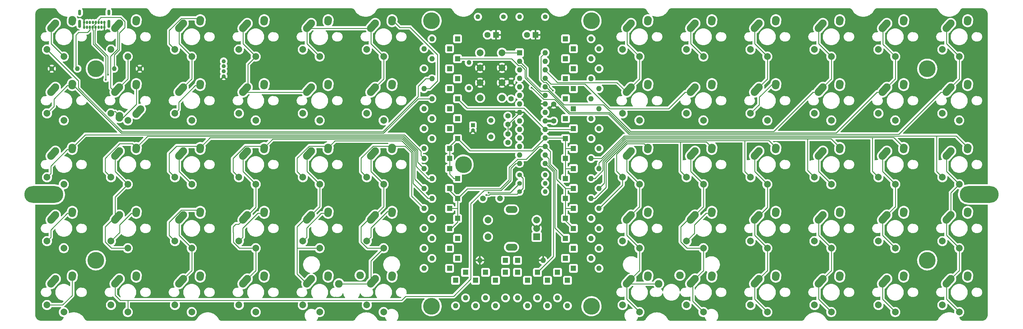
<source format=gbr>
%TF.GenerationSoftware,KiCad,Pcbnew,6.0.10-86aedd382b~118~ubuntu22.10.1*%
%TF.CreationDate,2023-02-06T16:51:53+01:00*%
%TF.ProjectId,lumberjack,6c756d62-6572-46a6-9163-6b2e6b696361,1.7*%
%TF.SameCoordinates,Original*%
%TF.FileFunction,Copper,L1,Top*%
%TF.FilePolarity,Positive*%
%FSLAX46Y46*%
G04 Gerber Fmt 4.6, Leading zero omitted, Abs format (unit mm)*
G04 Created by KiCad (PCBNEW 6.0.10-86aedd382b~118~ubuntu22.10.1) date 2023-02-06 16:51:53*
%MOMM*%
%LPD*%
G01*
G04 APERTURE LIST*
G04 Aperture macros list*
%AMHorizOval*
0 Thick line with rounded ends*
0 $1 width*
0 $2 $3 position (X,Y) of the first rounded end (center of the circle)*
0 $4 $5 position (X,Y) of the second rounded end (center of the circle)*
0 Add line between two ends*
20,1,$1,$2,$3,$4,$5,0*
0 Add two circle primitives to create the rounded ends*
1,1,$1,$2,$3*
1,1,$1,$4,$5*%
G04 Aperture macros list end*
%TA.AperFunction,ComponentPad*%
%ADD10C,1.600000*%
%TD*%
%TA.AperFunction,ComponentPad*%
%ADD11R,1.800000X1.800000*%
%TD*%
%TA.AperFunction,ComponentPad*%
%ADD12C,1.800000*%
%TD*%
%TA.AperFunction,ComponentPad*%
%ADD13R,1.600000X1.600000*%
%TD*%
%TA.AperFunction,ComponentPad*%
%ADD14O,1.600000X1.600000*%
%TD*%
%TA.AperFunction,ComponentPad*%
%ADD15C,1.710000*%
%TD*%
%TA.AperFunction,ComponentPad*%
%ADD16R,1.200000X1.200000*%
%TD*%
%TA.AperFunction,ComponentPad*%
%ADD17C,1.200000*%
%TD*%
%TA.AperFunction,ComponentPad*%
%ADD18C,2.000000*%
%TD*%
%TA.AperFunction,WasherPad*%
%ADD19C,5.000000*%
%TD*%
%TA.AperFunction,WasherPad*%
%ADD20O,11.600000X5.000000*%
%TD*%
%TA.AperFunction,ComponentPad*%
%ADD21C,2.286000*%
%TD*%
%TA.AperFunction,ComponentPad*%
%ADD22C,1.400000*%
%TD*%
%TA.AperFunction,ComponentPad*%
%ADD23O,1.400000X1.400000*%
%TD*%
%TA.AperFunction,ComponentPad*%
%ADD24C,1.500000*%
%TD*%
%TA.AperFunction,ComponentPad*%
%ADD25HorizOval,2.250000X0.019771X0.290016X-0.019771X-0.290016X0*%
%TD*%
%TA.AperFunction,ComponentPad*%
%ADD26C,2.250000*%
%TD*%
%TA.AperFunction,ComponentPad*%
%ADD27HorizOval,2.250000X0.654995X0.730004X-0.654995X-0.730004X0*%
%TD*%
%TA.AperFunction,ComponentPad*%
%ADD28HorizOval,2.250000X-0.019771X-0.290016X0.019771X0.290016X0*%
%TD*%
%TA.AperFunction,ComponentPad*%
%ADD29HorizOval,2.250000X-0.654995X-0.730004X0.654995X0.730004X0*%
%TD*%
%TA.AperFunction,ComponentPad*%
%ADD30R,2.000000X2.000000*%
%TD*%
%TA.AperFunction,ComponentPad*%
%ADD31O,3.500000X2.100000*%
%TD*%
%TA.AperFunction,ComponentPad*%
%ADD32O,0.650000X1.000000*%
%TD*%
%TA.AperFunction,ComponentPad*%
%ADD33O,0.900000X2.400000*%
%TD*%
%TA.AperFunction,ComponentPad*%
%ADD34O,0.900000X1.700000*%
%TD*%
%TA.AperFunction,ComponentPad*%
%ADD35C,1.244600*%
%TD*%
%TA.AperFunction,ViaPad*%
%ADD36C,0.600000*%
%TD*%
%TA.AperFunction,Conductor*%
%ADD37C,0.800000*%
%TD*%
%TA.AperFunction,Conductor*%
%ADD38C,0.250000*%
%TD*%
G04 APERTURE END LIST*
D10*
X151300000Y-95800000D03*
X151300000Y-93300000D03*
X151300000Y-87900000D03*
X151300000Y-90400000D03*
D11*
X159543884Y-63698491D03*
D12*
X157003884Y-63698491D03*
D13*
X154781380Y-69056308D03*
D14*
X154781380Y-71596308D03*
X154781380Y-74136308D03*
X154781380Y-76676308D03*
X154781380Y-79216308D03*
X154781380Y-81756308D03*
X154781380Y-84296308D03*
X154781380Y-86836308D03*
X154781380Y-89376308D03*
X154781380Y-91916308D03*
X154781380Y-94456308D03*
X154781380Y-96996308D03*
X154781380Y-99536308D03*
X154781380Y-102076308D03*
X162401380Y-102076308D03*
X162401380Y-99536308D03*
X162401380Y-96996308D03*
X162401380Y-94456308D03*
X162401380Y-91916308D03*
X162401380Y-89376308D03*
X162401380Y-86836308D03*
X162401380Y-84296308D03*
X162401380Y-81756308D03*
X162401380Y-79216308D03*
X162401380Y-76676308D03*
X162401380Y-74136308D03*
X162401380Y-71596308D03*
X162401380Y-69056308D03*
D15*
X143860000Y-112500000D03*
X148940000Y-112500000D03*
D13*
X136326677Y-82748507D03*
D14*
X128706677Y-82748507D03*
D13*
X136326677Y-118467287D03*
D14*
X128706677Y-118467287D03*
D13*
X150614189Y-134540738D03*
D14*
X150614189Y-142160738D03*
D13*
X147637624Y-136921990D03*
D14*
X147637624Y-144541990D03*
D13*
X144661059Y-134540738D03*
D14*
X144661059Y-142160738D03*
D13*
X138707929Y-134540738D03*
D14*
X138707929Y-142160738D03*
D16*
X140900000Y-90700000D03*
D17*
X140900000Y-92200000D03*
D13*
X136326677Y-76795377D03*
D14*
X128706677Y-76795377D03*
D18*
X143065746Y-82500000D03*
X149565746Y-82500000D03*
X149565746Y-78000000D03*
X143065746Y-78000000D03*
D19*
X128587608Y-59531300D03*
X176212648Y-59531300D03*
X128587608Y-144661059D03*
X176212648Y-144661059D03*
D20*
X13096886Y-111323531D03*
X291703370Y-111323531D03*
D13*
X166092327Y-134540738D03*
D14*
X166092327Y-142160738D03*
D11*
X147796372Y-63698491D03*
D12*
X145256372Y-63698491D03*
D13*
X136326677Y-130373547D03*
D14*
X128706677Y-130373547D03*
D13*
X136326677Y-124420417D03*
D14*
X128706677Y-124420417D03*
D13*
X133945425Y-115490722D03*
D14*
X126325425Y-115490722D03*
D13*
X136326677Y-112514157D03*
D14*
X128706677Y-112514157D03*
D13*
X133945425Y-109537592D03*
D14*
X126325425Y-109537592D03*
D13*
X133945425Y-121443852D03*
D14*
X126325425Y-121443852D03*
D13*
X133945425Y-97631332D03*
D14*
X126325425Y-97631332D03*
D13*
X136326677Y-94654767D03*
D14*
X128706677Y-94654767D03*
D13*
X133945425Y-103584462D03*
D14*
X126325425Y-103584462D03*
D13*
X133945425Y-91678202D03*
D14*
X126325425Y-91678202D03*
D13*
X136326677Y-88701637D03*
D14*
X128706677Y-88701637D03*
D13*
X133945425Y-85725072D03*
D14*
X126325425Y-85725072D03*
D13*
X168473579Y-76795377D03*
D14*
X176093579Y-76795377D03*
D13*
X133945425Y-73818812D03*
D14*
X126325425Y-73818812D03*
D13*
X170854831Y-73818812D03*
D14*
X178474831Y-73818812D03*
D13*
X133945425Y-67865682D03*
D14*
X126325425Y-67865682D03*
D13*
X163115762Y-136921990D03*
D14*
X163115762Y-144541990D03*
D18*
X143065746Y-69056000D03*
X149565746Y-69056000D03*
X143065746Y-73556000D03*
X149565746Y-73556000D03*
D10*
X164940000Y-89400000D03*
X164940000Y-84400000D03*
D13*
X135731364Y-136921990D03*
D14*
X135731364Y-144541990D03*
D13*
X170854831Y-115490722D03*
D14*
X178474831Y-115490722D03*
D13*
X169068892Y-136921990D03*
D14*
X169068892Y-144541990D03*
D13*
X170854831Y-79771942D03*
D14*
X178474831Y-79771942D03*
D13*
X168473579Y-64889117D03*
D14*
X176093579Y-64889117D03*
D13*
X170854831Y-67865682D03*
D14*
X178474831Y-67865682D03*
D13*
X168473579Y-82748507D03*
D14*
X176093579Y-82748507D03*
D13*
X170854831Y-97631332D03*
D14*
X178474831Y-97631332D03*
D13*
X170854831Y-91678202D03*
D14*
X178474831Y-91678202D03*
D13*
X168473579Y-94654767D03*
D14*
X176093579Y-94654767D03*
D13*
X168473579Y-106561027D03*
D14*
X176093579Y-106561027D03*
D13*
X170854831Y-103584462D03*
D14*
X178474831Y-103584462D03*
D13*
X168473579Y-100607897D03*
D14*
X176093579Y-100607897D03*
D13*
X170854831Y-85725072D03*
D14*
X178474831Y-85725072D03*
D13*
X168473579Y-112514157D03*
D14*
X176093579Y-112514157D03*
D13*
X170854831Y-109537592D03*
D14*
X178474831Y-109537592D03*
D13*
X168473579Y-118467287D03*
D14*
X176093579Y-118467287D03*
D13*
X168473579Y-88701637D03*
D14*
X176093579Y-88701637D03*
D13*
X168473579Y-70842247D03*
D14*
X176093579Y-70842247D03*
D13*
X170854831Y-133350112D03*
D14*
X178474831Y-133350112D03*
D13*
X168473579Y-124420417D03*
D14*
X176093579Y-124420417D03*
D13*
X154186067Y-134540738D03*
D14*
X154186067Y-142160738D03*
D13*
X170854831Y-121443852D03*
D14*
X178474831Y-121443852D03*
D13*
X170854831Y-127396982D03*
D14*
X178474831Y-127396982D03*
D13*
X168473579Y-130373547D03*
D14*
X176093579Y-130373547D03*
D13*
X157162632Y-136921990D03*
D14*
X157162632Y-144541990D03*
D21*
X202565168Y-135413868D03*
X196215168Y-137953868D03*
X107315088Y-135413868D03*
X100965088Y-137953868D03*
D10*
X152300000Y-82800000D03*
X152300000Y-77800000D03*
D19*
X138112616Y-102393836D03*
D13*
X160139197Y-134540738D03*
D14*
X160139197Y-142160738D03*
D13*
X133945425Y-133350112D03*
D14*
X126325425Y-133350112D03*
D13*
X136326677Y-106561027D03*
D14*
X128706677Y-106561027D03*
D13*
X133945425Y-100607897D03*
D14*
X126325425Y-100607897D03*
D13*
X133945425Y-79771942D03*
D14*
X126325425Y-79771942D03*
D22*
X139700000Y-79610000D03*
D23*
X139700000Y-71990000D03*
D24*
X146300000Y-89250000D03*
X146300000Y-94130000D03*
D13*
X133945425Y-127396982D03*
D14*
X126325425Y-127396982D03*
D22*
X154781380Y-110500000D03*
D23*
X162401380Y-110500000D03*
D22*
X150018876Y-58340674D03*
D23*
X142398876Y-58340674D03*
D22*
X162401380Y-58340674D03*
D23*
X154781380Y-58340674D03*
D22*
X154781380Y-108000000D03*
D23*
X162401380Y-108000000D03*
D13*
X154194000Y-130969000D03*
D14*
X161814000Y-130969000D03*
D13*
X150614000Y-130969000D03*
D14*
X142994000Y-130969000D03*
D22*
X15478138Y-73818812D03*
D23*
X23098138Y-73818812D03*
D22*
X41671910Y-73818812D03*
D23*
X34051910Y-73818812D03*
D22*
X154781380Y-105500000D03*
D23*
X162401380Y-105500000D03*
D13*
X136326677Y-64889117D03*
D14*
X128706677Y-64889117D03*
D13*
X136326677Y-70842247D03*
D14*
X128706677Y-70842247D03*
D13*
X141684494Y-136921990D03*
D14*
X141684494Y-144541990D03*
D18*
X14050016Y-87143820D03*
D25*
X21569787Y-78553804D03*
D26*
X21590016Y-78263820D03*
D18*
X19050016Y-89243820D03*
D27*
X15895011Y-80073816D03*
D26*
X16550016Y-79343820D03*
X21590016Y-97313836D03*
D25*
X21569787Y-97603820D03*
D18*
X14050016Y-106193836D03*
D26*
X16550016Y-98393836D03*
D18*
X19050016Y-108293836D03*
D27*
X15895011Y-99123832D03*
D18*
X14050016Y-125243852D03*
D26*
X21590016Y-116363852D03*
D25*
X21569787Y-116653836D03*
D26*
X16550016Y-117443852D03*
D18*
X19050016Y-127343852D03*
D27*
X15895011Y-118173848D03*
D26*
X21590016Y-135413868D03*
D25*
X21569787Y-135703852D03*
D18*
X14050016Y-144293868D03*
D27*
X15895011Y-137223864D03*
D18*
X19050016Y-146393868D03*
D26*
X16550016Y-136493868D03*
X40640032Y-135413868D03*
D25*
X40619803Y-135703852D03*
D18*
X33100032Y-144293868D03*
D26*
X35600032Y-136493868D03*
D18*
X38100032Y-146393868D03*
D27*
X34945027Y-137223864D03*
D25*
X40619803Y-59503788D03*
D26*
X40640032Y-59213804D03*
D18*
X33100032Y-68093804D03*
D26*
X35600032Y-60293804D03*
D18*
X38100032Y-70193804D03*
D27*
X34945027Y-61023800D03*
D26*
X35560032Y-88423820D03*
D25*
X40619803Y-78553804D03*
D26*
X40640032Y-78263820D03*
D28*
X35580261Y-88133836D03*
D18*
X33100032Y-87143820D03*
D26*
X40600032Y-87343820D03*
X35600032Y-79343820D03*
D18*
X38100032Y-89243820D03*
D29*
X41255037Y-86613824D03*
D27*
X34945027Y-80073816D03*
D25*
X40619803Y-97603820D03*
D26*
X40640032Y-97313836D03*
D18*
X33100032Y-106193836D03*
X38100032Y-108293836D03*
D27*
X34945027Y-99123832D03*
D26*
X35600032Y-98393836D03*
D25*
X40619803Y-116653836D03*
D26*
X40640032Y-116363852D03*
D18*
X33100032Y-125243852D03*
X38100032Y-127343852D03*
D27*
X34945027Y-118173848D03*
D26*
X35600032Y-117443852D03*
D25*
X59669819Y-116653836D03*
D26*
X59690048Y-116363852D03*
D18*
X52150048Y-125243852D03*
D26*
X54650048Y-117443852D03*
D27*
X53995043Y-118173848D03*
D18*
X57150048Y-127343852D03*
D25*
X59669819Y-135703852D03*
D26*
X59690048Y-135413868D03*
D18*
X52150048Y-144293868D03*
D27*
X53995043Y-137223864D03*
D18*
X57150048Y-146393868D03*
D26*
X54650048Y-136493868D03*
D18*
X52150048Y-106193836D03*
D26*
X59690048Y-97313836D03*
D25*
X59669819Y-97603820D03*
D26*
X54650048Y-98393836D03*
D27*
X53995043Y-99123832D03*
D18*
X57150048Y-108293836D03*
D26*
X78740064Y-97313836D03*
D25*
X78719835Y-97603820D03*
D18*
X71200064Y-106193836D03*
X76200064Y-108293836D03*
D26*
X73700064Y-98393836D03*
D27*
X73045059Y-99123832D03*
D18*
X71200064Y-125243852D03*
D26*
X78740064Y-116363852D03*
D25*
X78719835Y-116653836D03*
D26*
X73700064Y-117443852D03*
D27*
X73045059Y-118173848D03*
D18*
X76200064Y-127343852D03*
X71200064Y-144293868D03*
D26*
X78740064Y-135413868D03*
D25*
X78719835Y-135703852D03*
D26*
X73700064Y-136493868D03*
D27*
X73045059Y-137223864D03*
D18*
X76200064Y-146393868D03*
D26*
X78740064Y-59213804D03*
D18*
X71200064Y-68093804D03*
D25*
X78719835Y-59503788D03*
D18*
X76200064Y-70193804D03*
D26*
X73700064Y-60293804D03*
D27*
X73045059Y-61023800D03*
D26*
X78740064Y-78263820D03*
D25*
X78719835Y-78553804D03*
D18*
X71200064Y-87143820D03*
X76200064Y-89243820D03*
D27*
X73045059Y-80073816D03*
D26*
X73700064Y-79343820D03*
X97790080Y-78263820D03*
D18*
X90250080Y-87143820D03*
D25*
X97769851Y-78553804D03*
D27*
X92095075Y-80073816D03*
D26*
X92750080Y-79343820D03*
D18*
X95250080Y-89243820D03*
D25*
X97769851Y-97603820D03*
D26*
X97790080Y-97313836D03*
D18*
X90250080Y-106193836D03*
X95250080Y-108293836D03*
D27*
X92095075Y-99123832D03*
D26*
X92750080Y-98393836D03*
X97790080Y-116363852D03*
D18*
X90250080Y-125243852D03*
D25*
X97769851Y-116653836D03*
D18*
X95250080Y-127343852D03*
D27*
X92095075Y-118173848D03*
D26*
X92750080Y-117443852D03*
X97790080Y-135413868D03*
D18*
X90250080Y-144293868D03*
D25*
X97769851Y-135703852D03*
D27*
X92095075Y-137223864D03*
D26*
X92750080Y-136493868D03*
D18*
X95250080Y-146393868D03*
X90250080Y-68093804D03*
D25*
X97769851Y-59503788D03*
D26*
X97790080Y-59213804D03*
D27*
X92095075Y-61023800D03*
D18*
X95250080Y-70193804D03*
D26*
X92750080Y-60293804D03*
D25*
X116819867Y-59503788D03*
D18*
X109300096Y-68093804D03*
D26*
X116840096Y-59213804D03*
D27*
X111145091Y-61023800D03*
D26*
X111800096Y-60293804D03*
D18*
X114300096Y-70193804D03*
D26*
X116840096Y-78263820D03*
D25*
X116819867Y-78553804D03*
D18*
X109300096Y-87143820D03*
D27*
X111145091Y-80073816D03*
D18*
X114300096Y-89243820D03*
D26*
X111800096Y-79343820D03*
D25*
X116819867Y-97603820D03*
D18*
X109300096Y-106193836D03*
D26*
X116840096Y-97313836D03*
D18*
X114300096Y-108293836D03*
D26*
X111800096Y-98393836D03*
D27*
X111145091Y-99123832D03*
D18*
X109300096Y-125243852D03*
D26*
X116840096Y-116363852D03*
D25*
X116819867Y-116653836D03*
D18*
X114300096Y-127343852D03*
D27*
X111145091Y-118173848D03*
D26*
X111800096Y-117443852D03*
X116840096Y-135413868D03*
D18*
X109300096Y-144293868D03*
D25*
X116819867Y-135703852D03*
D26*
X111800096Y-136493868D03*
D18*
X114300096Y-146393868D03*
D27*
X111145091Y-137223864D03*
D26*
X288290240Y-59213804D03*
D25*
X288270011Y-59503788D03*
D18*
X280750240Y-68093804D03*
X285750240Y-70193804D03*
D26*
X283250240Y-60293804D03*
D27*
X282595235Y-61023800D03*
D25*
X288270011Y-78553804D03*
D18*
X280750240Y-87143820D03*
D26*
X288290240Y-78263820D03*
D27*
X282595235Y-80073816D03*
D18*
X285750240Y-89243820D03*
D26*
X283250240Y-79343820D03*
D18*
X280750240Y-106193836D03*
D25*
X288270011Y-97603820D03*
D26*
X288290240Y-97313836D03*
D27*
X282595235Y-99123832D03*
D18*
X285750240Y-108293836D03*
D26*
X283250240Y-98393836D03*
D25*
X288270011Y-116653836D03*
D18*
X280750240Y-125243852D03*
D26*
X288290240Y-116363852D03*
D18*
X285750240Y-127343852D03*
D26*
X283250240Y-117443852D03*
D27*
X282595235Y-118173848D03*
D25*
X288270011Y-135703852D03*
D18*
X280750240Y-144293868D03*
D26*
X288290240Y-135413868D03*
X283250240Y-136493868D03*
D27*
X282595235Y-137223864D03*
D18*
X285750240Y-146393868D03*
X261700224Y-144293868D03*
D26*
X269240224Y-135413868D03*
D25*
X269219995Y-135703852D03*
D18*
X266700224Y-146393868D03*
D26*
X264200224Y-136493868D03*
D27*
X263545219Y-137223864D03*
D18*
X261700224Y-68093804D03*
D25*
X269219995Y-59503788D03*
D26*
X269240224Y-59213804D03*
X264200224Y-60293804D03*
D18*
X266700224Y-70193804D03*
D27*
X263545219Y-61023800D03*
D25*
X269219995Y-78553804D03*
D26*
X269240224Y-78263820D03*
D18*
X261700224Y-87143820D03*
D27*
X263545219Y-80073816D03*
D26*
X264200224Y-79343820D03*
D18*
X266700224Y-89243820D03*
X261700224Y-106193836D03*
D26*
X269240224Y-97313836D03*
D25*
X269219995Y-97603820D03*
D27*
X263545219Y-99123832D03*
D26*
X264200224Y-98393836D03*
D18*
X266700224Y-108293836D03*
D25*
X269219995Y-116653836D03*
D18*
X261700224Y-125243852D03*
D26*
X269240224Y-116363852D03*
D27*
X263545219Y-118173848D03*
D26*
X264200224Y-117443852D03*
D18*
X266700224Y-127343852D03*
D26*
X250190208Y-116363852D03*
D25*
X250169979Y-116653836D03*
D18*
X242650208Y-125243852D03*
D26*
X245150208Y-117443852D03*
D27*
X244495203Y-118173848D03*
D18*
X247650208Y-127343852D03*
D26*
X250190208Y-135413868D03*
D25*
X250169979Y-135703852D03*
D18*
X242650208Y-144293868D03*
D26*
X245150208Y-136493868D03*
D18*
X247650208Y-146393868D03*
D27*
X244495203Y-137223864D03*
D26*
X250190208Y-59213804D03*
D25*
X250169979Y-59503788D03*
D18*
X242650208Y-68093804D03*
X247650208Y-70193804D03*
D26*
X245150208Y-60293804D03*
D27*
X244495203Y-61023800D03*
D18*
X242650208Y-87143820D03*
D25*
X250169979Y-78553804D03*
D26*
X250190208Y-78263820D03*
X245150208Y-79343820D03*
D18*
X247650208Y-89243820D03*
D27*
X244495203Y-80073816D03*
D18*
X242650208Y-106193836D03*
D26*
X250190208Y-97313836D03*
D25*
X250169979Y-97603820D03*
D18*
X247650208Y-108293836D03*
D27*
X244495203Y-99123832D03*
D26*
X245150208Y-98393836D03*
D25*
X231119963Y-97603820D03*
D26*
X231140192Y-97313836D03*
D18*
X223600192Y-106193836D03*
X228600192Y-108293836D03*
D26*
X226100192Y-98393836D03*
D27*
X225445187Y-99123832D03*
D26*
X231140192Y-116363852D03*
D18*
X223600192Y-125243852D03*
D25*
X231119963Y-116653836D03*
D26*
X226100192Y-117443852D03*
D18*
X228600192Y-127343852D03*
D27*
X225445187Y-118173848D03*
D25*
X231119963Y-135703852D03*
D18*
X223600192Y-144293868D03*
D26*
X231140192Y-135413868D03*
D18*
X228600192Y-146393868D03*
D27*
X225445187Y-137223864D03*
D26*
X226100192Y-136493868D03*
D18*
X223600192Y-68093804D03*
D25*
X231119963Y-59503788D03*
D26*
X231140192Y-59213804D03*
D27*
X225445187Y-61023800D03*
D26*
X226100192Y-60293804D03*
D18*
X228600192Y-70193804D03*
X223600192Y-87143820D03*
D25*
X231119963Y-78553804D03*
D26*
X231140192Y-78263820D03*
D18*
X228600192Y-89243820D03*
D26*
X226100192Y-79343820D03*
D27*
X225445187Y-80073816D03*
D18*
X204550176Y-87143820D03*
D26*
X212090176Y-78263820D03*
D25*
X212069947Y-78553804D03*
D26*
X207050176Y-79343820D03*
D18*
X209550176Y-89243820D03*
D27*
X206395171Y-80073816D03*
D18*
X204550176Y-106193836D03*
D25*
X212069947Y-97603820D03*
D26*
X212090176Y-97313836D03*
X207050176Y-98393836D03*
D27*
X206395171Y-99123832D03*
D18*
X209550176Y-108293836D03*
D25*
X212069947Y-116653836D03*
D18*
X204550176Y-125243852D03*
D26*
X212090176Y-116363852D03*
D18*
X209550176Y-127343852D03*
D26*
X207050176Y-117443852D03*
D27*
X206395171Y-118173848D03*
D25*
X212069947Y-135703852D03*
D18*
X204550176Y-144293868D03*
D26*
X212090176Y-135413868D03*
D18*
X209550176Y-146393868D03*
D26*
X207050176Y-136493868D03*
D27*
X206395171Y-137223864D03*
D25*
X212069947Y-59503788D03*
D26*
X212090176Y-59213804D03*
D18*
X204550176Y-68093804D03*
X209550176Y-70193804D03*
D27*
X206395171Y-61023800D03*
D26*
X207050176Y-60293804D03*
D25*
X193019931Y-59503788D03*
D26*
X193040160Y-59213804D03*
D18*
X185500160Y-68093804D03*
X190500160Y-70193804D03*
D26*
X188000160Y-60293804D03*
D27*
X187345155Y-61023800D03*
D18*
X185500160Y-87143820D03*
D26*
X193040160Y-78263820D03*
D25*
X193019931Y-78553804D03*
D26*
X188000160Y-79343820D03*
D27*
X187345155Y-80073816D03*
D18*
X190500160Y-89243820D03*
X185500160Y-106193836D03*
D26*
X193040160Y-97313836D03*
D25*
X193019931Y-97603820D03*
D26*
X188000160Y-98393836D03*
D27*
X187345155Y-99123832D03*
D18*
X190500160Y-108293836D03*
D26*
X193040160Y-116363852D03*
D18*
X185500160Y-125243852D03*
D25*
X193019931Y-116653836D03*
D18*
X190500160Y-127343852D03*
D27*
X187345155Y-118173848D03*
D26*
X188000160Y-117443852D03*
X193040160Y-135413868D03*
D18*
X185500160Y-144293868D03*
D25*
X193019931Y-135703852D03*
D27*
X187345155Y-137223864D03*
D18*
X190500160Y-146393868D03*
D26*
X188000160Y-136493868D03*
D18*
X52150048Y-68093804D03*
D25*
X59669819Y-59503788D03*
D26*
X59690048Y-59213804D03*
X54650048Y-60293804D03*
D18*
X57150048Y-70193804D03*
D27*
X53995043Y-61023800D03*
D25*
X59669819Y-78553804D03*
D18*
X52150048Y-87143820D03*
D26*
X59690048Y-78263820D03*
X54650048Y-79343820D03*
D27*
X53995043Y-80073816D03*
D18*
X57150048Y-89243820D03*
D19*
X28575024Y-130968860D03*
X276225232Y-73818812D03*
X276225232Y-130968860D03*
X28575024Y-73818812D03*
D26*
X21589968Y-59213750D03*
D18*
X14049968Y-68093750D03*
D25*
X21569739Y-59503734D03*
D26*
X16549968Y-60293750D03*
D27*
X15894963Y-61023746D03*
D18*
X19049968Y-70193750D03*
D30*
X159900096Y-123943852D03*
D18*
X159900096Y-118943852D03*
X159900096Y-121443852D03*
D31*
X152400096Y-127043852D03*
X152400096Y-115843852D03*
D18*
X145400096Y-118943852D03*
X145400096Y-123943852D03*
D32*
X29379968Y-61456250D03*
X26834968Y-60004250D03*
X26829968Y-61456250D03*
X29384968Y-60004250D03*
X27679968Y-61456250D03*
X28534968Y-60004250D03*
X27684968Y-60004250D03*
X28529968Y-61456250D03*
X25129968Y-61456250D03*
X31079968Y-61456250D03*
X31084968Y-60004250D03*
X25129968Y-60004250D03*
D33*
X23779968Y-60412750D03*
X32429968Y-60412750D03*
D34*
X23779968Y-57032750D03*
X32429968Y-57032750D03*
D32*
X30234968Y-60004250D03*
X25984968Y-60004250D03*
X25979968Y-61456250D03*
X30229968Y-61456250D03*
D35*
X66675000Y-76075000D03*
X66675000Y-74575001D03*
X66675000Y-73074999D03*
X66675000Y-71574999D03*
D36*
X27800000Y-68200000D03*
X236500000Y-110400000D03*
X193500000Y-105200000D03*
X130373547Y-102393836D03*
X84800000Y-119000000D03*
X256700000Y-127700000D03*
X25003146Y-68460995D03*
X66436875Y-88106250D03*
X182761091Y-144065746D03*
X69056308Y-76200064D03*
X83300000Y-126700000D03*
X289000000Y-144100000D03*
X172600000Y-82700000D03*
X192500000Y-131900000D03*
X96100000Y-133600000D03*
X84700000Y-138100000D03*
X182800000Y-139700000D03*
X112700000Y-132800000D03*
X122039165Y-89296950D03*
X16400000Y-126400000D03*
X218900000Y-136350000D03*
X40719375Y-67627500D03*
X206700000Y-145900000D03*
X66675000Y-103108125D03*
X111800000Y-145600000D03*
X187900000Y-142200000D03*
X166300000Y-100500000D03*
X24050625Y-90249375D03*
X47625000Y-83343750D03*
X192200000Y-125800000D03*
X158353258Y-79446742D03*
X31554089Y-77104089D03*
X145550000Y-110800000D03*
X32176089Y-75604751D03*
X144900000Y-111500000D03*
X164699558Y-80341308D03*
D37*
X164916308Y-89376308D02*
X164940000Y-89400000D01*
X165176308Y-89376308D02*
X165200000Y-89400000D01*
X162401380Y-89376308D02*
X164916308Y-89376308D01*
D38*
X154781380Y-87018620D02*
X154781380Y-86836308D01*
X151400000Y-90400000D02*
X154781380Y-87018620D01*
X151300000Y-90400000D02*
X151300000Y-93300000D01*
X151300000Y-90400000D02*
X151400000Y-90400000D01*
X161656308Y-81756308D02*
X162401380Y-81756308D01*
X152436328Y-70842247D02*
X154494081Y-72900000D01*
X136326677Y-70842247D02*
X152436328Y-70842247D01*
X156400000Y-74100000D02*
X156400000Y-76500000D01*
X155200000Y-72900000D02*
X156400000Y-74100000D01*
X156400000Y-76500000D02*
X161656308Y-81756308D01*
X154494081Y-72900000D02*
X155200000Y-72900000D01*
X170616725Y-91916308D02*
X170854831Y-91678202D01*
X136326677Y-82748507D02*
X139178170Y-85600000D01*
X162401380Y-91916308D02*
X170616725Y-91916308D01*
X170259518Y-91678202D02*
X170021412Y-91916308D01*
X156085072Y-85600000D02*
X162401380Y-91916308D01*
X139178170Y-85600000D02*
X156085072Y-85600000D01*
X139971910Y-98300000D02*
X140300000Y-98300000D01*
X158600000Y-98300000D02*
X140300000Y-98300000D01*
X168473579Y-103526421D02*
X168473579Y-100607897D01*
X170854831Y-103584462D02*
X168531620Y-103584462D01*
X168531620Y-103584462D02*
X168473579Y-103526421D01*
X168473579Y-100607897D02*
X168473579Y-97723579D01*
X162401380Y-94498620D02*
X158600000Y-98300000D01*
X170854831Y-97631332D02*
X168565826Y-97631332D01*
X168473579Y-106561027D02*
X168473579Y-103526421D01*
X136326677Y-106561027D02*
X135276677Y-106561027D01*
X133945425Y-100607897D02*
X133945425Y-97631332D01*
X136326677Y-94654767D02*
X139971910Y-98300000D01*
X133945425Y-97036019D02*
X136326677Y-94654767D01*
X168565826Y-97631332D02*
X168473579Y-97723579D01*
X168275120Y-94456308D02*
X168473579Y-94654767D01*
X168473579Y-97723579D02*
X168473579Y-94654767D01*
X162401380Y-94456308D02*
X168275120Y-94456308D01*
X162401380Y-94456308D02*
X162401380Y-94498620D01*
X133945425Y-105229775D02*
X133945425Y-103584462D01*
X133945425Y-97631332D02*
X133945425Y-97036019D01*
X135276677Y-106561027D02*
X133945425Y-105229775D01*
X133945425Y-103584462D02*
X133945425Y-100607897D01*
X168473579Y-118467287D02*
X168473579Y-115473579D01*
X136314157Y-112514157D02*
X133945425Y-110145425D01*
X168473579Y-119062600D02*
X168473579Y-118467287D01*
X139190834Y-109650000D02*
X136326677Y-112514157D01*
X170259518Y-109537592D02*
X168537592Y-109537592D01*
X136326677Y-115423323D02*
X136326677Y-112514157D01*
X168490722Y-115490722D02*
X168473579Y-115473579D01*
X154200000Y-100800000D02*
X151685625Y-103314375D01*
X170854831Y-115490722D02*
X168490722Y-115490722D01*
X167878266Y-108878266D02*
X165801701Y-106801701D01*
X163976380Y-102378516D02*
X163976380Y-98571308D01*
X163976380Y-98571308D02*
X162401380Y-96996308D01*
X136326677Y-118467287D02*
X136326677Y-115423323D01*
X134400112Y-121443852D02*
X133945425Y-121443852D01*
X165801701Y-104203837D02*
X163976380Y-102378516D01*
X162401380Y-96996308D02*
X160540088Y-96996308D01*
X168537592Y-109537592D02*
X167878266Y-108878266D01*
X151685625Y-106977979D02*
X149013604Y-109650000D01*
X133945425Y-115490722D02*
X136259278Y-115490722D01*
X168473579Y-109473579D02*
X167878266Y-108878266D01*
X136326677Y-119517287D02*
X134400112Y-121443852D01*
X168473579Y-115473579D02*
X168473579Y-112514157D01*
X151685625Y-103314375D02*
X151685625Y-106977979D01*
X149013604Y-109650000D02*
X139190834Y-109650000D01*
X156736396Y-100800000D02*
X154200000Y-100800000D01*
X160540088Y-96996308D02*
X156736396Y-100800000D01*
X133945425Y-110145425D02*
X133945425Y-109537592D01*
X136326677Y-118467287D02*
X136326677Y-119517287D01*
X170854831Y-121443852D02*
X168473579Y-119062600D01*
X168473579Y-112514157D02*
X168473579Y-109473579D01*
X165801701Y-106801701D02*
X165801701Y-104203837D01*
X136259278Y-115490722D02*
X136326677Y-115423323D01*
X136326677Y-112514157D02*
X136314157Y-112514157D01*
X163526380Y-100661308D02*
X163526380Y-102564912D01*
X162401380Y-99536308D02*
X163526380Y-100661308D01*
X163526380Y-102564912D02*
X165351701Y-104390233D01*
X165351701Y-104390233D02*
X165351701Y-121298539D01*
X165351701Y-121298539D02*
X168473579Y-124420417D01*
X160159262Y-134540738D02*
X160139197Y-134540738D01*
X162401380Y-102076308D02*
X164901701Y-104576629D01*
X164901701Y-104576629D02*
X164901701Y-129798299D01*
X164901701Y-129798299D02*
X160159262Y-134540738D01*
X154781380Y-69056308D02*
X149566054Y-69056308D01*
X149566054Y-69056308D02*
X149565746Y-69056000D01*
X91440080Y-80803820D02*
X72390064Y-80803820D01*
X76200064Y-70193804D02*
X73881163Y-72512705D01*
X88500000Y-120954930D02*
X88500000Y-127300000D01*
X95250080Y-114943852D02*
X92750080Y-117443852D01*
X88500000Y-135013788D02*
X91440080Y-137953868D01*
X95250080Y-108293836D02*
X95250080Y-114943852D01*
X91440080Y-118903852D02*
X90551078Y-118903852D01*
X72390064Y-66383804D02*
X76200064Y-70193804D01*
X73881163Y-79162721D02*
X73700064Y-79343820D01*
X88500000Y-127300000D02*
X88500000Y-135013788D01*
X72390064Y-61753804D02*
X72390064Y-66383804D01*
X73881163Y-72512705D02*
X73881163Y-79162721D01*
X91440080Y-104483836D02*
X95250080Y-108293836D01*
X91440080Y-99853836D02*
X91440080Y-104483836D01*
X88543852Y-127343852D02*
X88500000Y-127300000D01*
X95250080Y-127343852D02*
X88543852Y-127343852D01*
X90551078Y-118903852D02*
X88500000Y-120954930D01*
X38100000Y-142900000D02*
X119633033Y-142900000D01*
X38100032Y-142900032D02*
X38100000Y-142900000D01*
X152161875Y-107138125D02*
X152161875Y-103538125D01*
X144200000Y-110100000D02*
X149200000Y-110100000D01*
X38100032Y-146393868D02*
X38100032Y-142900032D01*
X152161875Y-103538125D02*
X153623692Y-102076308D01*
X15239968Y-61753750D02*
X15239968Y-66383750D01*
X119633033Y-142900000D02*
X120848539Y-141684494D01*
X140255625Y-136564920D02*
X140255625Y-114044375D01*
X153623692Y-102076308D02*
X154781380Y-102076308D01*
X140255625Y-114044375D02*
X144200000Y-110100000D01*
X34290032Y-137953868D02*
X34290032Y-141376420D01*
X15239968Y-66383750D02*
X19049968Y-70193750D01*
X35813612Y-142900000D02*
X38100000Y-142900000D01*
X120848539Y-141684494D02*
X135136051Y-141684494D01*
X149200000Y-110100000D02*
X152161875Y-107138125D01*
X135136051Y-141684494D02*
X140255625Y-136564920D01*
X34290032Y-141376420D02*
X35813612Y-142900000D01*
X31350000Y-125454822D02*
X31350000Y-120954882D01*
X34290032Y-118903852D02*
X34290032Y-112103836D01*
X38100032Y-108293836D02*
X34290032Y-104483836D01*
X57150048Y-127343852D02*
X57150048Y-133993868D01*
X53340048Y-123533852D02*
X57150048Y-127343852D01*
X35123467Y-62587239D02*
X35123467Y-67976533D01*
X33239030Y-127343852D02*
X31350000Y-125454822D01*
X38100032Y-127343852D02*
X33239030Y-127343852D01*
X33401030Y-118903852D02*
X34290032Y-118903852D01*
X31350000Y-120954882D02*
X33401030Y-118903852D01*
X33000000Y-79513788D02*
X34290032Y-80803820D01*
X33000000Y-70100000D02*
X33000000Y-79513788D01*
X34290032Y-61753804D02*
X35123467Y-62587239D01*
X57150048Y-133993868D02*
X54650048Y-136493868D01*
X35123467Y-67976533D02*
X33000000Y-70100000D01*
X35600032Y-79343820D02*
X38100032Y-76843820D01*
X34290032Y-104483836D02*
X34290032Y-99853836D01*
X54700000Y-136593916D02*
X53340048Y-137953868D01*
X34290032Y-112103836D02*
X38100032Y-108293836D01*
X38100032Y-76843820D02*
X38100032Y-70193804D01*
X53340048Y-118903852D02*
X53340048Y-123533852D01*
X69475063Y-122625063D02*
X69525063Y-122675063D01*
X71339062Y-127343852D02*
X76200064Y-127343852D01*
X53340048Y-104483836D02*
X57150048Y-108293836D01*
X72390064Y-104483836D02*
X76200064Y-108293836D01*
X72390064Y-99853836D02*
X72390064Y-104483836D01*
X69525063Y-122675063D02*
X69525063Y-125529853D01*
X53340048Y-99853836D02*
X53340048Y-104483836D01*
X57150048Y-76843820D02*
X54650048Y-79343820D01*
X53340048Y-66383804D02*
X57150048Y-70193804D01*
X72390064Y-118903852D02*
X71100065Y-120193851D01*
X57150048Y-70193804D02*
X57150048Y-76843820D01*
X76200064Y-133993868D02*
X73700064Y-136493868D01*
X76200064Y-115093852D02*
X76200064Y-108293836D01*
X69475063Y-120936439D02*
X69475063Y-122625063D01*
X72390064Y-118903852D02*
X76200064Y-115093852D01*
X76200064Y-127343852D02*
X76200064Y-133993868D01*
X70217651Y-120193851D02*
X69475063Y-120936439D01*
X69525063Y-125529853D02*
X71339062Y-127343852D01*
X71100065Y-120193851D02*
X70217651Y-120193851D01*
X53340048Y-61753804D02*
X53340048Y-66383804D01*
X107550000Y-125454758D02*
X107550000Y-120954946D01*
X114300096Y-70193804D02*
X114300096Y-76843820D01*
X110490096Y-104483836D02*
X114300096Y-108293836D01*
X107550000Y-120954946D02*
X109601094Y-118903852D01*
X100965088Y-137953868D02*
X110490096Y-137953868D01*
X110490096Y-137953868D02*
X110490096Y-131153852D01*
X114300096Y-108293836D02*
X114300096Y-114943852D01*
X91440080Y-61753804D02*
X110490096Y-61753804D01*
X114300096Y-114943852D02*
X111800096Y-117443852D01*
X109601094Y-118903852D02*
X110490096Y-118903852D01*
X109439094Y-127343852D02*
X107550000Y-125454758D01*
X95250080Y-70193804D02*
X91440080Y-66383804D01*
X110490096Y-131153852D02*
X114300096Y-127343852D01*
X110490096Y-66383804D02*
X114300096Y-70193804D01*
X110490096Y-61753804D02*
X110490096Y-66383804D01*
X114300096Y-76843820D02*
X111800096Y-79343820D01*
X91440080Y-66383804D02*
X91440080Y-61753804D01*
X110490096Y-99853836D02*
X110490096Y-104483836D01*
X114300096Y-127343852D02*
X109439094Y-127343852D01*
X283250240Y-110793836D02*
X283250240Y-117443852D01*
X267727592Y-93400022D02*
X280323794Y-80803820D01*
X280323794Y-80803820D02*
X281940240Y-80803820D01*
X281940240Y-142583868D02*
X285750240Y-146393868D01*
X281940240Y-61753804D02*
X281940240Y-66383804D01*
X158353258Y-79446742D02*
X158446742Y-79446742D01*
X162000000Y-83000000D02*
X165202280Y-83000000D01*
X281940240Y-118903852D02*
X281940240Y-123533852D01*
X281940240Y-99853836D02*
X281940240Y-104483836D01*
X158446742Y-79446742D02*
X162000000Y-83000000D01*
X285750240Y-133993868D02*
X283250240Y-136493868D01*
X165202280Y-83000000D02*
X169502280Y-87300000D01*
X281940240Y-123533852D02*
X285750240Y-127343852D01*
X169502280Y-87300000D02*
X181300000Y-87300000D01*
X262890224Y-137953868D02*
X262890224Y-142583868D01*
X281940240Y-104483836D02*
X285750240Y-108293836D01*
X285750240Y-127343852D02*
X285750240Y-133993868D01*
X285750240Y-70193804D02*
X285750240Y-76843820D01*
X181300000Y-87300000D02*
X187400021Y-93400022D01*
X281940240Y-137953868D02*
X281940240Y-142583868D01*
X262890224Y-142583868D02*
X266700224Y-146393868D01*
X281940240Y-66383804D02*
X285750240Y-70193804D01*
X187400021Y-93400022D02*
X267727592Y-93400022D01*
X285750240Y-76843820D02*
X283250240Y-79343820D01*
X285750240Y-108293836D02*
X283250240Y-110793836D01*
X243840208Y-142583868D02*
X247650208Y-146393868D01*
X163338676Y-80500000D02*
X169688665Y-86849989D01*
X261273778Y-80803820D02*
X262890224Y-80803820D01*
X247650208Y-133993868D02*
X245150208Y-136493868D01*
X262890224Y-61753804D02*
X263025225Y-61888805D01*
X266700224Y-108293836D02*
X266700224Y-114943852D01*
X169688665Y-86849989D02*
X181486400Y-86849989D01*
X156850000Y-73664928D02*
X156850000Y-76313604D01*
X243840208Y-123533852D02*
X247650208Y-127343852D01*
X161036396Y-80500000D02*
X163338676Y-80500000D01*
X247650208Y-127343852D02*
X247650208Y-133993868D01*
X262890224Y-104483836D02*
X266700224Y-108293836D01*
X243840208Y-118903852D02*
X243840208Y-123533852D01*
X249127587Y-92950011D02*
X261273778Y-80803820D01*
X187586421Y-92950011D02*
X249127587Y-92950011D01*
X154781380Y-71596308D02*
X156850000Y-73664928D01*
X263025225Y-61888805D02*
X263025225Y-66518805D01*
X263025225Y-66518805D02*
X266700224Y-70193804D01*
X266700224Y-76843820D02*
X264200224Y-79343820D01*
X262890224Y-123533852D02*
X266700224Y-127343852D01*
X262890224Y-118903852D02*
X262890224Y-123533852D01*
X266700224Y-70193804D02*
X266700224Y-76843820D01*
X266700224Y-114943852D02*
X264200224Y-117443852D01*
X262890224Y-99853836D02*
X262890224Y-104483836D01*
X156850000Y-76313604D02*
X161036396Y-80500000D01*
X181486400Y-86849989D02*
X187586421Y-92950011D01*
X243840208Y-137953868D02*
X243840208Y-142583868D01*
X224790192Y-123533852D02*
X228600192Y-127343852D01*
X228600192Y-133993868D02*
X226100192Y-136493868D01*
X168009518Y-84534446D02*
X179798035Y-84534446D01*
X162401380Y-79216308D02*
X162691380Y-79216308D01*
X181413600Y-86150011D02*
X181450011Y-86150011D01*
X179798035Y-84534446D02*
X181413600Y-86150011D01*
X228600192Y-127343852D02*
X228600192Y-133993868D01*
X247650208Y-70193804D02*
X247650208Y-76843820D01*
X230527582Y-92500000D02*
X242223762Y-80803820D01*
X162691380Y-79216308D02*
X168009518Y-84534446D01*
X224790192Y-137953868D02*
X224790192Y-142583868D01*
X243840208Y-66383804D02*
X247650208Y-70193804D01*
X224790192Y-99853836D02*
X224790192Y-104483836D01*
X243840208Y-104483836D02*
X247650208Y-108293836D01*
X243840208Y-61753804D02*
X243840208Y-66383804D01*
X224790192Y-118903852D02*
X224790192Y-123533852D01*
X224790192Y-142583868D02*
X228600192Y-146393868D01*
X228600192Y-115093852D02*
X224790192Y-118903852D01*
X247650208Y-76843820D02*
X245150208Y-79343820D01*
X181450011Y-86150011D02*
X187800000Y-92500000D01*
X242223762Y-80803820D02*
X243840208Y-80803820D01*
X228600192Y-108293836D02*
X228600192Y-115093852D01*
X187800000Y-92500000D02*
X230527582Y-92500000D01*
X224790192Y-104483836D02*
X228600192Y-108293836D01*
X243840208Y-99853836D02*
X243840208Y-104483836D01*
X224790192Y-66383804D02*
X228600192Y-70193804D01*
X181600011Y-85700011D02*
X181636407Y-85700011D01*
X204123730Y-80803820D02*
X205740176Y-80803820D01*
X209550176Y-108293836D02*
X209550176Y-114943852D01*
X228600192Y-76843820D02*
X226100192Y-79343820D01*
X224790192Y-61753804D02*
X224790192Y-66383804D01*
X228600192Y-70193804D02*
X228600192Y-76843820D01*
X204851174Y-118903852D02*
X205740176Y-118903852D01*
X181636407Y-85700011D02*
X181686396Y-85750000D01*
X209550176Y-127343852D02*
X204689174Y-127343852D01*
X205740176Y-99853836D02*
X205740176Y-104483836D01*
X205740176Y-137953868D02*
X206350000Y-138563692D01*
X209550176Y-114943852D02*
X207050176Y-117443852D01*
X162401380Y-76676308D02*
X164095460Y-78370388D01*
X205740176Y-104483836D02*
X209550176Y-108293836D01*
X206350000Y-143193692D02*
X209550176Y-146393868D01*
X209550176Y-133993868D02*
X207050176Y-136493868D01*
X199177550Y-85750000D02*
X204123730Y-80803820D01*
X209550176Y-127343852D02*
X209550176Y-133993868D01*
X174270388Y-78370388D02*
X181600011Y-85700011D01*
X164095460Y-78370388D02*
X174270388Y-78370388D01*
X206350000Y-138563692D02*
X206350000Y-143193692D01*
X202800000Y-120955026D02*
X204851174Y-118903852D01*
X181686396Y-85750000D02*
X199177550Y-85750000D01*
X204689174Y-127343852D02*
X202800000Y-125454678D01*
X202800000Y-125454678D02*
X202800000Y-120955026D01*
X21550016Y-78303820D02*
X21590016Y-78263820D01*
X20118042Y-78843820D02*
X21550016Y-78843820D01*
X114286400Y-93050011D02*
X36213600Y-93050011D01*
X36213600Y-93050011D02*
X22007409Y-78843820D01*
X128706677Y-82748507D02*
X124587904Y-82748507D01*
X16100000Y-82861862D02*
X20118042Y-78843820D01*
X14050016Y-87143820D02*
X16100000Y-85093836D01*
X124587904Y-82748507D02*
X114286400Y-93050011D01*
X16100000Y-85093836D02*
X16100000Y-82861862D01*
X21550016Y-78843820D02*
X21550016Y-78303820D01*
X22007409Y-78843820D02*
X21550016Y-78843820D01*
X125416131Y-98421556D02*
X125416132Y-98421556D01*
X15170017Y-105073835D02*
X15170017Y-102841861D01*
X14050016Y-106193836D02*
X15170017Y-105073835D01*
X15170017Y-102841861D02*
X20118042Y-97893836D01*
X25403830Y-93500022D02*
X120494597Y-93500022D01*
X120494597Y-93500022D02*
X125416131Y-98421556D01*
X20118042Y-97893836D02*
X21550016Y-97893836D01*
X125416131Y-99698603D02*
X126325425Y-100607897D01*
X125416131Y-98421556D02*
X125416131Y-99698603D01*
X21590016Y-97313836D02*
X25403830Y-93500022D01*
X20118042Y-116943852D02*
X21550016Y-116943852D01*
X14050016Y-125243852D02*
X15170017Y-124123851D01*
X15170017Y-121891877D02*
X20118042Y-116943852D01*
X15170017Y-124123851D02*
X15170017Y-121891877D01*
X34375031Y-86618819D02*
X33100032Y-86618819D01*
X35560032Y-88423820D02*
X36576180Y-88423820D01*
X36576180Y-88423820D02*
X40640032Y-84359968D01*
X35600032Y-87843820D02*
X34375031Y-86618819D01*
X40640032Y-84359968D02*
X40640032Y-78263820D01*
X120308197Y-93950033D02*
X124434522Y-98076358D01*
X40640032Y-97313836D02*
X44003835Y-93950033D01*
X124434522Y-101693559D02*
X126325425Y-103584462D01*
X33100032Y-106193836D02*
X31350000Y-104443804D01*
X35711456Y-96188837D02*
X39515033Y-96188837D01*
X31350000Y-100550293D02*
X35711456Y-96188837D01*
X44003835Y-93950033D02*
X120308197Y-93950033D01*
X124434522Y-98076358D02*
X124434522Y-101693559D01*
X31350000Y-104443804D02*
X31350000Y-100550293D01*
X39515033Y-96188837D02*
X40640032Y-97313836D01*
X35700000Y-122643884D02*
X35700000Y-120411910D01*
X35700000Y-120411910D02*
X39168058Y-116943852D01*
X39168058Y-116943852D02*
X40600032Y-116943852D01*
X33100032Y-125243852D02*
X35700000Y-122643884D01*
X58669673Y-115963477D02*
X54036848Y-115963477D01*
X50400000Y-123493804D02*
X52150048Y-125243852D01*
X50400000Y-119600325D02*
X50400000Y-123493804D01*
X59650048Y-116943852D02*
X58669673Y-115963477D01*
X54036848Y-115963477D02*
X50400000Y-119600325D01*
X58669673Y-58813429D02*
X54036848Y-58813429D01*
X50425047Y-62425230D02*
X50425047Y-66368803D01*
X59650048Y-59793804D02*
X58669673Y-58813429D01*
X54036848Y-58813429D02*
X50425047Y-62425230D01*
X50425047Y-66368803D02*
X52150048Y-68093804D01*
X58218074Y-78843820D02*
X59650048Y-78843820D01*
X52150048Y-87143820D02*
X53270049Y-86023819D01*
X53270049Y-86023819D02*
X53270049Y-83791845D01*
X53270049Y-83791845D02*
X58218074Y-78843820D01*
X127575307Y-106561027D02*
X128706677Y-106561027D01*
X50400000Y-99100000D02*
X52586539Y-96913461D01*
X123984511Y-98262758D02*
X123984511Y-102970231D01*
X58669673Y-96913461D02*
X59650048Y-97893836D01*
X50400000Y-104443788D02*
X50400000Y-99100000D01*
X52150048Y-106193836D02*
X50400000Y-104443788D01*
X120121797Y-94400044D02*
X123984511Y-98262758D01*
X59690048Y-97313836D02*
X62603840Y-94400044D01*
X62603840Y-94400044D02*
X120121797Y-94400044D01*
X123984511Y-102970231D02*
X127575307Y-106561027D01*
X52586539Y-96913461D02*
X58669673Y-96913461D01*
X123534500Y-106746667D02*
X126325425Y-109537592D01*
X119935397Y-94850055D02*
X123534500Y-98449158D01*
X69450000Y-100550325D02*
X73086864Y-96913461D01*
X71200064Y-106193836D02*
X69450000Y-104443772D01*
X123534500Y-98449158D02*
X123534500Y-106746667D01*
X69450000Y-104443772D02*
X69450000Y-100550325D01*
X78740064Y-97313836D02*
X81203845Y-94850055D01*
X81203845Y-94850055D02*
X119935397Y-94850055D01*
X77719689Y-96913461D02*
X78700064Y-97893836D01*
X73086864Y-96913461D02*
X77719689Y-96913461D01*
X72370065Y-124073851D02*
X72370065Y-121429935D01*
X76856148Y-116943852D02*
X78700064Y-116943852D01*
X72370065Y-121429935D02*
X76856148Y-116943852D01*
X71200064Y-125243852D02*
X72370065Y-124073851D01*
X90250080Y-106193836D02*
X88525079Y-104468835D01*
X99803850Y-95300066D02*
X119748997Y-95300066D01*
X97389705Y-96913461D02*
X97790080Y-97313836D01*
X119748997Y-95300066D02*
X123084489Y-98635558D01*
X92136880Y-96913461D02*
X97389705Y-96913461D01*
X88525079Y-104468835D02*
X88525079Y-100525262D01*
X123084489Y-108023339D02*
X127575307Y-112514157D01*
X88525079Y-100525262D02*
X92136880Y-96913461D01*
X97790080Y-97313836D02*
X99803850Y-95300066D01*
X127575307Y-112514157D02*
X128706677Y-112514157D01*
X123084489Y-98635558D02*
X123084489Y-108023339D01*
X95756148Y-116943852D02*
X97750080Y-116943852D01*
X91420081Y-124073851D02*
X91420081Y-121279919D01*
X90250080Y-125243852D02*
X91420081Y-124073851D01*
X91420081Y-121279919D02*
X95756148Y-116943852D01*
X119126292Y-61500000D02*
X116840096Y-59213804D01*
X126325425Y-79771942D02*
X128022201Y-79771942D01*
X130373547Y-77420596D02*
X130373547Y-69651621D01*
X130373547Y-69651621D02*
X122221926Y-61500000D01*
X122221926Y-61500000D02*
X119126292Y-61500000D01*
X128022201Y-79771942D02*
X130373547Y-77420596D01*
X111186896Y-96913461D02*
X115819721Y-96913461D01*
X109300096Y-106193836D02*
X107575095Y-104468835D01*
X107575095Y-104468835D02*
X107575095Y-100525262D01*
X116840096Y-97313836D02*
X117253932Y-96900000D01*
X117253932Y-96900000D02*
X120712520Y-96900000D01*
X120712520Y-96900000D02*
X122634478Y-98821958D01*
X107575095Y-100525262D02*
X111186896Y-96913461D01*
X122634478Y-98821958D02*
X122634478Y-111799775D01*
X122634478Y-111799775D02*
X126325425Y-115490722D01*
X115819721Y-96913461D02*
X116800096Y-97893836D01*
X109300096Y-125243852D02*
X110500000Y-124043948D01*
X110500000Y-121300000D02*
X115436148Y-116363852D01*
X115436148Y-116363852D02*
X116840096Y-116363852D01*
X110500000Y-124043948D02*
X110500000Y-121300000D01*
X280750240Y-106193836D02*
X279000000Y-104443596D01*
X288290240Y-97313836D02*
X284826437Y-93850033D01*
X278850033Y-93850033D02*
X185949967Y-93850033D01*
X179192103Y-100607897D02*
X176093579Y-100607897D01*
X279000000Y-104443596D02*
X279000000Y-93850066D01*
X279000033Y-93850033D02*
X278850033Y-93850033D01*
X279000000Y-93850066D02*
X279000033Y-93850033D01*
X185949967Y-93850033D02*
X179192103Y-100607897D01*
X284826437Y-93850033D02*
X279000033Y-93850033D01*
X269240224Y-97313836D02*
X266226432Y-94300044D01*
X186136366Y-94300044D02*
X178474831Y-101961579D01*
X266226432Y-94300044D02*
X259900044Y-94300044D01*
X259900044Y-104393656D02*
X259900044Y-94300044D01*
X177998587Y-103465393D02*
X177879518Y-103584462D01*
X259900044Y-94300044D02*
X186136366Y-94300044D01*
X178474831Y-101961579D02*
X178474831Y-103584462D01*
X261700224Y-106193836D02*
X259900044Y-104393656D01*
X179625119Y-104160857D02*
X177224949Y-106561027D01*
X240550055Y-104093683D02*
X240550055Y-94750055D01*
X177224949Y-106561027D02*
X176093579Y-106561027D01*
X240550055Y-94750055D02*
X186322766Y-94750055D01*
X250190208Y-97313836D02*
X247626427Y-94750055D01*
X179625119Y-101447703D02*
X179625119Y-104160857D01*
X242650208Y-106193836D02*
X240550055Y-104093683D01*
X247626427Y-94750055D02*
X240550055Y-94750055D01*
X186322766Y-94750055D02*
X179625119Y-101447703D01*
X221850000Y-104443644D02*
X221850000Y-95250000D01*
X186509166Y-95200066D02*
X180075130Y-101634101D01*
X223600192Y-106193836D02*
X221850000Y-104443644D01*
X221850000Y-95250000D02*
X221899934Y-95200066D01*
X180075130Y-107937293D02*
X178474831Y-109537592D01*
X180075130Y-101634101D02*
X180075130Y-107937293D01*
X229026422Y-95200066D02*
X221899934Y-95200066D01*
X231140192Y-97313836D02*
X229026422Y-95200066D01*
X221899934Y-95200066D02*
X186509166Y-95200066D01*
X226200000Y-84544012D02*
X226200000Y-82312038D01*
X223600192Y-87143820D02*
X226200000Y-84544012D01*
X226200000Y-82312038D02*
X230248218Y-78263820D01*
X230248218Y-78263820D02*
X231140192Y-78263820D01*
X212090176Y-97313836D02*
X210426417Y-95650077D01*
X204550176Y-106193836D02*
X202749923Y-104393583D01*
X177224949Y-112514157D02*
X176093579Y-112514157D01*
X202749923Y-104393583D02*
X202749923Y-95650077D01*
X202749923Y-95650077D02*
X186695565Y-95650077D01*
X186695565Y-95650077D02*
X180525141Y-101820500D01*
X180525141Y-101820500D02*
X180525141Y-109213965D01*
X210426417Y-95650077D02*
X202749923Y-95650077D01*
X180525141Y-109213965D02*
X177224949Y-112514157D01*
X204550176Y-125243852D02*
X206900000Y-122894028D01*
X210356148Y-116943852D02*
X212050176Y-116943852D01*
X206900000Y-120400000D02*
X210356148Y-116943852D01*
X206900000Y-122894028D02*
X206900000Y-120400000D01*
X186793214Y-96188837D02*
X183691025Y-99291025D01*
X178474831Y-115490722D02*
X178509278Y-115490722D01*
X185500160Y-106193836D02*
X183691025Y-104384701D01*
X185500160Y-108499840D02*
X185500160Y-106193836D01*
X178509278Y-115490722D02*
X185500160Y-108499840D01*
X193040160Y-97313836D02*
X191915161Y-96188837D01*
X183691025Y-104384701D02*
X183691025Y-99291025D01*
X191915161Y-96188837D02*
X186793214Y-96188837D01*
X186825161Y-66518805D02*
X190500160Y-70193804D01*
X162401380Y-74136308D02*
X162401380Y-74231299D01*
X186690160Y-104483836D02*
X190500160Y-108293836D01*
X162401380Y-74231299D02*
X166090459Y-77920378D01*
X186690160Y-137953868D02*
X186690160Y-142583868D01*
X186690160Y-123533852D02*
X190500160Y-127343852D01*
X205740176Y-61753804D02*
X205740176Y-66383804D01*
X205740176Y-66383804D02*
X209550176Y-70193804D01*
X186690160Y-142583868D02*
X190500160Y-146393868D01*
X190500160Y-108293836D02*
X190500160Y-114943852D01*
X183806718Y-77920378D02*
X186690160Y-80803820D01*
X190500160Y-70193804D02*
X190500160Y-76843820D01*
X190500160Y-76843820D02*
X188000160Y-79343820D01*
X186690160Y-137953868D02*
X196215168Y-137953868D01*
X186825161Y-61888805D02*
X186825161Y-66518805D01*
X190500160Y-127343852D02*
X190500160Y-133993868D01*
X190500160Y-114943852D02*
X188000160Y-117443852D01*
X186690160Y-61753804D02*
X186825161Y-61888805D01*
X190500160Y-133993868D02*
X188000160Y-136493868D01*
X166090459Y-77920378D02*
X183806718Y-77920378D01*
X186690160Y-118903852D02*
X186690160Y-123533852D01*
X186690160Y-99853836D02*
X186690160Y-104483836D01*
X35573478Y-68162918D02*
X35573478Y-63176522D01*
X35952230Y-58500000D02*
X30100000Y-58500000D01*
X37250000Y-59797770D02*
X35952230Y-58500000D01*
X30100000Y-58500000D02*
X29384968Y-59215032D01*
X35573478Y-63176522D02*
X37250000Y-61500000D01*
X37250000Y-61500000D02*
X37250000Y-59797770D01*
X29384968Y-59215032D02*
X29384968Y-60067750D01*
X34051910Y-73818812D02*
X34051910Y-69684486D01*
X34051910Y-69684486D02*
X35573478Y-68162918D01*
X26100000Y-63000000D02*
X26829968Y-62270032D01*
X23098138Y-73818812D02*
X22621894Y-73342568D01*
X23450625Y-63000000D02*
X26100000Y-63000000D01*
X22621894Y-73342568D02*
X22621894Y-63828731D01*
X22621894Y-63828731D02*
X23450625Y-63000000D01*
X26829968Y-62270032D02*
X26829968Y-61392750D01*
X27679968Y-62179968D02*
X27679968Y-61392750D01*
X145550000Y-110800000D02*
X151981380Y-110800000D01*
X151981380Y-110800000D02*
X154781380Y-108000000D01*
X27679968Y-61392750D02*
X27679968Y-61166022D01*
X31551589Y-77101589D02*
X31551589Y-70151589D01*
X27850000Y-62350000D02*
X27679968Y-62179968D01*
X31554089Y-77104089D02*
X31551589Y-77101589D01*
X27679968Y-61166022D02*
X28534968Y-60311022D01*
X28534968Y-60311022D02*
X28534968Y-60067750D01*
X31551589Y-70151589D02*
X27850000Y-66450000D01*
X27850000Y-66450000D02*
X27850000Y-62350000D01*
X145983884Y-111250000D02*
X154031380Y-111250000D01*
X154781380Y-110500000D02*
X155806380Y-109475000D01*
X28300000Y-66250000D02*
X28300000Y-62400000D01*
X144900000Y-111500000D02*
X145733884Y-111500000D01*
X155806380Y-109475000D02*
X155806380Y-106525000D01*
X32100000Y-70050000D02*
X28300000Y-66250000D01*
X154031380Y-111250000D02*
X154781380Y-110500000D01*
X145733884Y-111500000D02*
X145983884Y-111250000D01*
X155806380Y-106525000D02*
X154781380Y-105500000D01*
X28300000Y-62400000D02*
X28529968Y-62170032D01*
X32176089Y-75604751D02*
X32100000Y-75528662D01*
X28529968Y-62170032D02*
X28529968Y-61392750D01*
X32100000Y-75528662D02*
X32100000Y-70050000D01*
X161200000Y-77065919D02*
X161200000Y-70257688D01*
X163600000Y-78823937D02*
X162676063Y-77900000D01*
X162676063Y-77900000D02*
X162034081Y-77900000D01*
X164699558Y-80341308D02*
X164699558Y-80323053D01*
X163600000Y-79223495D02*
X163600000Y-78823937D01*
X161200000Y-70257688D02*
X162401380Y-69056308D01*
X164699558Y-80323053D02*
X163600000Y-79223495D01*
X162034081Y-77900000D02*
X161200000Y-77065919D01*
X124600000Y-82100000D02*
X124600000Y-79100000D01*
X36400000Y-92600000D02*
X114100000Y-92600000D01*
X114100000Y-92600000D02*
X124600000Y-82100000D01*
X124600000Y-79100000D02*
X126904623Y-76795377D01*
X23400000Y-79600000D02*
X36400000Y-92600000D01*
X126904623Y-76795377D02*
X128706677Y-76795377D01*
X21576570Y-60843594D02*
X21589968Y-60830196D01*
X14049968Y-68093750D02*
X23400000Y-77443782D01*
X23400000Y-77443782D02*
X23400000Y-79600000D01*
X21589968Y-60830196D02*
X21589968Y-59213750D01*
X21550016Y-141425842D02*
X21550016Y-135993868D01*
X14050016Y-144293868D02*
X18681990Y-144293868D01*
X18681990Y-144293868D02*
X21550016Y-141425842D01*
%TA.AperFunction,Conductor*%
G36*
X16087528Y-55803750D02*
G01*
X16102362Y-55806060D01*
X16102363Y-55806060D01*
X16111232Y-55807441D01*
X16120135Y-55806277D01*
X16120138Y-55806277D01*
X16123361Y-55805856D01*
X16151123Y-55805313D01*
X16285237Y-55817530D01*
X16307714Y-55821659D01*
X16458881Y-55863909D01*
X16480240Y-55872031D01*
X16621274Y-55940894D01*
X16640821Y-55952746D01*
X16767087Y-56045954D01*
X16784173Y-56061144D01*
X16891525Y-56175639D01*
X16905583Y-56193665D01*
X16972976Y-56298454D01*
X16983481Y-56318564D01*
X16984857Y-56321900D01*
X16986361Y-56326531D01*
X16989080Y-56331904D01*
X16989167Y-56332161D01*
X16989323Y-56332384D01*
X16992029Y-56337731D01*
X16994864Y-56341677D01*
X16997396Y-56345847D01*
X16997391Y-56345850D01*
X16999268Y-56348737D01*
X17174566Y-56647777D01*
X17176142Y-56650466D01*
X17389725Y-56943822D01*
X17547196Y-57120344D01*
X17617626Y-57199295D01*
X17631285Y-57214607D01*
X17633583Y-57216719D01*
X17633589Y-57216725D01*
X17729530Y-57304905D01*
X17898452Y-57460163D01*
X17926746Y-57481413D01*
X18156933Y-57654294D01*
X18188603Y-57678080D01*
X18191273Y-57679699D01*
X18191279Y-57679703D01*
X18496223Y-57864603D01*
X18496229Y-57864606D01*
X18498891Y-57866220D01*
X18826272Y-58022737D01*
X18829201Y-58023796D01*
X18829204Y-58023797D01*
X18947806Y-58066669D01*
X19167532Y-58146095D01*
X19170563Y-58146862D01*
X19170564Y-58146862D01*
X19516309Y-58234320D01*
X19516317Y-58234322D01*
X19519323Y-58235082D01*
X19739877Y-58268112D01*
X19875092Y-58288362D01*
X19875097Y-58288363D01*
X19878192Y-58288826D01*
X19984361Y-58294091D01*
X20019819Y-58295850D01*
X20086866Y-58319201D01*
X20130644Y-58375094D01*
X20137254Y-58445782D01*
X20129987Y-58469913D01*
X20106944Y-58525545D01*
X20106118Y-58527538D01*
X20102576Y-58535328D01*
X20069202Y-58602560D01*
X20067722Y-58607284D01*
X20052727Y-58655132D01*
X20048902Y-58665669D01*
X20034097Y-58701413D01*
X20031613Y-58707410D01*
X20030457Y-58712224D01*
X20030455Y-58712231D01*
X20017116Y-58767790D01*
X20014832Y-58776054D01*
X20009193Y-58794048D01*
X19992313Y-58847913D01*
X19984890Y-58898186D01*
X19984237Y-58902606D01*
X19982112Y-58913597D01*
X19971590Y-58957424D01*
X19966732Y-59019162D01*
X19965767Y-59027689D01*
X19964158Y-59038586D01*
X19961302Y-59080481D01*
X19957443Y-59137085D01*
X19957347Y-59138401D01*
X19951417Y-59213750D01*
X19951729Y-59217720D01*
X19951513Y-59224064D01*
X19916199Y-59742081D01*
X19915885Y-59746680D01*
X19915911Y-59749163D01*
X19915911Y-59749164D01*
X19917207Y-59872831D01*
X19917904Y-59939410D01*
X19928246Y-60000553D01*
X19955148Y-60159609D01*
X19960783Y-60192927D01*
X19962359Y-60197610D01*
X19981987Y-60255932D01*
X20042794Y-60436616D01*
X20045085Y-60440998D01*
X20145125Y-60632356D01*
X20161916Y-60664475D01*
X20197647Y-60712587D01*
X20311538Y-60865941D01*
X20315217Y-60870895D01*
X20318744Y-60874349D01*
X20318745Y-60874350D01*
X20355273Y-60910121D01*
X20498921Y-61050791D01*
X20616970Y-61134683D01*
X20679204Y-61178910D01*
X20708506Y-61199734D01*
X20938810Y-61314058D01*
X21184163Y-61390947D01*
X21189063Y-61391671D01*
X21189065Y-61391671D01*
X21264066Y-61402746D01*
X21302862Y-61415127D01*
X21353204Y-61440777D01*
X21353206Y-61440778D01*
X21360274Y-61444379D01*
X21368013Y-61446109D01*
X21368016Y-61446110D01*
X21508738Y-61477566D01*
X21508741Y-61477566D01*
X21516479Y-61479296D01*
X21524405Y-61479047D01*
X21524406Y-61479047D01*
X21611063Y-61476323D01*
X21676459Y-61474267D01*
X21684071Y-61472055D01*
X21684074Y-61472055D01*
X21822550Y-61431824D01*
X21822552Y-61431823D01*
X21830163Y-61429612D01*
X21872947Y-61404310D01*
X21916070Y-61388529D01*
X21918047Y-61388195D01*
X21949145Y-61382935D01*
X21989227Y-61369446D01*
X22132603Y-61321194D01*
X22192834Y-61300924D01*
X22359559Y-61213762D01*
X22416309Y-61184094D01*
X22416310Y-61184093D01*
X22420693Y-61181802D01*
X22620344Y-61033528D01*
X22686958Y-61008971D01*
X22756274Y-61024326D01*
X22806285Y-61074719D01*
X22821468Y-61134683D01*
X22821468Y-61211413D01*
X22821791Y-61214592D01*
X22833286Y-61327755D01*
X22836203Y-61356477D01*
X22846247Y-61388529D01*
X22892524Y-61536201D01*
X22892526Y-61536206D01*
X22894433Y-61542291D01*
X22917692Y-61584250D01*
X22985087Y-61705833D01*
X22988838Y-61712600D01*
X22992987Y-61717441D01*
X22992990Y-61717445D01*
X23104314Y-61847328D01*
X23115559Y-61860448D01*
X23120601Y-61864359D01*
X23120602Y-61864360D01*
X23164609Y-61898495D01*
X23269421Y-61979796D01*
X23275144Y-61982612D01*
X23275147Y-61982614D01*
X23431177Y-62059390D01*
X23444139Y-62065768D01*
X23450317Y-62067377D01*
X23450319Y-62067378D01*
X23626393Y-62113242D01*
X23626396Y-62113242D01*
X23632575Y-62114852D01*
X23638954Y-62115186D01*
X23644101Y-62115983D01*
X23708360Y-62146171D01*
X23746097Y-62206308D01*
X23745331Y-62277300D01*
X23706306Y-62336609D01*
X23641411Y-62365404D01*
X23624825Y-62366500D01*
X23529393Y-62366500D01*
X23518210Y-62365973D01*
X23510717Y-62364298D01*
X23502791Y-62364547D01*
X23502790Y-62364547D01*
X23442627Y-62366438D01*
X23438669Y-62366500D01*
X23410769Y-62366500D01*
X23406779Y-62367004D01*
X23394945Y-62367936D01*
X23350736Y-62369326D01*
X23343120Y-62371539D01*
X23343118Y-62371539D01*
X23331277Y-62374979D01*
X23311918Y-62378988D01*
X23310608Y-62379154D01*
X23291828Y-62381526D01*
X23284462Y-62384442D01*
X23284456Y-62384444D01*
X23250723Y-62397800D01*
X23239493Y-62401645D01*
X23208019Y-62410789D01*
X23197032Y-62413981D01*
X23190209Y-62418016D01*
X23179591Y-62424295D01*
X23161838Y-62432992D01*
X23154193Y-62436019D01*
X23143008Y-62440448D01*
X23122834Y-62455105D01*
X23107237Y-62466437D01*
X23097320Y-62472951D01*
X23059263Y-62495458D01*
X23044942Y-62509779D01*
X23029909Y-62522619D01*
X23013518Y-62534528D01*
X23008467Y-62540633D01*
X23008462Y-62540638D01*
X22985326Y-62568604D01*
X22977338Y-62577382D01*
X22229641Y-63325079D01*
X22221355Y-63332619D01*
X22214876Y-63336731D01*
X22209451Y-63342508D01*
X22168251Y-63386382D01*
X22165496Y-63389224D01*
X22145759Y-63408961D01*
X22143279Y-63412158D01*
X22135576Y-63421178D01*
X22105308Y-63453410D01*
X22101489Y-63460356D01*
X22101487Y-63460359D01*
X22095546Y-63471165D01*
X22084695Y-63487684D01*
X22072280Y-63503690D01*
X22069135Y-63510959D01*
X22069132Y-63510963D01*
X22054720Y-63544268D01*
X22049503Y-63554918D01*
X22028199Y-63593671D01*
X22026228Y-63601346D01*
X22026228Y-63601347D01*
X22023161Y-63613293D01*
X22016757Y-63631997D01*
X22015262Y-63635453D01*
X22008713Y-63650586D01*
X22007474Y-63658409D01*
X22007471Y-63658419D01*
X22001795Y-63694255D01*
X21999389Y-63705875D01*
X21988394Y-63748701D01*
X21988394Y-63768955D01*
X21986843Y-63788665D01*
X21983674Y-63808674D01*
X21984420Y-63816566D01*
X21987835Y-63852692D01*
X21988394Y-63864550D01*
X21988394Y-73263801D01*
X21987867Y-73274984D01*
X21986192Y-73282477D01*
X21986441Y-73290402D01*
X21986441Y-73290403D01*
X21987056Y-73309955D01*
X21975312Y-73367166D01*
X21968308Y-73382187D01*
X21958182Y-73403902D01*
X21956760Y-73409210D01*
X21956759Y-73409212D01*
X21904876Y-73602842D01*
X21903452Y-73608157D01*
X21885022Y-73818812D01*
X21903452Y-74029467D01*
X21904876Y-74034780D01*
X21904876Y-74034782D01*
X21942068Y-74173582D01*
X21958182Y-74233722D01*
X21960504Y-74238703D01*
X21960505Y-74238704D01*
X22045103Y-74420124D01*
X22047549Y-74425370D01*
X22168837Y-74598588D01*
X22318362Y-74748113D01*
X22491580Y-74869401D01*
X22496558Y-74871722D01*
X22496561Y-74871724D01*
X22677230Y-74955971D01*
X22683228Y-74958768D01*
X22688536Y-74960190D01*
X22688538Y-74960191D01*
X22882168Y-75012074D01*
X22882170Y-75012074D01*
X22887483Y-75013498D01*
X23098138Y-75031928D01*
X23308793Y-75013498D01*
X23314106Y-75012074D01*
X23314108Y-75012074D01*
X23507738Y-74960191D01*
X23507740Y-74960190D01*
X23513048Y-74958768D01*
X23519046Y-74955971D01*
X23699715Y-74871724D01*
X23699718Y-74871722D01*
X23704696Y-74869401D01*
X23877914Y-74748113D01*
X24027439Y-74598588D01*
X24148727Y-74425370D01*
X24151174Y-74420124D01*
X24235771Y-74238704D01*
X24235772Y-74238703D01*
X24238094Y-74233722D01*
X24254209Y-74173582D01*
X24291400Y-74034782D01*
X24291400Y-74034780D01*
X24292824Y-74029467D01*
X24311254Y-73818812D01*
X24292824Y-73608157D01*
X24291400Y-73602842D01*
X24239517Y-73409212D01*
X24239516Y-73409210D01*
X24238094Y-73403902D01*
X24226284Y-73378576D01*
X24151050Y-73217235D01*
X24151048Y-73217232D01*
X24148727Y-73212254D01*
X24027439Y-73039036D01*
X23877914Y-72889511D01*
X23704696Y-72768223D01*
X23699718Y-72765902D01*
X23699715Y-72765900D01*
X23518030Y-72681179D01*
X23518029Y-72681178D01*
X23513048Y-72678856D01*
X23507740Y-72677434D01*
X23507738Y-72677433D01*
X23348783Y-72634841D01*
X23288160Y-72597889D01*
X23257139Y-72534028D01*
X23255394Y-72513134D01*
X23255394Y-65604598D01*
X23275396Y-65536477D01*
X23329052Y-65489984D01*
X23399326Y-65479880D01*
X23443725Y-65495096D01*
X23547558Y-65554201D01*
X23768257Y-65634311D01*
X23773506Y-65635260D01*
X23773509Y-65635261D01*
X23843460Y-65647910D01*
X23999298Y-65676090D01*
X24003437Y-65676285D01*
X24003444Y-65676286D01*
X24022408Y-65677180D01*
X24022417Y-65677180D01*
X24023897Y-65677250D01*
X24188918Y-65677250D01*
X24270267Y-65670347D01*
X24358605Y-65662852D01*
X24358609Y-65662851D01*
X24363916Y-65662401D01*
X24369077Y-65661062D01*
X24369080Y-65661061D01*
X24391108Y-65655344D01*
X24428696Y-65651443D01*
X24444322Y-65652180D01*
X24444333Y-65652180D01*
X24445812Y-65652250D01*
X24607858Y-65652250D01*
X24675647Y-65646498D01*
X24774377Y-65638121D01*
X24774381Y-65638120D01*
X24779688Y-65637670D01*
X24784843Y-65636332D01*
X24784849Y-65636331D01*
X24997671Y-65581093D01*
X24997675Y-65581092D01*
X25002840Y-65579751D01*
X25007706Y-65577559D01*
X25007709Y-65577558D01*
X25190768Y-65495096D01*
X25213043Y-65485062D01*
X25404287Y-65356309D01*
X25423103Y-65338360D01*
X25558103Y-65209575D01*
X25571103Y-65197174D01*
X25708722Y-65012208D01*
X25813208Y-64806699D01*
X25825390Y-64767469D01*
X25876853Y-64601730D01*
X25881575Y-64586523D01*
X25897252Y-64468238D01*
X25911166Y-64363261D01*
X25911166Y-64363256D01*
X25911866Y-64357976D01*
X25903217Y-64127592D01*
X25855875Y-63901959D01*
X25847108Y-63879760D01*
X25817893Y-63805781D01*
X25811475Y-63735075D01*
X25844303Y-63672124D01*
X25905953Y-63636914D01*
X25935085Y-63633500D01*
X26021233Y-63633500D01*
X26032416Y-63634027D01*
X26039909Y-63635702D01*
X26047835Y-63635453D01*
X26047836Y-63635453D01*
X26107986Y-63633562D01*
X26111945Y-63633500D01*
X26139856Y-63633500D01*
X26143791Y-63633003D01*
X26143856Y-63632995D01*
X26155693Y-63632062D01*
X26187951Y-63631048D01*
X26191970Y-63630922D01*
X26199889Y-63630673D01*
X26219343Y-63625021D01*
X26238700Y-63621013D01*
X26250930Y-63619468D01*
X26250931Y-63619468D01*
X26258797Y-63618474D01*
X26266168Y-63615555D01*
X26266170Y-63615555D01*
X26299912Y-63602196D01*
X26311142Y-63598351D01*
X26345983Y-63588229D01*
X26345984Y-63588229D01*
X26353593Y-63586018D01*
X26360412Y-63581985D01*
X26360417Y-63581983D01*
X26371028Y-63575707D01*
X26388776Y-63567012D01*
X26407617Y-63559552D01*
X26443387Y-63533564D01*
X26453307Y-63527048D01*
X26484535Y-63508580D01*
X26484538Y-63508578D01*
X26491362Y-63504542D01*
X26505683Y-63490221D01*
X26520717Y-63477380D01*
X26530694Y-63470131D01*
X26537107Y-63465472D01*
X26565298Y-63431395D01*
X26573288Y-63422616D01*
X27001405Y-62994499D01*
X27063717Y-62960473D01*
X27134532Y-62965538D01*
X27191368Y-63008085D01*
X27216179Y-63074605D01*
X27216500Y-63083594D01*
X27216500Y-66371233D01*
X27215973Y-66382416D01*
X27214298Y-66389909D01*
X27214547Y-66397835D01*
X27214547Y-66397836D01*
X27216438Y-66457986D01*
X27216500Y-66461945D01*
X27216500Y-66489856D01*
X27216997Y-66493790D01*
X27216997Y-66493791D01*
X27217005Y-66493856D01*
X27217938Y-66505693D01*
X27219327Y-66549889D01*
X27224810Y-66568762D01*
X27224978Y-66569339D01*
X27228987Y-66588700D01*
X27231526Y-66608797D01*
X27234445Y-66616168D01*
X27234445Y-66616170D01*
X27247804Y-66649912D01*
X27251649Y-66661142D01*
X27253946Y-66669049D01*
X27263982Y-66703593D01*
X27268015Y-66710412D01*
X27268017Y-66710417D01*
X27274293Y-66721028D01*
X27282988Y-66738776D01*
X27290448Y-66757617D01*
X27295110Y-66764033D01*
X27295110Y-66764034D01*
X27316436Y-66793387D01*
X27322952Y-66803307D01*
X27341164Y-66834101D01*
X27345458Y-66841362D01*
X27359779Y-66855683D01*
X27372619Y-66870716D01*
X27384528Y-66887107D01*
X27390634Y-66892158D01*
X27418605Y-66915298D01*
X27427384Y-66923288D01*
X30881184Y-70377088D01*
X30915210Y-70439400D01*
X30918089Y-70466183D01*
X30918089Y-71599831D01*
X30898087Y-71667952D01*
X30844431Y-71714445D01*
X30774157Y-71724549D01*
X30709577Y-71695055D01*
X30699789Y-71685602D01*
X30663333Y-71646371D01*
X30660866Y-71643716D01*
X30397043Y-71418390D01*
X30109071Y-71224881D01*
X29800765Y-71065752D01*
X29476213Y-70943114D01*
X29472692Y-70942230D01*
X29472687Y-70942228D01*
X29244584Y-70884933D01*
X29139716Y-70858592D01*
X29117500Y-70855667D01*
X28799339Y-70813780D01*
X28799331Y-70813779D01*
X28795735Y-70813306D01*
X28651069Y-70811033D01*
X28452470Y-70807913D01*
X28452466Y-70807913D01*
X28448828Y-70807856D01*
X28445214Y-70808217D01*
X28445208Y-70808217D01*
X28250928Y-70827609D01*
X28103593Y-70842315D01*
X27764607Y-70916226D01*
X27761180Y-70917399D01*
X27761174Y-70917401D01*
X27531600Y-70996002D01*
X27436363Y-71028609D01*
X27123212Y-71177975D01*
X26829303Y-71362344D01*
X26826467Y-71364616D01*
X26826460Y-71364621D01*
X26605067Y-71541990D01*
X26558533Y-71579271D01*
X26507328Y-71631015D01*
X26381414Y-71758255D01*
X26314490Y-71825883D01*
X26312249Y-71828741D01*
X26107294Y-72090131D01*
X26100410Y-72098910D01*
X26098517Y-72101999D01*
X26098515Y-72102002D01*
X26052257Y-72177488D01*
X25919129Y-72394733D01*
X25917604Y-72398018D01*
X25917602Y-72398022D01*
X25853246Y-72536666D01*
X25773051Y-72709432D01*
X25738927Y-72812614D01*
X25665333Y-73035141D01*
X25664111Y-73038835D01*
X25663375Y-73042390D01*
X25663374Y-73042393D01*
X25594489Y-73375026D01*
X25593754Y-73378576D01*
X25577655Y-73558965D01*
X25572105Y-73621153D01*
X25562912Y-73724153D01*
X25563007Y-73727783D01*
X25563007Y-73727784D01*
X25571899Y-74067358D01*
X25571994Y-74070983D01*
X25620880Y-74414472D01*
X25708921Y-74750065D01*
X25834951Y-75073315D01*
X25836648Y-75076520D01*
X25992351Y-75370592D01*
X25997299Y-75379938D01*
X25999349Y-75382921D01*
X25999351Y-75382924D01*
X26191757Y-75662876D01*
X26191763Y-75662883D01*
X26193814Y-75665868D01*
X26273383Y-75757080D01*
X26408942Y-75912474D01*
X26421890Y-75927317D01*
X26447544Y-75950660D01*
X26634292Y-76120587D01*
X26678505Y-76160818D01*
X26960257Y-76363278D01*
X27263412Y-76532012D01*
X27583952Y-76664784D01*
X27587446Y-76665779D01*
X27587448Y-76665780D01*
X27914127Y-76758837D01*
X27914132Y-76758838D01*
X27917628Y-76759834D01*
X28114328Y-76792045D01*
X28256436Y-76815316D01*
X28256443Y-76815317D01*
X28260017Y-76815902D01*
X28343923Y-76819859D01*
X28602955Y-76832075D01*
X28602956Y-76832075D01*
X28606582Y-76832246D01*
X28623084Y-76831121D01*
X28949097Y-76808896D01*
X28949105Y-76808895D01*
X28952728Y-76808648D01*
X28956303Y-76807985D01*
X28956306Y-76807985D01*
X29290303Y-76746082D01*
X29290307Y-76746081D01*
X29293868Y-76745421D01*
X29526748Y-76673778D01*
X29622002Y-76644474D01*
X29625480Y-76643404D01*
X29943169Y-76503948D01*
X29970932Y-76487725D01*
X30239584Y-76330738D01*
X30239586Y-76330737D01*
X30242724Y-76328903D01*
X30247595Y-76325246D01*
X30517268Y-76122770D01*
X30517272Y-76122767D01*
X30520175Y-76120587D01*
X30705356Y-75944856D01*
X30768538Y-75912474D01*
X30839196Y-75919390D01*
X30894899Y-75963410D01*
X30918089Y-76036253D01*
X30918089Y-76561299D01*
X30898000Y-76629554D01*
X30829143Y-76736399D01*
X30829139Y-76736408D01*
X30825324Y-76742327D01*
X30822915Y-76748947D01*
X30822914Y-76748948D01*
X30766336Y-76904395D01*
X30763286Y-76912774D01*
X30740552Y-77092729D01*
X30758252Y-77273249D01*
X30815507Y-77445362D01*
X30819154Y-77451384D01*
X30819155Y-77451386D01*
X30903656Y-77590914D01*
X30909469Y-77600513D01*
X30914358Y-77605576D01*
X30914359Y-77605577D01*
X30962720Y-77655656D01*
X31035471Y-77730991D01*
X31088692Y-77765818D01*
X31180850Y-77826124D01*
X31187248Y-77830311D01*
X31193852Y-77832767D01*
X31193854Y-77832768D01*
X31350647Y-77891079D01*
X31350649Y-77891079D01*
X31357257Y-77893537D01*
X31432637Y-77903595D01*
X31530069Y-77916596D01*
X31530073Y-77916596D01*
X31537050Y-77917527D01*
X31544061Y-77916889D01*
X31544065Y-77916889D01*
X31697922Y-77902886D01*
X31717689Y-77901087D01*
X31724391Y-77898909D01*
X31724393Y-77898909D01*
X31883498Y-77847213D01*
X31883501Y-77847212D01*
X31890197Y-77845036D01*
X32028986Y-77762301D01*
X32039949Y-77755766D01*
X32039951Y-77755765D01*
X32046001Y-77752158D01*
X32153608Y-77649685D01*
X32216733Y-77617193D01*
X32287404Y-77623986D01*
X32343183Y-77667909D01*
X32366500Y-77740931D01*
X32366500Y-79435021D01*
X32365973Y-79446204D01*
X32364298Y-79453697D01*
X32364547Y-79461623D01*
X32364547Y-79461624D01*
X32366438Y-79521774D01*
X32366500Y-79525733D01*
X32366500Y-79553644D01*
X32366997Y-79557578D01*
X32366997Y-79557579D01*
X32367005Y-79557644D01*
X32367938Y-79569481D01*
X32369327Y-79613677D01*
X32374978Y-79633127D01*
X32378987Y-79652488D01*
X32379967Y-79660241D01*
X32381526Y-79672585D01*
X32384445Y-79679956D01*
X32384445Y-79679958D01*
X32397804Y-79713700D01*
X32401649Y-79724930D01*
X32413982Y-79767381D01*
X32418015Y-79774200D01*
X32418017Y-79774205D01*
X32424293Y-79784816D01*
X32432988Y-79802564D01*
X32440448Y-79821405D01*
X32445110Y-79827821D01*
X32445110Y-79827822D01*
X32466436Y-79857175D01*
X32472952Y-79867095D01*
X32489377Y-79894867D01*
X32495458Y-79905150D01*
X32509779Y-79919471D01*
X32522619Y-79934504D01*
X32534528Y-79950895D01*
X32540634Y-79955946D01*
X32568605Y-79979086D01*
X32577384Y-79987076D01*
X32719805Y-80129497D01*
X32753831Y-80191809D01*
X32749556Y-80260445D01*
X32708218Y-80377830D01*
X32706575Y-80382495D01*
X32705683Y-80387356D01*
X32705682Y-80387359D01*
X32663207Y-80618785D01*
X32660160Y-80635389D01*
X32660039Y-80640344D01*
X32654769Y-80855994D01*
X32653878Y-80892431D01*
X32687884Y-81147291D01*
X32761340Y-81393693D01*
X32872437Y-81625571D01*
X32936531Y-81718480D01*
X32972194Y-81770177D01*
X32994412Y-81837607D01*
X32976646Y-81906345D01*
X32924539Y-81954567D01*
X32879134Y-81967274D01*
X32835582Y-81970969D01*
X32791395Y-81974718D01*
X32791391Y-81974719D01*
X32786084Y-81975169D01*
X32780923Y-81976508D01*
X32780920Y-81976509D01*
X32758892Y-81982226D01*
X32721304Y-81986127D01*
X32705678Y-81985390D01*
X32705667Y-81985390D01*
X32704188Y-81985320D01*
X32542142Y-81985320D01*
X32475223Y-81990998D01*
X32375623Y-81999449D01*
X32375619Y-81999450D01*
X32370312Y-81999900D01*
X32365157Y-82001238D01*
X32365151Y-82001239D01*
X32152329Y-82056477D01*
X32152325Y-82056478D01*
X32147160Y-82057819D01*
X32142294Y-82060011D01*
X32142291Y-82060012D01*
X31995403Y-82126180D01*
X31936957Y-82152508D01*
X31745713Y-82281261D01*
X31741856Y-82284940D01*
X31741854Y-82284942D01*
X31691988Y-82332512D01*
X31578897Y-82440396D01*
X31575714Y-82444674D01*
X31571765Y-82449982D01*
X31441278Y-82625362D01*
X31438862Y-82630113D01*
X31438860Y-82630117D01*
X31413720Y-82679565D01*
X31336792Y-82830871D01*
X31335210Y-82835965D01*
X31335209Y-82835968D01*
X31297519Y-82957349D01*
X31268425Y-83051047D01*
X31267724Y-83056336D01*
X31238991Y-83273130D01*
X31238134Y-83279594D01*
X31238334Y-83284923D01*
X31238334Y-83284925D01*
X31241084Y-83358162D01*
X31246783Y-83509978D01*
X31247878Y-83515197D01*
X31264980Y-83596704D01*
X31294125Y-83735611D01*
X31296083Y-83740570D01*
X31296084Y-83740572D01*
X31372618Y-83934366D01*
X31378808Y-83950041D01*
X31381575Y-83954600D01*
X31381576Y-83954603D01*
X31453847Y-84073701D01*
X31498409Y-84147137D01*
X31501906Y-84151167D01*
X31628921Y-84297539D01*
X31649509Y-84321265D01*
X31653640Y-84324652D01*
X31823659Y-84464060D01*
X31823665Y-84464064D01*
X31827787Y-84467444D01*
X31832423Y-84470083D01*
X31832426Y-84470085D01*
X31937173Y-84529710D01*
X32028146Y-84581495D01*
X32244857Y-84660157D01*
X32250106Y-84661106D01*
X32250109Y-84661107D01*
X32467640Y-84700443D01*
X32467647Y-84700444D01*
X32471724Y-84701181D01*
X32489446Y-84702017D01*
X32494388Y-84702250D01*
X32494395Y-84702250D01*
X32495876Y-84702320D01*
X32657922Y-84702320D01*
X32671346Y-84701181D01*
X32709076Y-84697980D01*
X32742149Y-84699540D01*
X32756279Y-84702095D01*
X32889362Y-84726160D01*
X32893501Y-84726355D01*
X32893508Y-84726356D01*
X32912472Y-84727250D01*
X32912481Y-84727250D01*
X32913961Y-84727320D01*
X33078982Y-84727320D01*
X33178520Y-84718874D01*
X33248669Y-84712922D01*
X33248673Y-84712921D01*
X33253980Y-84712471D01*
X33259135Y-84711133D01*
X33259141Y-84711132D01*
X33476067Y-84654829D01*
X33476066Y-84654829D01*
X33481238Y-84653487D01*
X33486104Y-84651295D01*
X33486107Y-84651294D01*
X33690449Y-84559244D01*
X33690452Y-84559243D01*
X33695310Y-84557054D01*
X33722243Y-84538922D01*
X33791301Y-84492429D01*
X33890073Y-84425932D01*
X34059959Y-84263869D01*
X34200110Y-84075499D01*
X34203811Y-84068221D01*
X34304101Y-83870964D01*
X34304101Y-83870963D01*
X34306519Y-83866208D01*
X34370913Y-83658823D01*
X34374561Y-83647075D01*
X34376143Y-83641980D01*
X34382661Y-83592807D01*
X34406293Y-83414510D01*
X34406293Y-83414507D01*
X34406993Y-83409227D01*
X34398184Y-83174604D01*
X34372259Y-83051047D01*
X34351067Y-82950046D01*
X34351066Y-82950043D01*
X34349970Y-82944819D01*
X34263730Y-82726443D01*
X34205066Y-82629768D01*
X34186827Y-82561154D01*
X34208578Y-82493571D01*
X34263415Y-82448477D01*
X34315863Y-82438440D01*
X34373686Y-82439853D01*
X34373688Y-82439853D01*
X34378643Y-82439974D01*
X34633503Y-82405968D01*
X34638238Y-82404556D01*
X34638240Y-82404556D01*
X34777676Y-82362988D01*
X34879905Y-82332512D01*
X35111783Y-82221415D01*
X35117379Y-82217555D01*
X35211670Y-82152508D01*
X35323427Y-82075412D01*
X35389983Y-82012031D01*
X35461210Y-81944203D01*
X35461218Y-81944195D01*
X35463004Y-81942494D01*
X35482840Y-81920387D01*
X35751363Y-81621112D01*
X36737741Y-80521775D01*
X36749695Y-80510110D01*
X36754898Y-80505667D01*
X36754902Y-80505663D01*
X36758663Y-80502451D01*
X36761876Y-80498689D01*
X36761881Y-80498684D01*
X36817271Y-80433829D01*
X36828542Y-80420633D01*
X36830562Y-80418325D01*
X36836877Y-80411287D01*
X36858717Y-80386946D01*
X36866332Y-80376987D01*
X36868642Y-80373965D01*
X36872905Y-80368690D01*
X36925648Y-80306936D01*
X36928231Y-80302721D01*
X36928236Y-80302714D01*
X36945508Y-80274528D01*
X36952846Y-80263832D01*
X36972770Y-80237773D01*
X36972775Y-80237765D01*
X36975783Y-80233831D01*
X37014177Y-80162822D01*
X37017581Y-80156915D01*
X37057404Y-80091930D01*
X37059992Y-80087707D01*
X37061885Y-80083137D01*
X37061888Y-80083131D01*
X37074537Y-80052592D01*
X37080111Y-80040879D01*
X37095721Y-80012010D01*
X37095724Y-80012003D01*
X37098074Y-80007657D01*
X37099716Y-80002996D01*
X37099718Y-80002990D01*
X37124884Y-79931526D01*
X37127321Y-79925160D01*
X37156493Y-79854732D01*
X37158387Y-79850160D01*
X37165471Y-79820655D01*
X37167259Y-79813207D01*
X37170931Y-79800771D01*
X37181834Y-79769809D01*
X37181835Y-79769806D01*
X37183479Y-79765137D01*
X37198053Y-79685730D01*
X37199463Y-79679068D01*
X37217254Y-79604966D01*
X37217256Y-79604951D01*
X37218410Y-79600146D01*
X37221391Y-79562268D01*
X37223073Y-79549409D01*
X37229000Y-79517117D01*
X37229001Y-79517110D01*
X37229894Y-79512243D01*
X37231868Y-79431501D01*
X37232217Y-79424708D01*
X37234632Y-79394030D01*
X37238583Y-79343820D01*
X37235603Y-79305948D01*
X37235253Y-79292987D01*
X37236055Y-79260159D01*
X37236055Y-79260157D01*
X37236176Y-79255201D01*
X37225491Y-79175118D01*
X37224774Y-79168360D01*
X37218799Y-79092431D01*
X37218798Y-79092425D01*
X37218410Y-79087494D01*
X37209544Y-79050563D01*
X37207171Y-79037820D01*
X37204789Y-79019970D01*
X37202170Y-79000341D01*
X37196973Y-78982906D01*
X37179084Y-78922901D01*
X37177314Y-78916318D01*
X37164979Y-78864940D01*
X37158387Y-78837480D01*
X37144882Y-78804876D01*
X37137292Y-78734287D01*
X37172195Y-78667562D01*
X38492285Y-77347472D01*
X38500571Y-77339932D01*
X38507050Y-77335820D01*
X38529647Y-77311757D01*
X38553675Y-77286169D01*
X38556430Y-77283327D01*
X38576167Y-77263590D01*
X38578647Y-77260393D01*
X38586352Y-77251371D01*
X38593396Y-77243870D01*
X38616618Y-77219141D01*
X38620437Y-77212195D01*
X38620439Y-77212192D01*
X38626380Y-77201386D01*
X38637231Y-77184867D01*
X38638540Y-77183179D01*
X38649646Y-77168861D01*
X38652791Y-77161592D01*
X38652794Y-77161588D01*
X38667206Y-77128283D01*
X38672423Y-77117633D01*
X38693727Y-77078880D01*
X38696653Y-77067486D01*
X38698765Y-77059258D01*
X38705169Y-77040554D01*
X38710065Y-77029240D01*
X38710065Y-77029239D01*
X38713213Y-77021965D01*
X38714452Y-77014142D01*
X38714455Y-77014132D01*
X38720131Y-76978296D01*
X38722537Y-76966676D01*
X38731560Y-76931531D01*
X38731560Y-76931530D01*
X38733532Y-76923850D01*
X38733532Y-76903596D01*
X38735083Y-76883885D01*
X38737012Y-76871706D01*
X38738252Y-76863877D01*
X38734091Y-76819858D01*
X38733532Y-76808001D01*
X38733532Y-74833073D01*
X41022204Y-74833073D01*
X41031500Y-74845088D01*
X41061099Y-74865813D01*
X41070587Y-74871291D01*
X41252187Y-74955971D01*
X41262481Y-74959719D01*
X41456032Y-75011581D01*
X41466819Y-75013483D01*
X41666435Y-75030947D01*
X41677385Y-75030947D01*
X41877001Y-75013483D01*
X41887788Y-75011581D01*
X42081339Y-74959719D01*
X42091633Y-74955971D01*
X42273233Y-74871291D01*
X42282721Y-74865813D01*
X42313158Y-74844501D01*
X42321533Y-74834024D01*
X42314464Y-74820576D01*
X41684722Y-74190834D01*
X41670778Y-74183220D01*
X41668945Y-74183351D01*
X41662330Y-74187602D01*
X41028634Y-74821298D01*
X41022204Y-74833073D01*
X38733532Y-74833073D01*
X38733532Y-73824287D01*
X40459775Y-73824287D01*
X40477239Y-74023903D01*
X40479141Y-74034690D01*
X40531003Y-74228241D01*
X40534751Y-74238535D01*
X40619431Y-74420135D01*
X40624909Y-74429623D01*
X40646221Y-74460060D01*
X40656698Y-74468435D01*
X40670146Y-74461366D01*
X41299888Y-73831624D01*
X41306266Y-73819944D01*
X42036318Y-73819944D01*
X42036449Y-73821777D01*
X42040700Y-73828392D01*
X42674396Y-74462088D01*
X42686171Y-74468518D01*
X42698186Y-74459222D01*
X42718911Y-74429623D01*
X42724389Y-74420135D01*
X42809069Y-74238535D01*
X42812817Y-74228241D01*
X42864679Y-74034690D01*
X42866581Y-74023903D01*
X42884045Y-73824287D01*
X42884045Y-73813337D01*
X42866581Y-73613721D01*
X42864679Y-73602934D01*
X42812817Y-73409383D01*
X42809069Y-73399089D01*
X42724389Y-73217489D01*
X42718911Y-73208001D01*
X42697599Y-73177564D01*
X42687122Y-73169189D01*
X42673674Y-73176258D01*
X42043932Y-73806000D01*
X42036318Y-73819944D01*
X41306266Y-73819944D01*
X41307502Y-73817680D01*
X41307371Y-73815847D01*
X41303120Y-73809232D01*
X40669424Y-73175536D01*
X40657649Y-73169106D01*
X40645634Y-73178402D01*
X40624909Y-73208001D01*
X40619431Y-73217489D01*
X40534751Y-73399089D01*
X40531003Y-73409383D01*
X40479141Y-73602934D01*
X40477239Y-73613721D01*
X40459775Y-73813337D01*
X40459775Y-73824287D01*
X38733532Y-73824287D01*
X38733532Y-72803600D01*
X41022287Y-72803600D01*
X41029356Y-72817048D01*
X41659098Y-73446790D01*
X41673042Y-73454404D01*
X41674875Y-73454273D01*
X41681490Y-73450022D01*
X42315186Y-72816326D01*
X42321616Y-72804551D01*
X42312320Y-72792536D01*
X42282721Y-72771811D01*
X42273233Y-72766333D01*
X42091633Y-72681653D01*
X42081339Y-72677905D01*
X41887788Y-72626043D01*
X41877001Y-72624141D01*
X41677385Y-72606677D01*
X41666435Y-72606677D01*
X41466819Y-72624141D01*
X41456032Y-72626043D01*
X41262481Y-72677905D01*
X41252187Y-72681653D01*
X41070587Y-72766333D01*
X41061099Y-72771811D01*
X41030662Y-72793123D01*
X41022287Y-72803600D01*
X38733532Y-72803600D01*
X38733532Y-71645370D01*
X38753534Y-71577249D01*
X38793697Y-71537937D01*
X38985234Y-71420563D01*
X38985240Y-71420559D01*
X38989448Y-71417980D01*
X39170001Y-71263773D01*
X39324208Y-71083220D01*
X39326787Y-71079012D01*
X39326791Y-71079006D01*
X39445686Y-70884987D01*
X39448272Y-70880767D01*
X39457092Y-70859475D01*
X39537243Y-70665971D01*
X39537244Y-70665969D01*
X39539137Y-70661398D01*
X39578504Y-70497424D01*
X39593412Y-70435328D01*
X39593413Y-70435322D01*
X39594567Y-70430515D01*
X39613197Y-70193804D01*
X39594567Y-69957093D01*
X39592667Y-69949175D01*
X39547317Y-69760281D01*
X39539137Y-69726210D01*
X39537243Y-69721637D01*
X39450167Y-69511415D01*
X39450165Y-69511411D01*
X39448272Y-69506841D01*
X39444500Y-69500685D01*
X39326791Y-69308602D01*
X39326787Y-69308596D01*
X39324208Y-69304388D01*
X39170001Y-69123835D01*
X38989448Y-68969628D01*
X38985240Y-68967049D01*
X38985234Y-68967045D01*
X38791215Y-68848150D01*
X38786995Y-68845564D01*
X38782425Y-68843671D01*
X38782421Y-68843669D01*
X38572199Y-68756593D01*
X38572197Y-68756592D01*
X38567626Y-68754699D01*
X38487423Y-68735444D01*
X38341556Y-68700424D01*
X38341550Y-68700423D01*
X38336743Y-68699269D01*
X38100032Y-68680639D01*
X37863321Y-68699269D01*
X37858514Y-68700423D01*
X37858508Y-68700424D01*
X37712641Y-68735444D01*
X37632438Y-68754699D01*
X37627867Y-68756592D01*
X37627865Y-68756593D01*
X37417643Y-68843669D01*
X37417639Y-68843671D01*
X37413069Y-68845564D01*
X37408849Y-68848150D01*
X37214830Y-68967045D01*
X37214824Y-68967049D01*
X37210616Y-68969628D01*
X37030063Y-69123835D01*
X36875856Y-69304388D01*
X36873277Y-69308596D01*
X36873273Y-69308602D01*
X36755564Y-69500685D01*
X36751792Y-69506841D01*
X36749899Y-69511411D01*
X36749897Y-69511415D01*
X36662821Y-69721637D01*
X36660927Y-69726210D01*
X36652747Y-69760281D01*
X36607398Y-69949175D01*
X36605497Y-69957093D01*
X36586867Y-70193804D01*
X36605497Y-70430515D01*
X36606651Y-70435322D01*
X36606652Y-70435328D01*
X36621560Y-70497424D01*
X36660927Y-70661398D01*
X36662820Y-70665969D01*
X36662821Y-70665971D01*
X36742973Y-70859475D01*
X36751792Y-70880767D01*
X36754378Y-70884987D01*
X36873273Y-71079006D01*
X36873277Y-71079012D01*
X36875856Y-71083220D01*
X37030063Y-71263773D01*
X37210616Y-71417980D01*
X37214824Y-71420559D01*
X37214830Y-71420563D01*
X37406367Y-71537937D01*
X37453998Y-71590585D01*
X37466532Y-71645370D01*
X37466532Y-76529226D01*
X37446530Y-76597347D01*
X37429627Y-76618321D01*
X36276290Y-77771657D01*
X36213978Y-77805683D01*
X36138980Y-77798971D01*
X36106372Y-77785465D01*
X36075962Y-77778164D01*
X36069573Y-77776630D01*
X36057137Y-77772958D01*
X36026019Y-77762000D01*
X36026016Y-77761999D01*
X36021347Y-77760355D01*
X35941635Y-77745725D01*
X35934965Y-77744314D01*
X35861171Y-77726597D01*
X35861165Y-77726596D01*
X35856358Y-77725442D01*
X35831022Y-77723448D01*
X35818647Y-77722474D01*
X35805788Y-77720792D01*
X35773327Y-77714834D01*
X35773320Y-77714833D01*
X35768453Y-77713940D01*
X35687383Y-77711958D01*
X35680607Y-77711610D01*
X35600032Y-77705269D01*
X35595103Y-77705657D01*
X35595102Y-77705657D01*
X35562336Y-77708236D01*
X35549369Y-77708586D01*
X35516368Y-77707779D01*
X35516366Y-77707779D01*
X35511411Y-77707658D01*
X35430997Y-77718387D01*
X35424254Y-77719102D01*
X35343706Y-77725442D01*
X35306946Y-77734267D01*
X35294205Y-77736640D01*
X35292344Y-77736888D01*
X35261459Y-77741009D01*
X35261458Y-77741009D01*
X35256551Y-77741664D01*
X35251810Y-77743077D01*
X35251807Y-77743078D01*
X35242928Y-77745725D01*
X35178776Y-77764849D01*
X35172235Y-77766608D01*
X35093692Y-77785465D01*
X35058782Y-77799926D01*
X35046571Y-77804262D01*
X35010149Y-77815119D01*
X34982954Y-77828149D01*
X34936955Y-77850188D01*
X34930730Y-77852966D01*
X34860717Y-77881966D01*
X34860715Y-77881967D01*
X34856145Y-77883860D01*
X34823931Y-77903601D01*
X34812548Y-77909794D01*
X34782734Y-77924078D01*
X34782727Y-77924082D01*
X34778271Y-77926217D01*
X34711441Y-77972320D01*
X34705752Y-77976021D01*
X34641138Y-78015616D01*
X34641131Y-78015621D01*
X34636916Y-78018204D01*
X34608185Y-78042743D01*
X34597925Y-78050629D01*
X34566627Y-78072220D01*
X34507825Y-78128217D01*
X34502783Y-78132764D01*
X34445168Y-78181971D01*
X34445163Y-78181976D01*
X34441401Y-78185189D01*
X34438188Y-78188951D01*
X34438180Y-78188959D01*
X34372189Y-78266225D01*
X34370161Y-78268542D01*
X34192210Y-78466872D01*
X33855366Y-78842292D01*
X33853283Y-78844613D01*
X33792902Y-78881958D01*
X33721916Y-78880730D01*
X33662863Y-78841319D01*
X33634491Y-78776238D01*
X33633500Y-78760466D01*
X33633500Y-75122037D01*
X33653502Y-75053916D01*
X33707158Y-75007423D01*
X33777432Y-74997319D01*
X33792111Y-75000330D01*
X33835940Y-75012074D01*
X33835942Y-75012074D01*
X33841255Y-75013498D01*
X34051910Y-75031928D01*
X34262565Y-75013498D01*
X34267878Y-75012074D01*
X34267880Y-75012074D01*
X34461510Y-74960191D01*
X34461512Y-74960190D01*
X34466820Y-74958768D01*
X34472818Y-74955971D01*
X34653487Y-74871724D01*
X34653490Y-74871722D01*
X34658468Y-74869401D01*
X34831686Y-74748113D01*
X34981211Y-74598588D01*
X35102499Y-74425370D01*
X35104946Y-74420124D01*
X35189543Y-74238704D01*
X35189544Y-74238703D01*
X35191866Y-74233722D01*
X35207981Y-74173582D01*
X35245172Y-74034782D01*
X35245172Y-74034780D01*
X35246596Y-74029467D01*
X35265026Y-73818812D01*
X35246596Y-73608157D01*
X35245172Y-73602842D01*
X35193289Y-73409212D01*
X35193288Y-73409210D01*
X35191866Y-73403902D01*
X35180056Y-73378576D01*
X35104822Y-73217235D01*
X35104820Y-73217232D01*
X35102499Y-73212254D01*
X34981211Y-73039036D01*
X34831686Y-72889511D01*
X34739140Y-72824710D01*
X34694811Y-72769253D01*
X34685410Y-72721497D01*
X34685410Y-69999080D01*
X34705412Y-69930959D01*
X34722315Y-69909985D01*
X35328872Y-69303429D01*
X35965731Y-68666570D01*
X35974017Y-68659030D01*
X35980496Y-68654918D01*
X36027122Y-68605266D01*
X36029876Y-68602425D01*
X36049613Y-68582688D01*
X36052093Y-68579491D01*
X36059798Y-68570469D01*
X36084637Y-68544018D01*
X36090064Y-68538239D01*
X36093883Y-68531293D01*
X36093885Y-68531290D01*
X36099826Y-68520484D01*
X36110677Y-68503965D01*
X36118236Y-68494219D01*
X36123092Y-68487959D01*
X36126237Y-68480690D01*
X36126240Y-68480686D01*
X36140652Y-68447381D01*
X36145869Y-68436731D01*
X36167173Y-68397978D01*
X36172211Y-68378355D01*
X36178615Y-68359652D01*
X36183511Y-68348338D01*
X36183511Y-68348337D01*
X36186659Y-68341063D01*
X36187898Y-68333240D01*
X36187901Y-68333230D01*
X36193577Y-68297394D01*
X36195983Y-68285774D01*
X36205006Y-68250629D01*
X36205006Y-68250628D01*
X36206978Y-68242948D01*
X36206978Y-68222694D01*
X36208529Y-68202983D01*
X36210458Y-68190804D01*
X36211698Y-68182975D01*
X36207537Y-68138956D01*
X36206978Y-68127099D01*
X36206978Y-66243203D01*
X36226980Y-66175082D01*
X36280636Y-66128589D01*
X36350910Y-66118485D01*
X36413293Y-66146118D01*
X36626250Y-66322291D01*
X36732799Y-66389909D01*
X36868102Y-66475775D01*
X36892108Y-66491010D01*
X36895687Y-66492694D01*
X36895694Y-66492698D01*
X37173426Y-66623388D01*
X37173430Y-66623390D01*
X37177016Y-66625077D01*
X37180788Y-66626303D01*
X37180789Y-66626303D01*
X37235409Y-66644050D01*
X37476480Y-66722379D01*
X37785778Y-66781381D01*
X37879332Y-66787267D01*
X38019390Y-66796079D01*
X38019406Y-66796080D01*
X38021385Y-66796204D01*
X38178679Y-66796204D01*
X38180658Y-66796080D01*
X38180674Y-66796079D01*
X38320732Y-66787267D01*
X38414286Y-66781381D01*
X38723584Y-66722379D01*
X38964655Y-66644050D01*
X39019275Y-66626303D01*
X39019276Y-66626303D01*
X39023048Y-66625077D01*
X39026634Y-66623390D01*
X39026638Y-66623388D01*
X39304370Y-66492698D01*
X39304377Y-66492694D01*
X39307956Y-66491010D01*
X39331963Y-66475775D01*
X39467265Y-66389909D01*
X39573814Y-66322291D01*
X39816430Y-66121582D01*
X40031977Y-65892048D01*
X40217056Y-65637308D01*
X40218995Y-65633782D01*
X40366845Y-65364843D01*
X40366846Y-65364840D01*
X40368748Y-65361381D01*
X40484662Y-65068617D01*
X40562968Y-64763634D01*
X40602432Y-64451242D01*
X40602432Y-64228397D01*
X41793071Y-64228397D01*
X41801880Y-64463020D01*
X41802975Y-64468238D01*
X41842312Y-64655715D01*
X41850094Y-64692805D01*
X41936334Y-64911181D01*
X41939103Y-64915744D01*
X42054851Y-65106490D01*
X42058136Y-65111904D01*
X42212017Y-65289236D01*
X42216149Y-65292624D01*
X42389448Y-65434721D01*
X42389454Y-65434725D01*
X42393576Y-65438105D01*
X42398212Y-65440744D01*
X42398215Y-65440746D01*
X42566391Y-65536477D01*
X42597622Y-65554255D01*
X42818321Y-65634365D01*
X42823570Y-65635314D01*
X42823573Y-65635315D01*
X42885417Y-65646498D01*
X43049362Y-65676144D01*
X43053501Y-65676339D01*
X43053508Y-65676340D01*
X43072472Y-65677234D01*
X43072481Y-65677234D01*
X43073961Y-65677304D01*
X43238982Y-65677304D01*
X43320331Y-65670401D01*
X43408669Y-65662906D01*
X43408673Y-65662905D01*
X43413980Y-65662455D01*
X43419141Y-65661116D01*
X43419144Y-65661115D01*
X43441172Y-65655398D01*
X43478760Y-65651497D01*
X43494386Y-65652234D01*
X43494397Y-65652234D01*
X43495876Y-65652304D01*
X43657922Y-65652304D01*
X43726348Y-65646498D01*
X43824441Y-65638175D01*
X43824445Y-65638174D01*
X43829752Y-65637724D01*
X43834907Y-65636386D01*
X43834913Y-65636385D01*
X44047735Y-65581147D01*
X44047739Y-65581146D01*
X44052904Y-65579805D01*
X44057770Y-65577613D01*
X44057773Y-65577612D01*
X44258234Y-65487311D01*
X44263107Y-65485116D01*
X44454351Y-65356363D01*
X44458267Y-65352628D01*
X44599883Y-65217532D01*
X44621167Y-65197228D01*
X44758786Y-65012262D01*
X44863272Y-64806753D01*
X44864872Y-64801602D01*
X44930056Y-64591675D01*
X44931639Y-64586577D01*
X44938712Y-64533210D01*
X44961230Y-64363315D01*
X44961230Y-64363310D01*
X44961930Y-64358030D01*
X44953281Y-64127646D01*
X44935098Y-64040983D01*
X44907034Y-63907232D01*
X44905939Y-63902013D01*
X44903980Y-63897052D01*
X44823217Y-63692548D01*
X44823216Y-63692546D01*
X44821256Y-63687583D01*
X44814487Y-63676427D01*
X44704422Y-63495047D01*
X44701655Y-63490487D01*
X44656797Y-63438792D01*
X44554055Y-63320392D01*
X44554053Y-63320390D01*
X44550555Y-63316359D01*
X44483764Y-63261594D01*
X44376405Y-63173564D01*
X44376399Y-63173560D01*
X44372277Y-63170180D01*
X44367641Y-63167541D01*
X44367638Y-63167539D01*
X44176561Y-63058772D01*
X44171918Y-63056129D01*
X43955207Y-62977467D01*
X43949958Y-62976518D01*
X43949955Y-62976517D01*
X43732424Y-62937181D01*
X43732417Y-62937180D01*
X43728340Y-62936443D01*
X43710618Y-62935607D01*
X43705676Y-62935374D01*
X43705669Y-62935374D01*
X43704188Y-62935304D01*
X43542142Y-62935304D01*
X43532631Y-62936111D01*
X43490988Y-62939644D01*
X43457915Y-62938084D01*
X43425132Y-62932156D01*
X43310702Y-62911464D01*
X43306563Y-62911269D01*
X43306556Y-62911268D01*
X43287592Y-62910374D01*
X43287583Y-62910374D01*
X43286103Y-62910304D01*
X43121082Y-62910304D01*
X43039764Y-62917204D01*
X42951395Y-62924702D01*
X42951391Y-62924703D01*
X42946084Y-62925153D01*
X42940929Y-62926491D01*
X42940923Y-62926492D01*
X42763209Y-62972618D01*
X42718826Y-62984137D01*
X42713960Y-62986329D01*
X42713957Y-62986330D01*
X42509615Y-63078380D01*
X42509612Y-63078381D01*
X42504754Y-63080570D01*
X42309991Y-63211692D01*
X42306134Y-63215371D01*
X42306132Y-63215373D01*
X42257737Y-63261540D01*
X42140105Y-63373755D01*
X42136923Y-63378032D01*
X42136922Y-63378033D01*
X42089616Y-63441615D01*
X41999954Y-63562125D01*
X41997538Y-63566876D01*
X41997536Y-63566880D01*
X41895963Y-63766660D01*
X41893545Y-63771416D01*
X41881976Y-63808674D01*
X41826712Y-63986657D01*
X41823921Y-63995644D01*
X41823220Y-64000933D01*
X41804752Y-64140271D01*
X41793071Y-64228397D01*
X40602432Y-64228397D01*
X40602432Y-64136366D01*
X40562968Y-63823974D01*
X40484662Y-63518991D01*
X40481484Y-63510963D01*
X40448908Y-63428688D01*
X40368748Y-63226227D01*
X40362781Y-63215373D01*
X40218965Y-62953772D01*
X40218963Y-62953769D01*
X40217056Y-62950300D01*
X40049851Y-62720161D01*
X40034305Y-62698764D01*
X40034304Y-62698762D01*
X40031977Y-62695560D01*
X39816430Y-62466026D01*
X39742871Y-62405173D01*
X49786827Y-62405173D01*
X49790162Y-62440448D01*
X49790988Y-62449191D01*
X49791547Y-62461049D01*
X49791547Y-66290036D01*
X49791020Y-66301219D01*
X49789345Y-66308712D01*
X49789594Y-66316638D01*
X49789594Y-66316639D01*
X49791485Y-66376789D01*
X49791547Y-66380748D01*
X49791547Y-66408659D01*
X49792044Y-66412593D01*
X49792044Y-66412594D01*
X49792052Y-66412659D01*
X49792985Y-66424496D01*
X49794374Y-66468692D01*
X49799371Y-66485892D01*
X49800025Y-66488142D01*
X49804034Y-66507503D01*
X49806573Y-66527600D01*
X49809492Y-66534971D01*
X49809492Y-66534973D01*
X49822851Y-66568715D01*
X49826696Y-66579945D01*
X49839029Y-66622396D01*
X49843062Y-66629215D01*
X49843064Y-66629220D01*
X49849340Y-66639831D01*
X49858035Y-66657579D01*
X49865495Y-66676420D01*
X49870157Y-66682836D01*
X49870157Y-66682837D01*
X49891483Y-66712190D01*
X49897999Y-66722110D01*
X49914639Y-66750246D01*
X49920505Y-66760165D01*
X49934826Y-66774486D01*
X49947666Y-66789519D01*
X49959575Y-66805910D01*
X49985534Y-66827385D01*
X49993652Y-66834101D01*
X50002431Y-66842091D01*
X50675684Y-67515344D01*
X50709710Y-67577656D01*
X50709108Y-67633853D01*
X50660809Y-67835035D01*
X50655513Y-67857093D01*
X50636883Y-68093804D01*
X50655513Y-68330515D01*
X50656667Y-68335322D01*
X50656668Y-68335328D01*
X50682261Y-68441929D01*
X50710943Y-68561398D01*
X50712836Y-68565969D01*
X50712837Y-68565971D01*
X50799833Y-68775998D01*
X50801808Y-68780767D01*
X50804394Y-68784987D01*
X50923289Y-68979006D01*
X50923293Y-68979012D01*
X50925872Y-68983220D01*
X51080079Y-69163773D01*
X51260632Y-69317980D01*
X51264840Y-69320559D01*
X51264846Y-69320563D01*
X51458777Y-69439404D01*
X51463085Y-69442044D01*
X51467655Y-69443937D01*
X51467659Y-69443939D01*
X51673567Y-69529228D01*
X51682454Y-69532909D01*
X51760858Y-69551732D01*
X51908524Y-69587184D01*
X51908530Y-69587185D01*
X51913337Y-69588339D01*
X52150048Y-69606969D01*
X52386759Y-69588339D01*
X52391566Y-69587185D01*
X52391572Y-69587184D01*
X52539238Y-69551732D01*
X52617642Y-69532909D01*
X52626529Y-69529228D01*
X52832437Y-69443939D01*
X52832441Y-69443937D01*
X52837011Y-69442044D01*
X52841319Y-69439404D01*
X53035250Y-69320563D01*
X53035256Y-69320559D01*
X53039464Y-69317980D01*
X53220017Y-69163773D01*
X53374224Y-68983220D01*
X53376803Y-68979012D01*
X53376807Y-68979006D01*
X53495702Y-68784987D01*
X53498288Y-68780767D01*
X53500264Y-68775998D01*
X53587259Y-68565971D01*
X53587260Y-68565969D01*
X53589153Y-68561398D01*
X53617835Y-68441929D01*
X53643428Y-68335328D01*
X53643429Y-68335322D01*
X53644583Y-68330515D01*
X53663213Y-68093804D01*
X53656021Y-68002417D01*
X53648072Y-67901420D01*
X53662668Y-67831940D01*
X53712511Y-67781380D01*
X53781775Y-67765794D01*
X53848471Y-67790129D01*
X53862779Y-67802439D01*
X55675684Y-69615344D01*
X55709710Y-69677656D01*
X55709108Y-69733853D01*
X55657414Y-69949175D01*
X55655513Y-69957093D01*
X55636883Y-70193804D01*
X55655513Y-70430515D01*
X55656667Y-70435322D01*
X55656668Y-70435328D01*
X55671576Y-70497424D01*
X55710943Y-70661398D01*
X55712836Y-70665969D01*
X55712837Y-70665971D01*
X55792989Y-70859475D01*
X55801808Y-70880767D01*
X55804394Y-70884987D01*
X55923289Y-71079006D01*
X55923293Y-71079012D01*
X55925872Y-71083220D01*
X56080079Y-71263773D01*
X56260632Y-71417980D01*
X56264840Y-71420559D01*
X56264846Y-71420563D01*
X56456383Y-71537937D01*
X56504014Y-71590585D01*
X56516548Y-71645370D01*
X56516548Y-76529226D01*
X56496546Y-76597347D01*
X56479643Y-76618321D01*
X55326306Y-77771657D01*
X55263994Y-77805683D01*
X55188996Y-77798971D01*
X55156388Y-77785465D01*
X55125978Y-77778164D01*
X55119589Y-77776630D01*
X55107153Y-77772958D01*
X55076035Y-77762000D01*
X55076032Y-77761999D01*
X55071363Y-77760355D01*
X54991651Y-77745725D01*
X54984981Y-77744314D01*
X54911187Y-77726597D01*
X54911181Y-77726596D01*
X54906374Y-77725442D01*
X54881038Y-77723448D01*
X54868663Y-77722474D01*
X54855804Y-77720792D01*
X54823343Y-77714834D01*
X54823336Y-77714833D01*
X54818469Y-77713940D01*
X54737399Y-77711958D01*
X54730623Y-77711610D01*
X54650048Y-77705269D01*
X54645119Y-77705657D01*
X54645118Y-77705657D01*
X54612352Y-77708236D01*
X54599385Y-77708586D01*
X54566384Y-77707779D01*
X54566382Y-77707779D01*
X54561427Y-77707658D01*
X54481013Y-77718387D01*
X54474270Y-77719102D01*
X54393722Y-77725442D01*
X54356962Y-77734267D01*
X54344221Y-77736640D01*
X54342360Y-77736888D01*
X54311475Y-77741009D01*
X54311474Y-77741009D01*
X54306567Y-77741664D01*
X54301826Y-77743077D01*
X54301823Y-77743078D01*
X54292944Y-77745725D01*
X54228792Y-77764849D01*
X54222251Y-77766608D01*
X54143708Y-77785465D01*
X54108798Y-77799926D01*
X54096587Y-77804262D01*
X54060165Y-77815119D01*
X54032970Y-77828149D01*
X53986971Y-77850188D01*
X53980746Y-77852966D01*
X53910733Y-77881966D01*
X53910731Y-77881967D01*
X53906161Y-77883860D01*
X53873947Y-77903601D01*
X53862564Y-77909794D01*
X53832750Y-77924078D01*
X53832743Y-77924082D01*
X53828287Y-77926217D01*
X53761457Y-77972320D01*
X53755768Y-77976021D01*
X53691154Y-78015616D01*
X53691147Y-78015621D01*
X53686932Y-78018204D01*
X53658201Y-78042743D01*
X53647941Y-78050629D01*
X53616643Y-78072220D01*
X53557841Y-78128217D01*
X53552799Y-78132764D01*
X53495184Y-78181971D01*
X53495179Y-78181976D01*
X53491417Y-78185189D01*
X53488204Y-78188951D01*
X53488196Y-78188959D01*
X53422205Y-78266225D01*
X53420177Y-78268542D01*
X52083007Y-79758842D01*
X52083001Y-79758850D01*
X52081353Y-79760686D01*
X52079847Y-79762656D01*
X52079846Y-79762657D01*
X51976061Y-79898403D01*
X51964288Y-79913801D01*
X51841996Y-80139975D01*
X51840354Y-80144637D01*
X51840352Y-80144642D01*
X51758235Y-80377825D01*
X51758234Y-80377830D01*
X51756591Y-80382495D01*
X51728526Y-80535406D01*
X51713614Y-80616659D01*
X51710176Y-80635389D01*
X51710055Y-80640344D01*
X51704785Y-80855994D01*
X51703894Y-80892431D01*
X51737900Y-81147291D01*
X51811356Y-81393693D01*
X51922453Y-81625571D01*
X51986547Y-81718480D01*
X52022210Y-81770177D01*
X52044428Y-81837607D01*
X52026662Y-81906345D01*
X51974555Y-81954567D01*
X51929150Y-81967274D01*
X51885598Y-81970969D01*
X51841411Y-81974718D01*
X51841407Y-81974719D01*
X51836100Y-81975169D01*
X51830939Y-81976508D01*
X51830936Y-81976509D01*
X51808908Y-81982226D01*
X51771320Y-81986127D01*
X51755694Y-81985390D01*
X51755683Y-81985390D01*
X51754204Y-81985320D01*
X51592158Y-81985320D01*
X51525239Y-81990998D01*
X51425639Y-81999449D01*
X51425635Y-81999450D01*
X51420328Y-81999900D01*
X51415173Y-82001238D01*
X51415167Y-82001239D01*
X51202345Y-82056477D01*
X51202341Y-82056478D01*
X51197176Y-82057819D01*
X51192310Y-82060011D01*
X51192307Y-82060012D01*
X51045419Y-82126180D01*
X50986973Y-82152508D01*
X50795729Y-82281261D01*
X50791872Y-82284940D01*
X50791870Y-82284942D01*
X50742004Y-82332512D01*
X50628913Y-82440396D01*
X50625730Y-82444674D01*
X50621781Y-82449982D01*
X50491294Y-82625362D01*
X50488878Y-82630113D01*
X50488876Y-82630117D01*
X50463736Y-82679565D01*
X50386808Y-82830871D01*
X50385226Y-82835965D01*
X50385225Y-82835968D01*
X50347535Y-82957349D01*
X50318441Y-83051047D01*
X50317740Y-83056336D01*
X50289007Y-83273130D01*
X50288150Y-83279594D01*
X50288350Y-83284923D01*
X50288350Y-83284925D01*
X50291100Y-83358162D01*
X50296799Y-83509978D01*
X50297894Y-83515197D01*
X50314996Y-83596704D01*
X50344141Y-83735611D01*
X50346099Y-83740570D01*
X50346100Y-83740572D01*
X50422634Y-83934366D01*
X50428824Y-83950041D01*
X50431591Y-83954600D01*
X50431592Y-83954603D01*
X50503863Y-84073701D01*
X50548425Y-84147137D01*
X50551922Y-84151167D01*
X50678937Y-84297539D01*
X50699525Y-84321265D01*
X50703656Y-84324652D01*
X50873675Y-84464060D01*
X50873681Y-84464064D01*
X50877803Y-84467444D01*
X50882439Y-84470083D01*
X50882442Y-84470085D01*
X50987189Y-84529710D01*
X51078162Y-84581495D01*
X51294873Y-84660157D01*
X51300122Y-84661106D01*
X51300125Y-84661107D01*
X51517656Y-84700443D01*
X51517663Y-84700444D01*
X51521740Y-84701181D01*
X51539462Y-84702017D01*
X51544404Y-84702250D01*
X51544411Y-84702250D01*
X51545892Y-84702320D01*
X51707938Y-84702320D01*
X51721362Y-84701181D01*
X51759092Y-84697980D01*
X51792165Y-84699540D01*
X51806295Y-84702095D01*
X51939378Y-84726160D01*
X51943517Y-84726355D01*
X51943524Y-84726356D01*
X51962488Y-84727250D01*
X51962497Y-84727250D01*
X51963977Y-84727320D01*
X52128998Y-84727320D01*
X52228536Y-84718874D01*
X52298685Y-84712922D01*
X52298689Y-84712921D01*
X52303996Y-84712471D01*
X52309151Y-84711133D01*
X52309157Y-84711132D01*
X52478895Y-84667077D01*
X52549856Y-84669324D01*
X52608338Y-84709579D01*
X52635772Y-84775061D01*
X52636549Y-84789036D01*
X52636549Y-85549424D01*
X52616547Y-85617545D01*
X52562891Y-85664038D01*
X52492617Y-85674142D01*
X52481147Y-85671945D01*
X52386759Y-85649285D01*
X52150048Y-85630655D01*
X51913337Y-85649285D01*
X51908530Y-85650439D01*
X51908524Y-85650440D01*
X51800732Y-85676319D01*
X51682454Y-85704715D01*
X51677883Y-85706608D01*
X51677881Y-85706609D01*
X51467659Y-85793685D01*
X51467655Y-85793687D01*
X51463085Y-85795580D01*
X51458865Y-85798166D01*
X51264846Y-85917061D01*
X51264840Y-85917065D01*
X51260632Y-85919644D01*
X51150528Y-86013682D01*
X51103740Y-86053643D01*
X51080079Y-86073851D01*
X51076871Y-86077607D01*
X51065869Y-86090489D01*
X50925872Y-86254404D01*
X50923293Y-86258612D01*
X50923289Y-86258618D01*
X50841436Y-86392190D01*
X50801808Y-86456857D01*
X50799915Y-86461427D01*
X50799913Y-86461431D01*
X50712837Y-86671653D01*
X50710943Y-86676226D01*
X50709788Y-86681038D01*
X50658708Y-86893802D01*
X50655513Y-86907109D01*
X50636883Y-87143820D01*
X50655513Y-87380531D01*
X50656667Y-87385338D01*
X50656668Y-87385344D01*
X50687196Y-87512500D01*
X50710943Y-87611414D01*
X50712836Y-87615985D01*
X50712837Y-87615987D01*
X50791795Y-87806609D01*
X50801808Y-87830783D01*
X50804394Y-87835003D01*
X50923289Y-88029022D01*
X50923293Y-88029028D01*
X50925872Y-88033236D01*
X51080079Y-88213789D01*
X51260632Y-88367996D01*
X51264840Y-88370575D01*
X51264846Y-88370579D01*
X51440151Y-88478006D01*
X51463085Y-88492060D01*
X51467655Y-88493953D01*
X51467659Y-88493955D01*
X51677881Y-88581031D01*
X51682454Y-88582925D01*
X51704189Y-88588143D01*
X51908524Y-88637200D01*
X51908530Y-88637201D01*
X51913337Y-88638355D01*
X52150048Y-88656985D01*
X52386759Y-88638355D01*
X52391566Y-88637201D01*
X52391572Y-88637200D01*
X52595907Y-88588143D01*
X52617642Y-88582925D01*
X52622215Y-88581031D01*
X52832437Y-88493955D01*
X52832441Y-88493953D01*
X52837011Y-88492060D01*
X52859945Y-88478006D01*
X53035250Y-88370579D01*
X53035256Y-88370575D01*
X53039464Y-88367996D01*
X53220017Y-88213789D01*
X53374224Y-88033236D01*
X53376803Y-88029028D01*
X53376807Y-88029022D01*
X53495702Y-87835003D01*
X53498288Y-87830783D01*
X53508302Y-87806609D01*
X53587259Y-87615987D01*
X53587260Y-87615985D01*
X53589153Y-87611414D01*
X53612900Y-87512500D01*
X53643428Y-87385344D01*
X53643429Y-87385338D01*
X53644583Y-87380531D01*
X53663213Y-87143820D01*
X69686899Y-87143820D01*
X69705529Y-87380531D01*
X69706683Y-87385338D01*
X69706684Y-87385344D01*
X69737212Y-87512500D01*
X69760959Y-87611414D01*
X69762852Y-87615985D01*
X69762853Y-87615987D01*
X69841811Y-87806609D01*
X69851824Y-87830783D01*
X69854410Y-87835003D01*
X69973305Y-88029022D01*
X69973309Y-88029028D01*
X69975888Y-88033236D01*
X70130095Y-88213789D01*
X70310648Y-88367996D01*
X70314856Y-88370575D01*
X70314862Y-88370579D01*
X70490167Y-88478006D01*
X70513101Y-88492060D01*
X70517671Y-88493953D01*
X70517675Y-88493955D01*
X70727897Y-88581031D01*
X70732470Y-88582925D01*
X70754205Y-88588143D01*
X70958540Y-88637200D01*
X70958546Y-88637201D01*
X70963353Y-88638355D01*
X71200064Y-88656985D01*
X71436775Y-88638355D01*
X71441582Y-88637201D01*
X71441588Y-88637200D01*
X71645923Y-88588143D01*
X71667658Y-88582925D01*
X71672231Y-88581031D01*
X71882453Y-88493955D01*
X71882457Y-88493953D01*
X71887027Y-88492060D01*
X71909961Y-88478006D01*
X72085266Y-88370579D01*
X72085272Y-88370575D01*
X72089480Y-88367996D01*
X72270033Y-88213789D01*
X72424240Y-88033236D01*
X72426819Y-88029028D01*
X72426823Y-88029022D01*
X72545718Y-87835003D01*
X72548304Y-87830783D01*
X72558318Y-87806609D01*
X72637275Y-87615987D01*
X72637276Y-87615985D01*
X72639169Y-87611414D01*
X72662916Y-87512500D01*
X72693444Y-87385344D01*
X72693445Y-87385338D01*
X72694599Y-87380531D01*
X72713229Y-87143820D01*
X88736915Y-87143820D01*
X88755545Y-87380531D01*
X88756699Y-87385338D01*
X88756700Y-87385344D01*
X88787228Y-87512500D01*
X88810975Y-87611414D01*
X88812868Y-87615985D01*
X88812869Y-87615987D01*
X88891827Y-87806609D01*
X88901840Y-87830783D01*
X88904426Y-87835003D01*
X89023321Y-88029022D01*
X89023325Y-88029028D01*
X89025904Y-88033236D01*
X89180111Y-88213789D01*
X89360664Y-88367996D01*
X89364872Y-88370575D01*
X89364878Y-88370579D01*
X89540183Y-88478006D01*
X89563117Y-88492060D01*
X89567687Y-88493953D01*
X89567691Y-88493955D01*
X89777913Y-88581031D01*
X89782486Y-88582925D01*
X89804221Y-88588143D01*
X90008556Y-88637200D01*
X90008562Y-88637201D01*
X90013369Y-88638355D01*
X90250080Y-88656985D01*
X90486791Y-88638355D01*
X90491598Y-88637201D01*
X90491604Y-88637200D01*
X90695939Y-88588143D01*
X90717674Y-88582925D01*
X90722247Y-88581031D01*
X90932469Y-88493955D01*
X90932473Y-88493953D01*
X90937043Y-88492060D01*
X90959977Y-88478006D01*
X91135282Y-88370579D01*
X91135288Y-88370575D01*
X91139496Y-88367996D01*
X91320049Y-88213789D01*
X91474256Y-88033236D01*
X91476835Y-88029028D01*
X91476839Y-88029022D01*
X91595734Y-87835003D01*
X91598320Y-87830783D01*
X91608334Y-87806609D01*
X91687291Y-87615987D01*
X91687292Y-87615985D01*
X91689185Y-87611414D01*
X91712932Y-87512500D01*
X91743460Y-87385344D01*
X91743461Y-87385338D01*
X91744615Y-87380531D01*
X91763245Y-87143820D01*
X107786931Y-87143820D01*
X107805561Y-87380531D01*
X107806715Y-87385338D01*
X107806716Y-87385344D01*
X107837244Y-87512500D01*
X107860991Y-87611414D01*
X107862884Y-87615985D01*
X107862885Y-87615987D01*
X107941843Y-87806609D01*
X107951856Y-87830783D01*
X107954442Y-87835003D01*
X108073337Y-88029022D01*
X108073341Y-88029028D01*
X108075920Y-88033236D01*
X108230127Y-88213789D01*
X108410680Y-88367996D01*
X108414888Y-88370575D01*
X108414894Y-88370579D01*
X108590199Y-88478006D01*
X108613133Y-88492060D01*
X108617703Y-88493953D01*
X108617707Y-88493955D01*
X108827929Y-88581031D01*
X108832502Y-88582925D01*
X108854237Y-88588143D01*
X109058572Y-88637200D01*
X109058578Y-88637201D01*
X109063385Y-88638355D01*
X109300096Y-88656985D01*
X109536807Y-88638355D01*
X109541614Y-88637201D01*
X109541620Y-88637200D01*
X109745955Y-88588143D01*
X109767690Y-88582925D01*
X109772263Y-88581031D01*
X109982485Y-88493955D01*
X109982489Y-88493953D01*
X109987059Y-88492060D01*
X110009993Y-88478006D01*
X110185298Y-88370579D01*
X110185304Y-88370575D01*
X110189512Y-88367996D01*
X110370065Y-88213789D01*
X110524272Y-88033236D01*
X110526851Y-88029028D01*
X110526855Y-88029022D01*
X110645750Y-87835003D01*
X110648336Y-87830783D01*
X110658350Y-87806609D01*
X110737307Y-87615987D01*
X110737308Y-87615985D01*
X110739201Y-87611414D01*
X110762948Y-87512500D01*
X110793476Y-87385344D01*
X110793477Y-87385338D01*
X110794631Y-87380531D01*
X110813261Y-87143820D01*
X110794631Y-86907109D01*
X110791437Y-86893802D01*
X110740356Y-86681038D01*
X110739201Y-86676226D01*
X110737307Y-86671653D01*
X110650231Y-86461431D01*
X110650229Y-86461427D01*
X110648336Y-86456857D01*
X110608708Y-86392190D01*
X110526855Y-86258618D01*
X110526851Y-86258612D01*
X110524272Y-86254404D01*
X110384275Y-86090489D01*
X110373273Y-86077607D01*
X110370065Y-86073851D01*
X110346405Y-86053643D01*
X110299616Y-86013682D01*
X110189512Y-85919644D01*
X110185304Y-85917065D01*
X110185298Y-85917061D01*
X109991279Y-85798166D01*
X109987059Y-85795580D01*
X109982489Y-85793687D01*
X109982485Y-85793685D01*
X109772263Y-85706609D01*
X109772261Y-85706608D01*
X109767690Y-85704715D01*
X109649412Y-85676319D01*
X109541620Y-85650440D01*
X109541614Y-85650439D01*
X109536807Y-85649285D01*
X109300096Y-85630655D01*
X109063385Y-85649285D01*
X109058578Y-85650439D01*
X109058572Y-85650440D01*
X108950780Y-85676319D01*
X108832502Y-85704715D01*
X108827931Y-85706608D01*
X108827929Y-85706609D01*
X108617707Y-85793685D01*
X108617703Y-85793687D01*
X108613133Y-85795580D01*
X108608913Y-85798166D01*
X108414894Y-85917061D01*
X108414888Y-85917065D01*
X108410680Y-85919644D01*
X108300576Y-86013682D01*
X108253788Y-86053643D01*
X108230127Y-86073851D01*
X108226919Y-86077607D01*
X108215917Y-86090489D01*
X108075920Y-86254404D01*
X108073341Y-86258612D01*
X108073337Y-86258618D01*
X107991484Y-86392190D01*
X107951856Y-86456857D01*
X107949963Y-86461427D01*
X107949961Y-86461431D01*
X107862885Y-86671653D01*
X107860991Y-86676226D01*
X107859836Y-86681038D01*
X107808756Y-86893802D01*
X107805561Y-86907109D01*
X107786931Y-87143820D01*
X91763245Y-87143820D01*
X91744615Y-86907109D01*
X91741421Y-86893802D01*
X91690340Y-86681038D01*
X91689185Y-86676226D01*
X91687291Y-86671653D01*
X91600215Y-86461431D01*
X91600213Y-86461427D01*
X91598320Y-86456857D01*
X91558692Y-86392190D01*
X91476839Y-86258618D01*
X91476835Y-86258612D01*
X91474256Y-86254404D01*
X91334259Y-86090489D01*
X91323257Y-86077607D01*
X91320049Y-86073851D01*
X91296389Y-86053643D01*
X91249600Y-86013682D01*
X91139496Y-85919644D01*
X91135288Y-85917065D01*
X91135282Y-85917061D01*
X90941263Y-85798166D01*
X90937043Y-85795580D01*
X90932473Y-85793687D01*
X90932469Y-85793685D01*
X90722247Y-85706609D01*
X90722245Y-85706608D01*
X90717674Y-85704715D01*
X90599396Y-85676319D01*
X90491604Y-85650440D01*
X90491598Y-85650439D01*
X90486791Y-85649285D01*
X90250080Y-85630655D01*
X90013369Y-85649285D01*
X90008562Y-85650439D01*
X90008556Y-85650440D01*
X89900764Y-85676319D01*
X89782486Y-85704715D01*
X89777915Y-85706608D01*
X89777913Y-85706609D01*
X89567691Y-85793685D01*
X89567687Y-85793687D01*
X89563117Y-85795580D01*
X89558897Y-85798166D01*
X89364878Y-85917061D01*
X89364872Y-85917065D01*
X89360664Y-85919644D01*
X89250560Y-86013682D01*
X89203772Y-86053643D01*
X89180111Y-86073851D01*
X89176903Y-86077607D01*
X89165901Y-86090489D01*
X89025904Y-86254404D01*
X89023325Y-86258612D01*
X89023321Y-86258618D01*
X88941468Y-86392190D01*
X88901840Y-86456857D01*
X88899947Y-86461427D01*
X88899945Y-86461431D01*
X88812869Y-86671653D01*
X88810975Y-86676226D01*
X88809820Y-86681038D01*
X88758740Y-86893802D01*
X88755545Y-86907109D01*
X88736915Y-87143820D01*
X72713229Y-87143820D01*
X72694599Y-86907109D01*
X72691405Y-86893802D01*
X72640324Y-86681038D01*
X72639169Y-86676226D01*
X72637275Y-86671653D01*
X72550199Y-86461431D01*
X72550197Y-86461427D01*
X72548304Y-86456857D01*
X72508676Y-86392190D01*
X72426823Y-86258618D01*
X72426819Y-86258612D01*
X72424240Y-86254404D01*
X72284243Y-86090489D01*
X72273241Y-86077607D01*
X72270033Y-86073851D01*
X72246373Y-86053643D01*
X72199584Y-86013682D01*
X72089480Y-85919644D01*
X72085272Y-85917065D01*
X72085266Y-85917061D01*
X71891247Y-85798166D01*
X71887027Y-85795580D01*
X71882457Y-85793687D01*
X71882453Y-85793685D01*
X71672231Y-85706609D01*
X71672229Y-85706608D01*
X71667658Y-85704715D01*
X71549380Y-85676319D01*
X71441588Y-85650440D01*
X71441582Y-85650439D01*
X71436775Y-85649285D01*
X71200064Y-85630655D01*
X70963353Y-85649285D01*
X70958546Y-85650439D01*
X70958540Y-85650440D01*
X70850748Y-85676319D01*
X70732470Y-85704715D01*
X70727899Y-85706608D01*
X70727897Y-85706609D01*
X70517675Y-85793685D01*
X70517671Y-85793687D01*
X70513101Y-85795580D01*
X70508881Y-85798166D01*
X70314862Y-85917061D01*
X70314856Y-85917065D01*
X70310648Y-85919644D01*
X70200544Y-86013682D01*
X70153756Y-86053643D01*
X70130095Y-86073851D01*
X70126887Y-86077607D01*
X70115885Y-86090489D01*
X69975888Y-86254404D01*
X69973309Y-86258612D01*
X69973305Y-86258618D01*
X69891452Y-86392190D01*
X69851824Y-86456857D01*
X69849931Y-86461427D01*
X69849929Y-86461431D01*
X69762853Y-86671653D01*
X69760959Y-86676226D01*
X69759804Y-86681038D01*
X69708724Y-86893802D01*
X69705529Y-86907109D01*
X69686899Y-87143820D01*
X53663213Y-87143820D01*
X53644583Y-86907109D01*
X53641389Y-86893802D01*
X53590988Y-86683869D01*
X53594535Y-86612961D01*
X53624412Y-86565360D01*
X53662296Y-86527476D01*
X53670586Y-86519932D01*
X53677067Y-86515819D01*
X53723708Y-86466151D01*
X53726462Y-86463310D01*
X53746184Y-86443588D01*
X53748661Y-86440395D01*
X53756366Y-86431374D01*
X53763628Y-86423641D01*
X53786635Y-86399140D01*
X53790499Y-86392111D01*
X53796395Y-86381387D01*
X53807251Y-86364860D01*
X53814806Y-86355121D01*
X53814807Y-86355119D01*
X53819663Y-86348859D01*
X53837223Y-86308279D01*
X53842440Y-86297631D01*
X53859924Y-86265828D01*
X53859925Y-86265826D01*
X53863744Y-86258879D01*
X53867077Y-86245900D01*
X53868782Y-86239257D01*
X53875186Y-86220553D01*
X53880082Y-86209239D01*
X53880082Y-86209238D01*
X53883230Y-86201964D01*
X53884469Y-86194141D01*
X53884472Y-86194131D01*
X53890148Y-86158295D01*
X53892554Y-86146675D01*
X53901577Y-86111530D01*
X53901577Y-86111529D01*
X53903549Y-86103849D01*
X53903549Y-86083595D01*
X53905100Y-86063884D01*
X53906105Y-86057542D01*
X53908269Y-86043876D01*
X53904108Y-85999857D01*
X53903549Y-85988000D01*
X53903549Y-84106439D01*
X53923551Y-84038318D01*
X53940454Y-84017344D01*
X54444348Y-83513450D01*
X54506660Y-83479424D01*
X54577475Y-83484489D01*
X54634311Y-83527036D01*
X54658448Y-83586747D01*
X54687112Y-83813650D01*
X54765418Y-84118633D01*
X54881332Y-84411397D01*
X54883234Y-84414856D01*
X54883235Y-84414859D01*
X55017088Y-84658336D01*
X55033024Y-84687324D01*
X55101297Y-84781294D01*
X55191791Y-84905848D01*
X55218103Y-84942064D01*
X55433650Y-85171598D01*
X55676266Y-85372307D01*
X55800903Y-85451404D01*
X55934471Y-85536169D01*
X55942124Y-85541026D01*
X55945703Y-85542710D01*
X55945710Y-85542714D01*
X56223442Y-85673404D01*
X56223446Y-85673406D01*
X56227032Y-85675093D01*
X56230804Y-85676319D01*
X56230805Y-85676319D01*
X56312551Y-85702880D01*
X56526496Y-85772395D01*
X56835794Y-85831397D01*
X56929348Y-85837283D01*
X57069406Y-85846095D01*
X57069422Y-85846096D01*
X57071401Y-85846220D01*
X57228695Y-85846220D01*
X57230674Y-85846096D01*
X57230690Y-85846095D01*
X57370748Y-85837283D01*
X57464302Y-85831397D01*
X57773600Y-85772395D01*
X57987545Y-85702880D01*
X58069291Y-85676319D01*
X58069292Y-85676319D01*
X58073064Y-85675093D01*
X58076650Y-85673406D01*
X58076654Y-85673404D01*
X58354386Y-85542714D01*
X58354393Y-85542710D01*
X58357972Y-85541026D01*
X58365626Y-85536169D01*
X58499193Y-85451404D01*
X58623830Y-85372307D01*
X58866446Y-85171598D01*
X59081993Y-84942064D01*
X59108306Y-84905848D01*
X59198799Y-84781294D01*
X59267072Y-84687324D01*
X59283009Y-84658336D01*
X59416861Y-84414859D01*
X59416862Y-84414856D01*
X59418764Y-84411397D01*
X59534678Y-84118633D01*
X59612984Y-83813650D01*
X59652448Y-83501258D01*
X59652448Y-83278413D01*
X60843087Y-83278413D01*
X60843287Y-83283742D01*
X60843287Y-83283743D01*
X60844294Y-83310550D01*
X60851896Y-83513036D01*
X60852991Y-83518254D01*
X60884038Y-83666221D01*
X60900110Y-83742821D01*
X60986350Y-83961197D01*
X61009364Y-83999122D01*
X61088713Y-84129885D01*
X61108152Y-84161920D01*
X61262033Y-84339252D01*
X61266165Y-84342640D01*
X61439464Y-84484737D01*
X61439470Y-84484741D01*
X61443592Y-84488121D01*
X61448228Y-84490760D01*
X61448231Y-84490762D01*
X61618262Y-84587549D01*
X61647638Y-84604271D01*
X61868337Y-84684381D01*
X61873586Y-84685330D01*
X61873589Y-84685331D01*
X61935732Y-84696568D01*
X62099378Y-84726160D01*
X62103517Y-84726355D01*
X62103524Y-84726356D01*
X62122488Y-84727250D01*
X62122497Y-84727250D01*
X62123977Y-84727320D01*
X62288998Y-84727320D01*
X62388536Y-84718874D01*
X62458685Y-84712922D01*
X62458689Y-84712921D01*
X62463996Y-84712471D01*
X62469157Y-84711132D01*
X62469160Y-84711131D01*
X62491188Y-84705414D01*
X62528776Y-84701513D01*
X62544402Y-84702250D01*
X62544413Y-84702250D01*
X62545892Y-84702320D01*
X62707938Y-84702320D01*
X62775727Y-84696568D01*
X62874457Y-84688191D01*
X62874461Y-84688190D01*
X62879768Y-84687740D01*
X62884923Y-84686402D01*
X62884929Y-84686401D01*
X63097751Y-84631163D01*
X63097755Y-84631162D01*
X63102920Y-84629821D01*
X63107786Y-84627629D01*
X63107789Y-84627628D01*
X63265843Y-84556430D01*
X63313123Y-84535132D01*
X63504367Y-84406379D01*
X63671183Y-84247244D01*
X63677196Y-84239163D01*
X63770693Y-84113498D01*
X63808802Y-84062278D01*
X63812885Y-84054249D01*
X63885325Y-83911768D01*
X63913288Y-83856769D01*
X63915937Y-83848240D01*
X63979108Y-83644797D01*
X63981655Y-83636593D01*
X63995634Y-83531122D01*
X64011246Y-83413331D01*
X64011246Y-83413326D01*
X64011946Y-83408046D01*
X64011588Y-83398495D01*
X64007124Y-83279594D01*
X69338166Y-83279594D01*
X69338366Y-83284923D01*
X69338366Y-83284925D01*
X69341116Y-83358162D01*
X69346815Y-83509978D01*
X69347910Y-83515197D01*
X69365012Y-83596704D01*
X69394157Y-83735611D01*
X69396115Y-83740570D01*
X69396116Y-83740572D01*
X69472650Y-83934366D01*
X69478840Y-83950041D01*
X69481607Y-83954600D01*
X69481608Y-83954603D01*
X69553879Y-84073701D01*
X69598441Y-84147137D01*
X69601938Y-84151167D01*
X69728953Y-84297539D01*
X69749541Y-84321265D01*
X69753672Y-84324652D01*
X69923691Y-84464060D01*
X69923697Y-84464064D01*
X69927819Y-84467444D01*
X69932455Y-84470083D01*
X69932458Y-84470085D01*
X70037205Y-84529710D01*
X70128178Y-84581495D01*
X70344889Y-84660157D01*
X70350138Y-84661106D01*
X70350141Y-84661107D01*
X70567672Y-84700443D01*
X70567679Y-84700444D01*
X70571756Y-84701181D01*
X70589478Y-84702017D01*
X70594420Y-84702250D01*
X70594427Y-84702250D01*
X70595908Y-84702320D01*
X70757954Y-84702320D01*
X70771378Y-84701181D01*
X70809108Y-84697980D01*
X70842181Y-84699540D01*
X70856311Y-84702095D01*
X70989394Y-84726160D01*
X70993533Y-84726355D01*
X70993540Y-84726356D01*
X71012504Y-84727250D01*
X71012513Y-84727250D01*
X71013993Y-84727320D01*
X71179014Y-84727320D01*
X71278552Y-84718874D01*
X71348701Y-84712922D01*
X71348705Y-84712921D01*
X71354012Y-84712471D01*
X71359167Y-84711133D01*
X71359173Y-84711132D01*
X71576099Y-84654829D01*
X71576098Y-84654829D01*
X71581270Y-84653487D01*
X71586136Y-84651295D01*
X71586139Y-84651294D01*
X71790481Y-84559244D01*
X71790484Y-84559243D01*
X71795342Y-84557054D01*
X71822275Y-84538922D01*
X71891333Y-84492429D01*
X71990105Y-84425932D01*
X72159991Y-84263869D01*
X72300142Y-84075499D01*
X72303843Y-84068221D01*
X72404133Y-83870964D01*
X72404133Y-83870963D01*
X72406551Y-83866208D01*
X72470945Y-83658823D01*
X72474593Y-83647075D01*
X72476175Y-83641980D01*
X72482693Y-83592807D01*
X72506325Y-83414510D01*
X72506325Y-83414507D01*
X72507025Y-83409227D01*
X72498216Y-83174604D01*
X72472291Y-83051047D01*
X72451099Y-82950046D01*
X72451098Y-82950043D01*
X72450002Y-82944819D01*
X72363762Y-82726443D01*
X72305098Y-82629768D01*
X72286859Y-82561154D01*
X72308610Y-82493571D01*
X72363447Y-82448477D01*
X72415895Y-82438440D01*
X72473718Y-82439853D01*
X72473720Y-82439853D01*
X72478675Y-82439974D01*
X72733535Y-82405968D01*
X72738270Y-82404556D01*
X72738272Y-82404556D01*
X72877708Y-82362988D01*
X72979937Y-82332512D01*
X73211815Y-82221415D01*
X73217411Y-82217555D01*
X73311702Y-82152508D01*
X73423459Y-82075412D01*
X73490015Y-82012031D01*
X73561242Y-81944203D01*
X73561250Y-81944195D01*
X73563036Y-81942494D01*
X73582872Y-81920387D01*
X73657157Y-81837595D01*
X73978751Y-81479172D01*
X74039131Y-81441828D01*
X74072533Y-81437320D01*
X74266422Y-81437320D01*
X74334543Y-81457322D01*
X74381036Y-81510978D01*
X74391140Y-81581252D01*
X74358272Y-81649573D01*
X74268119Y-81745576D01*
X74265792Y-81748778D01*
X74265791Y-81748780D01*
X74223392Y-81807138D01*
X74083040Y-82000316D01*
X74081133Y-82003785D01*
X74081131Y-82003788D01*
X73937315Y-82265389D01*
X73931348Y-82276243D01*
X73865216Y-82443272D01*
X73819490Y-82558764D01*
X73815434Y-82569007D01*
X73737128Y-82873990D01*
X73697664Y-83186382D01*
X73697664Y-83501258D01*
X73737128Y-83813650D01*
X73815434Y-84118633D01*
X73931348Y-84411397D01*
X73933250Y-84414856D01*
X73933251Y-84414859D01*
X74067104Y-84658336D01*
X74083040Y-84687324D01*
X74151313Y-84781294D01*
X74241807Y-84905848D01*
X74268119Y-84942064D01*
X74483666Y-85171598D01*
X74726282Y-85372307D01*
X74850919Y-85451404D01*
X74984487Y-85536169D01*
X74992140Y-85541026D01*
X74995719Y-85542710D01*
X74995726Y-85542714D01*
X75273458Y-85673404D01*
X75273462Y-85673406D01*
X75277048Y-85675093D01*
X75280820Y-85676319D01*
X75280821Y-85676319D01*
X75362567Y-85702880D01*
X75576512Y-85772395D01*
X75885810Y-85831397D01*
X75979364Y-85837283D01*
X76119422Y-85846095D01*
X76119438Y-85846096D01*
X76121417Y-85846220D01*
X76278711Y-85846220D01*
X76280690Y-85846096D01*
X76280706Y-85846095D01*
X76420764Y-85837283D01*
X76514318Y-85831397D01*
X76823616Y-85772395D01*
X77037561Y-85702880D01*
X77119307Y-85676319D01*
X77119308Y-85676319D01*
X77123080Y-85675093D01*
X77126666Y-85673406D01*
X77126670Y-85673404D01*
X77404402Y-85542714D01*
X77404409Y-85542710D01*
X77407988Y-85541026D01*
X77415642Y-85536169D01*
X77549209Y-85451404D01*
X77673846Y-85372307D01*
X77916462Y-85171598D01*
X78132009Y-84942064D01*
X78158322Y-84905848D01*
X78248815Y-84781294D01*
X78317088Y-84687324D01*
X78333025Y-84658336D01*
X78466877Y-84414859D01*
X78466878Y-84414856D01*
X78468780Y-84411397D01*
X78584694Y-84118633D01*
X78663000Y-83813650D01*
X78702464Y-83501258D01*
X78702464Y-83278413D01*
X79893103Y-83278413D01*
X79893303Y-83283742D01*
X79893303Y-83283743D01*
X79894310Y-83310550D01*
X79901912Y-83513036D01*
X79903007Y-83518254D01*
X79934054Y-83666221D01*
X79950126Y-83742821D01*
X80036366Y-83961197D01*
X80059380Y-83999122D01*
X80138729Y-84129885D01*
X80158168Y-84161920D01*
X80312049Y-84339252D01*
X80316181Y-84342640D01*
X80489480Y-84484737D01*
X80489486Y-84484741D01*
X80493608Y-84488121D01*
X80498244Y-84490760D01*
X80498247Y-84490762D01*
X80668278Y-84587549D01*
X80697654Y-84604271D01*
X80918353Y-84684381D01*
X80923602Y-84685330D01*
X80923605Y-84685331D01*
X80985748Y-84696568D01*
X81149394Y-84726160D01*
X81153533Y-84726355D01*
X81153540Y-84726356D01*
X81172504Y-84727250D01*
X81172513Y-84727250D01*
X81173993Y-84727320D01*
X81339014Y-84727320D01*
X81438552Y-84718874D01*
X81508701Y-84712922D01*
X81508705Y-84712921D01*
X81514012Y-84712471D01*
X81519173Y-84711132D01*
X81519176Y-84711131D01*
X81541204Y-84705414D01*
X81578792Y-84701513D01*
X81594418Y-84702250D01*
X81594429Y-84702250D01*
X81595908Y-84702320D01*
X81757954Y-84702320D01*
X81825743Y-84696568D01*
X81924473Y-84688191D01*
X81924477Y-84688190D01*
X81929784Y-84687740D01*
X81934939Y-84686402D01*
X81934945Y-84686401D01*
X82147767Y-84631163D01*
X82147771Y-84631162D01*
X82152936Y-84629821D01*
X82157802Y-84627629D01*
X82157805Y-84627628D01*
X82315859Y-84556430D01*
X82363139Y-84535132D01*
X82554383Y-84406379D01*
X82721199Y-84247244D01*
X82727212Y-84239163D01*
X82820709Y-84113498D01*
X82858818Y-84062278D01*
X82862901Y-84054249D01*
X82935341Y-83911768D01*
X82963304Y-83856769D01*
X82965953Y-83848240D01*
X83029124Y-83644797D01*
X83031671Y-83636593D01*
X83045650Y-83531122D01*
X83061262Y-83413331D01*
X83061262Y-83413326D01*
X83061962Y-83408046D01*
X83061604Y-83398495D01*
X83053868Y-83192440D01*
X83053313Y-83177662D01*
X83005971Y-82952029D01*
X83001161Y-82939849D01*
X82923249Y-82742564D01*
X82923248Y-82742562D01*
X82921288Y-82737599D01*
X82917530Y-82731405D01*
X82804454Y-82545063D01*
X82801687Y-82540503D01*
X82777803Y-82512979D01*
X82654087Y-82370408D01*
X82654085Y-82370406D01*
X82650587Y-82366375D01*
X82604507Y-82328592D01*
X82476437Y-82223580D01*
X82476431Y-82223576D01*
X82472309Y-82220196D01*
X82467673Y-82217557D01*
X82467670Y-82217555D01*
X82276593Y-82108788D01*
X82271950Y-82106145D01*
X82055239Y-82027483D01*
X82049990Y-82026534D01*
X82049987Y-82026533D01*
X81832456Y-81987197D01*
X81832449Y-81987196D01*
X81828372Y-81986459D01*
X81810650Y-81985623D01*
X81805708Y-81985390D01*
X81805701Y-81985390D01*
X81804220Y-81985320D01*
X81642174Y-81985320D01*
X81632663Y-81986127D01*
X81591020Y-81989660D01*
X81557947Y-81988100D01*
X81525462Y-81982226D01*
X81410734Y-81961480D01*
X81406595Y-81961285D01*
X81406588Y-81961284D01*
X81387624Y-81960390D01*
X81387615Y-81960390D01*
X81386135Y-81960320D01*
X81221114Y-81960320D01*
X81139765Y-81967223D01*
X81051427Y-81974718D01*
X81051423Y-81974719D01*
X81046116Y-81975169D01*
X81040961Y-81976507D01*
X81040955Y-81976508D01*
X80904091Y-82012031D01*
X80818858Y-82034153D01*
X80813992Y-82036345D01*
X80813989Y-82036346D01*
X80609647Y-82128396D01*
X80609644Y-82128397D01*
X80604786Y-82130586D01*
X80410023Y-82261708D01*
X80406166Y-82265387D01*
X80406164Y-82265389D01*
X80370654Y-82299264D01*
X80240137Y-82423771D01*
X80099986Y-82612141D01*
X80097570Y-82616892D01*
X80097568Y-82616896D01*
X80004279Y-82800383D01*
X79993577Y-82821432D01*
X79987251Y-82841805D01*
X79929410Y-83028087D01*
X79923953Y-83045660D01*
X79923252Y-83050949D01*
X79906156Y-83179936D01*
X79893103Y-83278413D01*
X78702464Y-83278413D01*
X78702464Y-83186382D01*
X78663000Y-82873990D01*
X78584694Y-82569007D01*
X78580639Y-82558764D01*
X78534912Y-82443272D01*
X78468780Y-82276243D01*
X78462813Y-82265389D01*
X78318997Y-82003788D01*
X78318995Y-82003785D01*
X78317088Y-82000316D01*
X78176736Y-81807138D01*
X78134337Y-81748780D01*
X78134336Y-81748778D01*
X78132009Y-81745576D01*
X78041856Y-81649573D01*
X78009805Y-81586223D01*
X78017092Y-81515601D01*
X78061403Y-81460130D01*
X78133706Y-81437320D01*
X89852943Y-81437320D01*
X89921064Y-81457322D01*
X89966574Y-81508877D01*
X89993125Y-81564293D01*
X90022485Y-81625571D01*
X90086579Y-81718480D01*
X90122242Y-81770177D01*
X90144460Y-81837607D01*
X90126694Y-81906345D01*
X90074587Y-81954567D01*
X90029182Y-81967274D01*
X89985630Y-81970969D01*
X89941443Y-81974718D01*
X89941439Y-81974719D01*
X89936132Y-81975169D01*
X89930971Y-81976508D01*
X89930968Y-81976509D01*
X89908940Y-81982226D01*
X89871352Y-81986127D01*
X89855726Y-81985390D01*
X89855715Y-81985390D01*
X89854236Y-81985320D01*
X89692190Y-81985320D01*
X89625271Y-81990998D01*
X89525671Y-81999449D01*
X89525667Y-81999450D01*
X89520360Y-81999900D01*
X89515205Y-82001238D01*
X89515199Y-82001239D01*
X89302377Y-82056477D01*
X89302373Y-82056478D01*
X89297208Y-82057819D01*
X89292342Y-82060011D01*
X89292339Y-82060012D01*
X89145451Y-82126180D01*
X89087005Y-82152508D01*
X88895761Y-82281261D01*
X88891904Y-82284940D01*
X88891902Y-82284942D01*
X88842036Y-82332512D01*
X88728945Y-82440396D01*
X88725762Y-82444674D01*
X88721813Y-82449982D01*
X88591326Y-82625362D01*
X88588910Y-82630113D01*
X88588908Y-82630117D01*
X88563768Y-82679565D01*
X88486840Y-82830871D01*
X88485258Y-82835965D01*
X88485257Y-82835968D01*
X88447567Y-82957349D01*
X88418473Y-83051047D01*
X88417772Y-83056336D01*
X88389039Y-83273130D01*
X88388182Y-83279594D01*
X88388382Y-83284923D01*
X88388382Y-83284925D01*
X88391132Y-83358162D01*
X88396831Y-83509978D01*
X88397926Y-83515197D01*
X88415028Y-83596704D01*
X88444173Y-83735611D01*
X88446131Y-83740570D01*
X88446132Y-83740572D01*
X88522666Y-83934366D01*
X88528856Y-83950041D01*
X88531623Y-83954600D01*
X88531624Y-83954603D01*
X88603895Y-84073701D01*
X88648457Y-84147137D01*
X88651954Y-84151167D01*
X88778969Y-84297539D01*
X88799557Y-84321265D01*
X88803688Y-84324652D01*
X88973707Y-84464060D01*
X88973713Y-84464064D01*
X88977835Y-84467444D01*
X88982471Y-84470083D01*
X88982474Y-84470085D01*
X89087221Y-84529710D01*
X89178194Y-84581495D01*
X89394905Y-84660157D01*
X89400154Y-84661106D01*
X89400157Y-84661107D01*
X89617688Y-84700443D01*
X89617695Y-84700444D01*
X89621772Y-84701181D01*
X89639494Y-84702017D01*
X89644436Y-84702250D01*
X89644443Y-84702250D01*
X89645924Y-84702320D01*
X89807970Y-84702320D01*
X89821394Y-84701181D01*
X89859124Y-84697980D01*
X89892197Y-84699540D01*
X89906327Y-84702095D01*
X90039410Y-84726160D01*
X90043549Y-84726355D01*
X90043556Y-84726356D01*
X90062520Y-84727250D01*
X90062529Y-84727250D01*
X90064009Y-84727320D01*
X90229030Y-84727320D01*
X90328568Y-84718874D01*
X90398717Y-84712922D01*
X90398721Y-84712921D01*
X90404028Y-84712471D01*
X90409183Y-84711133D01*
X90409189Y-84711132D01*
X90626115Y-84654829D01*
X90626114Y-84654829D01*
X90631286Y-84653487D01*
X90636152Y-84651295D01*
X90636155Y-84651294D01*
X90840497Y-84559244D01*
X90840500Y-84559243D01*
X90845358Y-84557054D01*
X90872291Y-84538922D01*
X90941349Y-84492429D01*
X91040121Y-84425932D01*
X91210007Y-84263869D01*
X91350158Y-84075499D01*
X91353859Y-84068221D01*
X91454149Y-83870964D01*
X91454149Y-83870963D01*
X91456567Y-83866208D01*
X91520961Y-83658823D01*
X91524609Y-83647075D01*
X91526191Y-83641980D01*
X91532709Y-83592807D01*
X91544843Y-83501258D01*
X92747680Y-83501258D01*
X92787144Y-83813650D01*
X92865450Y-84118633D01*
X92981364Y-84411397D01*
X92983266Y-84414856D01*
X92983267Y-84414859D01*
X93117120Y-84658336D01*
X93133056Y-84687324D01*
X93201329Y-84781294D01*
X93291823Y-84905848D01*
X93318135Y-84942064D01*
X93533682Y-85171598D01*
X93776298Y-85372307D01*
X93900935Y-85451404D01*
X94034503Y-85536169D01*
X94042156Y-85541026D01*
X94045735Y-85542710D01*
X94045742Y-85542714D01*
X94323474Y-85673404D01*
X94323478Y-85673406D01*
X94327064Y-85675093D01*
X94330836Y-85676319D01*
X94330837Y-85676319D01*
X94412583Y-85702880D01*
X94626528Y-85772395D01*
X94935826Y-85831397D01*
X95029380Y-85837283D01*
X95169438Y-85846095D01*
X95169454Y-85846096D01*
X95171433Y-85846220D01*
X95328727Y-85846220D01*
X95330706Y-85846096D01*
X95330722Y-85846095D01*
X95470780Y-85837283D01*
X95564334Y-85831397D01*
X95873632Y-85772395D01*
X96087577Y-85702880D01*
X96169323Y-85676319D01*
X96169324Y-85676319D01*
X96173096Y-85675093D01*
X96176682Y-85673406D01*
X96176686Y-85673404D01*
X96454418Y-85542714D01*
X96454425Y-85542710D01*
X96458004Y-85541026D01*
X96465658Y-85536169D01*
X96599225Y-85451404D01*
X96723862Y-85372307D01*
X96966478Y-85171598D01*
X97182025Y-84942064D01*
X97208338Y-84905848D01*
X97298831Y-84781294D01*
X97367104Y-84687324D01*
X97383041Y-84658336D01*
X97516893Y-84414859D01*
X97516894Y-84414856D01*
X97518796Y-84411397D01*
X97634710Y-84118633D01*
X97713016Y-83813650D01*
X97752480Y-83501258D01*
X97752480Y-83278413D01*
X98943119Y-83278413D01*
X98943319Y-83283742D01*
X98943319Y-83283743D01*
X98944326Y-83310550D01*
X98951928Y-83513036D01*
X98953023Y-83518254D01*
X98984070Y-83666221D01*
X99000142Y-83742821D01*
X99086382Y-83961197D01*
X99109396Y-83999122D01*
X99188745Y-84129885D01*
X99208184Y-84161920D01*
X99362065Y-84339252D01*
X99366197Y-84342640D01*
X99539496Y-84484737D01*
X99539502Y-84484741D01*
X99543624Y-84488121D01*
X99548260Y-84490760D01*
X99548263Y-84490762D01*
X99718294Y-84587549D01*
X99747670Y-84604271D01*
X99968369Y-84684381D01*
X99973618Y-84685330D01*
X99973621Y-84685331D01*
X100035764Y-84696568D01*
X100199410Y-84726160D01*
X100203549Y-84726355D01*
X100203556Y-84726356D01*
X100222520Y-84727250D01*
X100222529Y-84727250D01*
X100224009Y-84727320D01*
X100389030Y-84727320D01*
X100488568Y-84718874D01*
X100558717Y-84712922D01*
X100558721Y-84712921D01*
X100564028Y-84712471D01*
X100569189Y-84711132D01*
X100569192Y-84711131D01*
X100591220Y-84705414D01*
X100628808Y-84701513D01*
X100644434Y-84702250D01*
X100644445Y-84702250D01*
X100645924Y-84702320D01*
X100807970Y-84702320D01*
X100875759Y-84696568D01*
X100974489Y-84688191D01*
X100974493Y-84688190D01*
X100979800Y-84687740D01*
X100984955Y-84686402D01*
X100984961Y-84686401D01*
X101197783Y-84631163D01*
X101197787Y-84631162D01*
X101202952Y-84629821D01*
X101207818Y-84627629D01*
X101207821Y-84627628D01*
X101365875Y-84556430D01*
X101413155Y-84535132D01*
X101604399Y-84406379D01*
X101771215Y-84247244D01*
X101777228Y-84239163D01*
X101870725Y-84113498D01*
X101908834Y-84062278D01*
X101912917Y-84054249D01*
X101985357Y-83911768D01*
X102013320Y-83856769D01*
X102015969Y-83848240D01*
X102079140Y-83644797D01*
X102081687Y-83636593D01*
X102095666Y-83531122D01*
X102111278Y-83413331D01*
X102111278Y-83413326D01*
X102111978Y-83408046D01*
X102111620Y-83398495D01*
X102103884Y-83192440D01*
X102103329Y-83177662D01*
X102055987Y-82952029D01*
X102051177Y-82939849D01*
X101973265Y-82742564D01*
X101973264Y-82742562D01*
X101971304Y-82737599D01*
X101967546Y-82731405D01*
X101854470Y-82545063D01*
X101851703Y-82540503D01*
X101827819Y-82512979D01*
X101704103Y-82370408D01*
X101704101Y-82370406D01*
X101700603Y-82366375D01*
X101654523Y-82328592D01*
X101526453Y-82223580D01*
X101526447Y-82223576D01*
X101522325Y-82220196D01*
X101517689Y-82217557D01*
X101517686Y-82217555D01*
X101326609Y-82108788D01*
X101321966Y-82106145D01*
X101105255Y-82027483D01*
X101100006Y-82026534D01*
X101100003Y-82026533D01*
X100882472Y-81987197D01*
X100882465Y-81987196D01*
X100878388Y-81986459D01*
X100860666Y-81985623D01*
X100855724Y-81985390D01*
X100855717Y-81985390D01*
X100854236Y-81985320D01*
X100692190Y-81985320D01*
X100682679Y-81986127D01*
X100641036Y-81989660D01*
X100607963Y-81988100D01*
X100575478Y-81982226D01*
X100460750Y-81961480D01*
X100456611Y-81961285D01*
X100456604Y-81961284D01*
X100437640Y-81960390D01*
X100437631Y-81960390D01*
X100436151Y-81960320D01*
X100271130Y-81960320D01*
X100189781Y-81967223D01*
X100101443Y-81974718D01*
X100101439Y-81974719D01*
X100096132Y-81975169D01*
X100090977Y-81976507D01*
X100090971Y-81976508D01*
X99954107Y-82012031D01*
X99868874Y-82034153D01*
X99864008Y-82036345D01*
X99864005Y-82036346D01*
X99659663Y-82128396D01*
X99659660Y-82128397D01*
X99654802Y-82130586D01*
X99460039Y-82261708D01*
X99456182Y-82265387D01*
X99456180Y-82265389D01*
X99420670Y-82299264D01*
X99290153Y-82423771D01*
X99150002Y-82612141D01*
X99147586Y-82616892D01*
X99147584Y-82616896D01*
X99054295Y-82800383D01*
X99043593Y-82821432D01*
X99037267Y-82841805D01*
X98979426Y-83028087D01*
X98973969Y-83045660D01*
X98973268Y-83050949D01*
X98956172Y-83179936D01*
X98943119Y-83278413D01*
X97752480Y-83278413D01*
X97752480Y-83186382D01*
X97713016Y-82873990D01*
X97634710Y-82569007D01*
X97630655Y-82558764D01*
X97584928Y-82443272D01*
X97518796Y-82276243D01*
X97512829Y-82265389D01*
X97369013Y-82003788D01*
X97369011Y-82003785D01*
X97367104Y-82000316D01*
X97226752Y-81807138D01*
X97184353Y-81748780D01*
X97184352Y-81748778D01*
X97182025Y-81745576D01*
X96966478Y-81516042D01*
X96723862Y-81315333D01*
X96458004Y-81146614D01*
X96454425Y-81144930D01*
X96454418Y-81144926D01*
X96176686Y-81014236D01*
X96176682Y-81014234D01*
X96173096Y-81012547D01*
X95873632Y-80915245D01*
X95564334Y-80856243D01*
X95470780Y-80850357D01*
X95330722Y-80841545D01*
X95330706Y-80841544D01*
X95328727Y-80841420D01*
X95171433Y-80841420D01*
X95169454Y-80841544D01*
X95169438Y-80841545D01*
X95029380Y-80850357D01*
X94935826Y-80856243D01*
X94626528Y-80915245D01*
X94327064Y-81012547D01*
X94323478Y-81014234D01*
X94323474Y-81014236D01*
X94045742Y-81144926D01*
X94045735Y-81144930D01*
X94042156Y-81146614D01*
X93776298Y-81315333D01*
X93533682Y-81516042D01*
X93318135Y-81745576D01*
X93315808Y-81748778D01*
X93315807Y-81748780D01*
X93273408Y-81807138D01*
X93133056Y-82000316D01*
X93131149Y-82003785D01*
X93131147Y-82003788D01*
X92987331Y-82265389D01*
X92981364Y-82276243D01*
X92915232Y-82443272D01*
X92869506Y-82558764D01*
X92865450Y-82569007D01*
X92787144Y-82873990D01*
X92747680Y-83186382D01*
X92747680Y-83501258D01*
X91544843Y-83501258D01*
X91556341Y-83414510D01*
X91556341Y-83414507D01*
X91557041Y-83409227D01*
X91548232Y-83174604D01*
X91522307Y-83051047D01*
X91501115Y-82950046D01*
X91501114Y-82950043D01*
X91500018Y-82944819D01*
X91413778Y-82726443D01*
X91355114Y-82629768D01*
X91336875Y-82561154D01*
X91358626Y-82493571D01*
X91413463Y-82448477D01*
X91465911Y-82438440D01*
X91523734Y-82439853D01*
X91523736Y-82439853D01*
X91528691Y-82439974D01*
X91783551Y-82405968D01*
X91788286Y-82404556D01*
X91788288Y-82404556D01*
X91927724Y-82362988D01*
X92029953Y-82332512D01*
X92261831Y-82221415D01*
X92267427Y-82217555D01*
X92361718Y-82152508D01*
X92473475Y-82075412D01*
X92540031Y-82012031D01*
X92611258Y-81944203D01*
X92611266Y-81944195D01*
X92613052Y-81942494D01*
X92632888Y-81920387D01*
X92901411Y-81621112D01*
X93887789Y-80521775D01*
X93899743Y-80510110D01*
X93904946Y-80505667D01*
X93904950Y-80505663D01*
X93908711Y-80502451D01*
X93911924Y-80498689D01*
X93911929Y-80498684D01*
X93967319Y-80433829D01*
X93978590Y-80420633D01*
X93980610Y-80418325D01*
X93986925Y-80411287D01*
X94008765Y-80386946D01*
X94016380Y-80376987D01*
X94018690Y-80373965D01*
X94022953Y-80368690D01*
X94075696Y-80306936D01*
X94078279Y-80302721D01*
X94078284Y-80302714D01*
X94095556Y-80274528D01*
X94102894Y-80263832D01*
X94122818Y-80237773D01*
X94122823Y-80237765D01*
X94125831Y-80233831D01*
X94164225Y-80162822D01*
X94167629Y-80156915D01*
X94207452Y-80091930D01*
X94210040Y-80087707D01*
X94211933Y-80083137D01*
X94211936Y-80083131D01*
X94224585Y-80052592D01*
X94230159Y-80040879D01*
X94245769Y-80012010D01*
X94245772Y-80012003D01*
X94248122Y-80007657D01*
X94249764Y-80002996D01*
X94249766Y-80002990D01*
X94274932Y-79931526D01*
X94277369Y-79925160D01*
X94306541Y-79854732D01*
X94308435Y-79850160D01*
X94315519Y-79820655D01*
X94317307Y-79813207D01*
X94320979Y-79800771D01*
X94331882Y-79769809D01*
X94331883Y-79769806D01*
X94333527Y-79765137D01*
X94348101Y-79685730D01*
X94349511Y-79679068D01*
X94367302Y-79604966D01*
X94367304Y-79604951D01*
X94368458Y-79600146D01*
X94371439Y-79562268D01*
X94373121Y-79549409D01*
X94379048Y-79517117D01*
X94379049Y-79517110D01*
X94379942Y-79512243D01*
X94381916Y-79431501D01*
X94382265Y-79424708D01*
X94384680Y-79394030D01*
X94388631Y-79343820D01*
X94385651Y-79305948D01*
X94385301Y-79292987D01*
X94386103Y-79260159D01*
X94386103Y-79260157D01*
X94386224Y-79255201D01*
X94375539Y-79175118D01*
X94374822Y-79168360D01*
X94368847Y-79092431D01*
X94368846Y-79092425D01*
X94368458Y-79087494D01*
X94359592Y-79050563D01*
X94357219Y-79037820D01*
X94354837Y-79019970D01*
X94352218Y-79000341D01*
X94347021Y-78982906D01*
X94329132Y-78922901D01*
X94327362Y-78916318D01*
X94315027Y-78864940D01*
X94308435Y-78837480D01*
X94306541Y-78832906D01*
X94293911Y-78802416D01*
X94291899Y-78796750D01*
X96115997Y-78796750D01*
X96116023Y-78799233D01*
X96116023Y-78799234D01*
X96117492Y-78939414D01*
X96118016Y-78989480D01*
X96135429Y-79092431D01*
X96159054Y-79232110D01*
X96160895Y-79242997D01*
X96162471Y-79247680D01*
X96184181Y-79312188D01*
X96242906Y-79486686D01*
X96253677Y-79507289D01*
X96355594Y-79702237D01*
X96362028Y-79714545D01*
X96422000Y-79795297D01*
X96510009Y-79913801D01*
X96515329Y-79920965D01*
X96518856Y-79924419D01*
X96518857Y-79924420D01*
X96551050Y-79955946D01*
X96699033Y-80100861D01*
X96827012Y-80191810D01*
X96890773Y-80237122D01*
X96908618Y-80249804D01*
X97138922Y-80364128D01*
X97384275Y-80441017D01*
X97389175Y-80441741D01*
X97389177Y-80441741D01*
X97633736Y-80477854D01*
X97633741Y-80477854D01*
X97638635Y-80478577D01*
X97738976Y-80477526D01*
X97890797Y-80475936D01*
X97890800Y-80475936D01*
X97895740Y-80475884D01*
X98045276Y-80450592D01*
X98144387Y-80433829D01*
X98144391Y-80433828D01*
X98149257Y-80433005D01*
X98392946Y-80350994D01*
X98590540Y-80247694D01*
X98616421Y-80234164D01*
X98616422Y-80234163D01*
X98620805Y-80231872D01*
X98740210Y-80143194D01*
X98823256Y-80081519D01*
X98823259Y-80081517D01*
X98827225Y-80078571D01*
X98841000Y-80064505D01*
X98924648Y-79979086D01*
X99007121Y-79894867D01*
X99156064Y-79685282D01*
X99270388Y-79454978D01*
X99347277Y-79209625D01*
X99357788Y-79138442D01*
X99375068Y-79021420D01*
X99375069Y-79021413D01*
X99375432Y-79018953D01*
X99415729Y-78427852D01*
X99415825Y-78426536D01*
X99428243Y-78268750D01*
X99428631Y-78263820D01*
X99422716Y-78188664D01*
X99422335Y-78180098D01*
X99421738Y-78123073D01*
X99421738Y-78123070D01*
X99421686Y-78118129D01*
X99420863Y-78113260D01*
X99420862Y-78113254D01*
X99414167Y-78073670D01*
X99412791Y-78062546D01*
X99410020Y-78027338D01*
X99408458Y-78007494D01*
X99407302Y-78002680D01*
X99407301Y-78002672D01*
X99390900Y-77934359D01*
X99389182Y-77925955D01*
X99387838Y-77918005D01*
X99378807Y-77864611D01*
X99364367Y-77821706D01*
X99361267Y-77810931D01*
X99351839Y-77771657D01*
X99348435Y-77757480D01*
X99319777Y-77688294D01*
X99316767Y-77680265D01*
X99298373Y-77625608D01*
X99296796Y-77620922D01*
X99281109Y-77590914D01*
X99275682Y-77580534D01*
X99270934Y-77570376D01*
X99262167Y-77549210D01*
X99250040Y-77519933D01*
X99247458Y-77515719D01*
X99247452Y-77515708D01*
X99211164Y-77456493D01*
X99206934Y-77449033D01*
X99179966Y-77397447D01*
X99179965Y-77397446D01*
X99177674Y-77393063D01*
X99174724Y-77389091D01*
X99174721Y-77389086D01*
X99150252Y-77356138D01*
X99143975Y-77346849D01*
X99118286Y-77304929D01*
X99118280Y-77304921D01*
X99115696Y-77300704D01*
X99067765Y-77244583D01*
X99062427Y-77237883D01*
X99048508Y-77219141D01*
X99024373Y-77186644D01*
X98991141Y-77154101D01*
X98983500Y-77145922D01*
X98948711Y-77105189D01*
X98943098Y-77100395D01*
X98893169Y-77057751D01*
X98886843Y-77051964D01*
X98844201Y-77010207D01*
X98840669Y-77006748D01*
X98836643Y-77003887D01*
X98836636Y-77003881D01*
X98802259Y-76979451D01*
X98793417Y-76972556D01*
X98786533Y-76966676D01*
X98753196Y-76938204D01*
X98748984Y-76935623D01*
X98748980Y-76935620D01*
X98691646Y-76900486D01*
X98684492Y-76895759D01*
X98635120Y-76860672D01*
X98635118Y-76860671D01*
X98631084Y-76857804D01*
X98588263Y-76836548D01*
X98578452Y-76831121D01*
X98533967Y-76803860D01*
X98529392Y-76801965D01*
X98529388Y-76801963D01*
X98478625Y-76780937D01*
X98468155Y-76776600D01*
X98460353Y-76773053D01*
X98405219Y-76745683D01*
X98405213Y-76745681D01*
X98400780Y-76743480D01*
X98396060Y-76742001D01*
X98396053Y-76741998D01*
X98354441Y-76728958D01*
X98343904Y-76725133D01*
X98316876Y-76713938D01*
X98296420Y-76705465D01*
X98228125Y-76689069D01*
X98219863Y-76686785D01*
X98202786Y-76681434D01*
X98155427Y-76666592D01*
X98150527Y-76665868D01*
X98150525Y-76665868D01*
X98106627Y-76659386D01*
X98095619Y-76657257D01*
X98051219Y-76646597D01*
X98051213Y-76646596D01*
X98046406Y-76645442D01*
X98041469Y-76645053D01*
X98041460Y-76645052D01*
X97977420Y-76640011D01*
X97968919Y-76639051D01*
X97901067Y-76629032D01*
X97876838Y-76629286D01*
X97850928Y-76629557D01*
X97839723Y-76629176D01*
X97795010Y-76625657D01*
X97790080Y-76625269D01*
X97785150Y-76625657D01*
X97722166Y-76630614D01*
X97713599Y-76630995D01*
X97710592Y-76631026D01*
X97648918Y-76631672D01*
X97648917Y-76631672D01*
X97643962Y-76631724D01*
X97639081Y-76632550D01*
X97639076Y-76632550D01*
X97593715Y-76640222D01*
X97582590Y-76641597D01*
X97538700Y-76645052D01*
X97538691Y-76645053D01*
X97533754Y-76645442D01*
X97528941Y-76646598D01*
X97528938Y-76646598D01*
X97468518Y-76661103D01*
X97460119Y-76662819D01*
X97395328Y-76673778D01*
X97395327Y-76673778D01*
X97390445Y-76674604D01*
X97341398Y-76691110D01*
X97330632Y-76694207D01*
X97283740Y-76705465D01*
X97222683Y-76730756D01*
X97214678Y-76733756D01*
X97146756Y-76756614D01*
X97142375Y-76758904D01*
X97142371Y-76758906D01*
X97100230Y-76780937D01*
X97090071Y-76785685D01*
X97050771Y-76801963D01*
X97050763Y-76801967D01*
X97046193Y-76803860D01*
X97041974Y-76806446D01*
X97041967Y-76806449D01*
X96990661Y-76837889D01*
X96983203Y-76842117D01*
X96941581Y-76863877D01*
X96918897Y-76875736D01*
X96891936Y-76895759D01*
X96876192Y-76907452D01*
X96866901Y-76913731D01*
X96826964Y-76938204D01*
X96823192Y-76941425D01*
X96823190Y-76941427D01*
X96778096Y-76979941D01*
X96771403Y-76985275D01*
X96712477Y-77029037D01*
X96674813Y-77067498D01*
X96666632Y-77075139D01*
X96635219Y-77101968D01*
X96635213Y-77101974D01*
X96631449Y-77105189D01*
X96590200Y-77153486D01*
X96584413Y-77159812D01*
X96569422Y-77175121D01*
X96532581Y-77212742D01*
X96501092Y-77257051D01*
X96494207Y-77265879D01*
X96464464Y-77300704D01*
X96461880Y-77304921D01*
X96461874Y-77304929D01*
X96431594Y-77354341D01*
X96426868Y-77361495D01*
X96396809Y-77403792D01*
X96383638Y-77422326D01*
X96369213Y-77451386D01*
X96359284Y-77471387D01*
X96353856Y-77481198D01*
X96332707Y-77515709D01*
X96332700Y-77515723D01*
X96330120Y-77519933D01*
X96307078Y-77575561D01*
X96306230Y-77577608D01*
X96302688Y-77585398D01*
X96269314Y-77652630D01*
X96264526Y-77667909D01*
X96252839Y-77705202D01*
X96249014Y-77715739D01*
X96234035Y-77751902D01*
X96231725Y-77757480D01*
X96230569Y-77762294D01*
X96230567Y-77762301D01*
X96217228Y-77817860D01*
X96214944Y-77826124D01*
X96213825Y-77829696D01*
X96192425Y-77897983D01*
X96186926Y-77935226D01*
X96184349Y-77952676D01*
X96182224Y-77963667D01*
X96171702Y-78007494D01*
X96167531Y-78060503D01*
X96166844Y-78069232D01*
X96165879Y-78077759D01*
X96164270Y-78088656D01*
X96162261Y-78118129D01*
X96157555Y-78187155D01*
X96157459Y-78188471D01*
X96151529Y-78263820D01*
X96151841Y-78267790D01*
X96151625Y-78274134D01*
X96117483Y-78774959D01*
X96115997Y-78796750D01*
X94291899Y-78796750D01*
X94289571Y-78790194D01*
X94280176Y-78758678D01*
X94280175Y-78758675D01*
X94278763Y-78753939D01*
X94269348Y-78734287D01*
X94243832Y-78681032D01*
X94241054Y-78674807D01*
X94224916Y-78635846D01*
X94210040Y-78599933D01*
X94190216Y-78567584D01*
X94184017Y-78556190D01*
X94169806Y-78526529D01*
X94167665Y-78522060D01*
X94164855Y-78517987D01*
X94164850Y-78517978D01*
X94121736Y-78455480D01*
X94118020Y-78449769D01*
X94078283Y-78384926D01*
X94075696Y-78380704D01*
X94072118Y-78376514D01*
X94055247Y-78356761D01*
X94051067Y-78351867D01*
X94043171Y-78341596D01*
X94021662Y-78310417D01*
X94018251Y-78306835D01*
X93965868Y-78251826D01*
X93961305Y-78246767D01*
X93911920Y-78188946D01*
X93911919Y-78188945D01*
X93908711Y-78185189D01*
X93904955Y-78181981D01*
X93904950Y-78181976D01*
X93879888Y-78160571D01*
X93870472Y-78151652D01*
X93847762Y-78127804D01*
X93844348Y-78124219D01*
X93840417Y-78121214D01*
X93840412Y-78121209D01*
X93780043Y-78075054D01*
X93774742Y-78070769D01*
X93716964Y-78021422D01*
X93716963Y-78021421D01*
X93713196Y-78018204D01*
X93680889Y-77998406D01*
X93670211Y-77991080D01*
X93644027Y-77971061D01*
X93644020Y-77971057D01*
X93640089Y-77968051D01*
X93568858Y-77929537D01*
X93562955Y-77926136D01*
X93549687Y-77918005D01*
X93493967Y-77883860D01*
X93489397Y-77881967D01*
X93489393Y-77881965D01*
X93458985Y-77869370D01*
X93447275Y-77863797D01*
X93418268Y-77848113D01*
X93418261Y-77848110D01*
X93413915Y-77845760D01*
X93409255Y-77844119D01*
X93409253Y-77844118D01*
X93359091Y-77826453D01*
X93337486Y-77818845D01*
X93331151Y-77816419D01*
X93256420Y-77785465D01*
X93226010Y-77778164D01*
X93219621Y-77776630D01*
X93207185Y-77772958D01*
X93176067Y-77762000D01*
X93176064Y-77761999D01*
X93171395Y-77760355D01*
X93091683Y-77745725D01*
X93085013Y-77744314D01*
X93011219Y-77726597D01*
X93011213Y-77726596D01*
X93006406Y-77725442D01*
X92981070Y-77723448D01*
X92968695Y-77722474D01*
X92955836Y-77720792D01*
X92923375Y-77714834D01*
X92923368Y-77714833D01*
X92918501Y-77713940D01*
X92837431Y-77711958D01*
X92830655Y-77711610D01*
X92750080Y-77705269D01*
X92745151Y-77705657D01*
X92745150Y-77705657D01*
X92712384Y-77708236D01*
X92699417Y-77708586D01*
X92666416Y-77707779D01*
X92666414Y-77707779D01*
X92661459Y-77707658D01*
X92581045Y-77718387D01*
X92574302Y-77719102D01*
X92493754Y-77725442D01*
X92456994Y-77734267D01*
X92444253Y-77736640D01*
X92442392Y-77736888D01*
X92411507Y-77741009D01*
X92411506Y-77741009D01*
X92406599Y-77741664D01*
X92401858Y-77743077D01*
X92401855Y-77743078D01*
X92392976Y-77745725D01*
X92328824Y-77764849D01*
X92322283Y-77766608D01*
X92243740Y-77785465D01*
X92208830Y-77799926D01*
X92196619Y-77804262D01*
X92160197Y-77815119D01*
X92133002Y-77828149D01*
X92087003Y-77850188D01*
X92080778Y-77852966D01*
X92010765Y-77881966D01*
X92010763Y-77881967D01*
X92006193Y-77883860D01*
X91973979Y-77903601D01*
X91962596Y-77909794D01*
X91932782Y-77924078D01*
X91932775Y-77924082D01*
X91928319Y-77926217D01*
X91861489Y-77972320D01*
X91855800Y-77976021D01*
X91791186Y-78015616D01*
X91791179Y-78015621D01*
X91786964Y-78018204D01*
X91758233Y-78042743D01*
X91747973Y-78050629D01*
X91716675Y-78072220D01*
X91657873Y-78128217D01*
X91652831Y-78132764D01*
X91595216Y-78181971D01*
X91595211Y-78181976D01*
X91591449Y-78185189D01*
X91588236Y-78188951D01*
X91588228Y-78188959D01*
X91522237Y-78266225D01*
X91520209Y-78268542D01*
X90183039Y-79758842D01*
X90183033Y-79758850D01*
X90181385Y-79760686D01*
X90179879Y-79762656D01*
X90179878Y-79762657D01*
X90076093Y-79898403D01*
X90064320Y-79913801D01*
X90061969Y-79918149D01*
X89961345Y-80104249D01*
X89911350Y-80154658D01*
X89850509Y-80170320D01*
X79987105Y-80170320D01*
X79918984Y-80150318D01*
X79872491Y-80096662D01*
X79862387Y-80026388D01*
X79891881Y-79961808D01*
X79897081Y-79956163D01*
X79953637Y-79898410D01*
X79953646Y-79898399D01*
X79957105Y-79894867D01*
X80106048Y-79685282D01*
X80220372Y-79454978D01*
X80297261Y-79209625D01*
X80307772Y-79138442D01*
X80325052Y-79021420D01*
X80325053Y-79021413D01*
X80325416Y-79018953D01*
X80365713Y-78427852D01*
X80365809Y-78426536D01*
X80378227Y-78268750D01*
X80378615Y-78263820D01*
X80372700Y-78188664D01*
X80372319Y-78180098D01*
X80371722Y-78123073D01*
X80371722Y-78123070D01*
X80371670Y-78118129D01*
X80370847Y-78113260D01*
X80370846Y-78113254D01*
X80364151Y-78073670D01*
X80362775Y-78062546D01*
X80360004Y-78027338D01*
X80358442Y-78007494D01*
X80357286Y-78002680D01*
X80357285Y-78002672D01*
X80340884Y-77934359D01*
X80339166Y-77925955D01*
X80337822Y-77918005D01*
X80328791Y-77864611D01*
X80314351Y-77821706D01*
X80311251Y-77810931D01*
X80301823Y-77771657D01*
X80298419Y-77757480D01*
X80269761Y-77688294D01*
X80266751Y-77680265D01*
X80248357Y-77625608D01*
X80246780Y-77620922D01*
X80231093Y-77590914D01*
X80225666Y-77580534D01*
X80220918Y-77570376D01*
X80212151Y-77549210D01*
X80200024Y-77519933D01*
X80197442Y-77515719D01*
X80197436Y-77515708D01*
X80161148Y-77456493D01*
X80156918Y-77449033D01*
X80129950Y-77397447D01*
X80129949Y-77397446D01*
X80127658Y-77393063D01*
X80124708Y-77389091D01*
X80124705Y-77389086D01*
X80100236Y-77356138D01*
X80093959Y-77346849D01*
X80068270Y-77304929D01*
X80068264Y-77304921D01*
X80065680Y-77300704D01*
X80017749Y-77244583D01*
X80012411Y-77237883D01*
X79998492Y-77219141D01*
X79974357Y-77186644D01*
X79941125Y-77154101D01*
X79933484Y-77145922D01*
X79898695Y-77105189D01*
X79893082Y-77100395D01*
X79843153Y-77057751D01*
X79836827Y-77051964D01*
X79794185Y-77010207D01*
X79790653Y-77006748D01*
X79786627Y-77003887D01*
X79786620Y-77003881D01*
X79752243Y-76979451D01*
X79743401Y-76972556D01*
X79736517Y-76966676D01*
X79703180Y-76938204D01*
X79698968Y-76935623D01*
X79698964Y-76935620D01*
X79641630Y-76900486D01*
X79634476Y-76895759D01*
X79585104Y-76860672D01*
X79585102Y-76860671D01*
X79581068Y-76857804D01*
X79538247Y-76836548D01*
X79528436Y-76831121D01*
X79483951Y-76803860D01*
X79479376Y-76801965D01*
X79479372Y-76801963D01*
X79428609Y-76780937D01*
X79418139Y-76776600D01*
X79410337Y-76773053D01*
X79355203Y-76745683D01*
X79355197Y-76745681D01*
X79350764Y-76743480D01*
X79346044Y-76742001D01*
X79346037Y-76741998D01*
X79304425Y-76728958D01*
X79293888Y-76725133D01*
X79266860Y-76713938D01*
X79246404Y-76705465D01*
X79178109Y-76689069D01*
X79169847Y-76686785D01*
X79152770Y-76681434D01*
X79105411Y-76666592D01*
X79100511Y-76665868D01*
X79100509Y-76665868D01*
X79056611Y-76659386D01*
X79045603Y-76657257D01*
X79001203Y-76646597D01*
X79001197Y-76646596D01*
X78996390Y-76645442D01*
X78991453Y-76645053D01*
X78991444Y-76645052D01*
X78927404Y-76640011D01*
X78918903Y-76639051D01*
X78851051Y-76629032D01*
X78826822Y-76629286D01*
X78800912Y-76629557D01*
X78789707Y-76629176D01*
X78744994Y-76625657D01*
X78740064Y-76625269D01*
X78735134Y-76625657D01*
X78672150Y-76630614D01*
X78663583Y-76630995D01*
X78660576Y-76631026D01*
X78598902Y-76631672D01*
X78598901Y-76631672D01*
X78593946Y-76631724D01*
X78589065Y-76632550D01*
X78589060Y-76632550D01*
X78543699Y-76640222D01*
X78532574Y-76641597D01*
X78488684Y-76645052D01*
X78488675Y-76645053D01*
X78483738Y-76645442D01*
X78478925Y-76646598D01*
X78478922Y-76646598D01*
X78418502Y-76661103D01*
X78410103Y-76662819D01*
X78345312Y-76673778D01*
X78345311Y-76673778D01*
X78340429Y-76674604D01*
X78291382Y-76691110D01*
X78280616Y-76694207D01*
X78233724Y-76705465D01*
X78172667Y-76730756D01*
X78164662Y-76733756D01*
X78096740Y-76756614D01*
X78092359Y-76758904D01*
X78092355Y-76758906D01*
X78050214Y-76780937D01*
X78040055Y-76785685D01*
X78000755Y-76801963D01*
X78000747Y-76801967D01*
X77996177Y-76803860D01*
X77991958Y-76806446D01*
X77991951Y-76806449D01*
X77940645Y-76837889D01*
X77933187Y-76842117D01*
X77891565Y-76863877D01*
X77868881Y-76875736D01*
X77841920Y-76895759D01*
X77826176Y-76907452D01*
X77816885Y-76913731D01*
X77776948Y-76938204D01*
X77773176Y-76941425D01*
X77773174Y-76941427D01*
X77728080Y-76979941D01*
X77721387Y-76985275D01*
X77662461Y-77029037D01*
X77624797Y-77067498D01*
X77616616Y-77075139D01*
X77585203Y-77101968D01*
X77585197Y-77101974D01*
X77581433Y-77105189D01*
X77540184Y-77153486D01*
X77534397Y-77159812D01*
X77519406Y-77175121D01*
X77482565Y-77212742D01*
X77451076Y-77257051D01*
X77444191Y-77265879D01*
X77414448Y-77300704D01*
X77411864Y-77304921D01*
X77411858Y-77304929D01*
X77381578Y-77354341D01*
X77376852Y-77361495D01*
X77346793Y-77403792D01*
X77333622Y-77422326D01*
X77319197Y-77451386D01*
X77309268Y-77471387D01*
X77303840Y-77481198D01*
X77282691Y-77515709D01*
X77282684Y-77515723D01*
X77280104Y-77519933D01*
X77257062Y-77575561D01*
X77256214Y-77577608D01*
X77252672Y-77585398D01*
X77219298Y-77652630D01*
X77214510Y-77667909D01*
X77202823Y-77705202D01*
X77198998Y-77715739D01*
X77184019Y-77751902D01*
X77181709Y-77757480D01*
X77180553Y-77762294D01*
X77180551Y-77762301D01*
X77167212Y-77817860D01*
X77164928Y-77826124D01*
X77163809Y-77829696D01*
X77142409Y-77897983D01*
X77136910Y-77935226D01*
X77134333Y-77952676D01*
X77132208Y-77963667D01*
X77121686Y-78007494D01*
X77117515Y-78060503D01*
X77116828Y-78069232D01*
X77115863Y-78077759D01*
X77114254Y-78088656D01*
X77112245Y-78118129D01*
X77107539Y-78187155D01*
X77107443Y-78188471D01*
X77101513Y-78263820D01*
X77101825Y-78267790D01*
X77101609Y-78274134D01*
X77067467Y-78774959D01*
X77065981Y-78796750D01*
X77066007Y-78799233D01*
X77066007Y-78799234D01*
X77067476Y-78939414D01*
X77068000Y-78989480D01*
X77085413Y-79092431D01*
X77109038Y-79232110D01*
X77110879Y-79242997D01*
X77112455Y-79247680D01*
X77134165Y-79312188D01*
X77192890Y-79486686D01*
X77203661Y-79507289D01*
X77305578Y-79702237D01*
X77312012Y-79714545D01*
X77371984Y-79795297D01*
X77459993Y-79913801D01*
X77465313Y-79920965D01*
X77468839Y-79924418D01*
X77468847Y-79924427D01*
X77499349Y-79954296D01*
X77534025Y-80016248D01*
X77529703Y-80087113D01*
X77487754Y-80144391D01*
X77421497Y-80169898D01*
X77411192Y-80170320D01*
X75318779Y-80170320D01*
X75250658Y-80150318D01*
X75204165Y-80096662D01*
X75194061Y-80026388D01*
X75199931Y-80002473D01*
X75224917Y-79931523D01*
X75227353Y-79925160D01*
X75256525Y-79854732D01*
X75258419Y-79850160D01*
X75265503Y-79820655D01*
X75267291Y-79813207D01*
X75270963Y-79800771D01*
X75281866Y-79769809D01*
X75281867Y-79769806D01*
X75283511Y-79765137D01*
X75298085Y-79685730D01*
X75299495Y-79679068D01*
X75317286Y-79604966D01*
X75317288Y-79604951D01*
X75318442Y-79600146D01*
X75321423Y-79562268D01*
X75323105Y-79549409D01*
X75329032Y-79517117D01*
X75329033Y-79517110D01*
X75329926Y-79512243D01*
X75331900Y-79431501D01*
X75332249Y-79424708D01*
X75334664Y-79394030D01*
X75338615Y-79343820D01*
X75335635Y-79305948D01*
X75335285Y-79292987D01*
X75336087Y-79260159D01*
X75336087Y-79260157D01*
X75336208Y-79255201D01*
X75325523Y-79175118D01*
X75324806Y-79168360D01*
X75318831Y-79092431D01*
X75318830Y-79092425D01*
X75318442Y-79087494D01*
X75309576Y-79050563D01*
X75307203Y-79037820D01*
X75304821Y-79019970D01*
X75302202Y-79000341D01*
X75297005Y-78982906D01*
X75279116Y-78922901D01*
X75277346Y-78916318D01*
X75265011Y-78864940D01*
X75258419Y-78837480D01*
X75256525Y-78832906D01*
X75243895Y-78802416D01*
X75239555Y-78790194D01*
X75230160Y-78758678D01*
X75230159Y-78758675D01*
X75228747Y-78753939D01*
X75219332Y-78734287D01*
X75193816Y-78681032D01*
X75191038Y-78674807D01*
X75174900Y-78635846D01*
X75160024Y-78599933D01*
X75140200Y-78567584D01*
X75134001Y-78556190D01*
X75119790Y-78526529D01*
X75117649Y-78522060D01*
X75114839Y-78517987D01*
X75114834Y-78517978D01*
X75071720Y-78455480D01*
X75068004Y-78449769D01*
X75028267Y-78384926D01*
X75025680Y-78380704D01*
X75022102Y-78376514D01*
X75005231Y-78356761D01*
X75001051Y-78351867D01*
X74993155Y-78341596D01*
X74971646Y-78310417D01*
X74968235Y-78306835D01*
X74915852Y-78251826D01*
X74911289Y-78246767D01*
X74861904Y-78188946D01*
X74861903Y-78188945D01*
X74858695Y-78185189D01*
X74854939Y-78181981D01*
X74854934Y-78181976D01*
X74829872Y-78160571D01*
X74820456Y-78151652D01*
X74797746Y-78127804D01*
X74794332Y-78124219D01*
X74790401Y-78121214D01*
X74790396Y-78121209D01*
X74730027Y-78075054D01*
X74724726Y-78070769D01*
X74666948Y-78021422D01*
X74666947Y-78021421D01*
X74663180Y-78018204D01*
X74630873Y-77998406D01*
X74620195Y-77991080D01*
X74594011Y-77971061D01*
X74594004Y-77971057D01*
X74590073Y-77968051D01*
X74580735Y-77963002D01*
X74530326Y-77913007D01*
X74514663Y-77852166D01*
X74514663Y-72827299D01*
X74534665Y-72759178D01*
X74551568Y-72738204D01*
X75621604Y-71668168D01*
X75683916Y-71634142D01*
X75740113Y-71634744D01*
X75958540Y-71687184D01*
X75958546Y-71687185D01*
X75963353Y-71688339D01*
X76200064Y-71706969D01*
X76436775Y-71688339D01*
X76441582Y-71687185D01*
X76441588Y-71687184D01*
X76605878Y-71647741D01*
X76667658Y-71632909D01*
X76672931Y-71630725D01*
X76882453Y-71543939D01*
X76882457Y-71543937D01*
X76887027Y-71542044D01*
X76948153Y-71504586D01*
X77085266Y-71420563D01*
X77085272Y-71420559D01*
X77089480Y-71417980D01*
X77270033Y-71263773D01*
X77424240Y-71083220D01*
X77426819Y-71079012D01*
X77426823Y-71079006D01*
X77545718Y-70884987D01*
X77548304Y-70880767D01*
X77557124Y-70859475D01*
X77637275Y-70665971D01*
X77637276Y-70665969D01*
X77639169Y-70661398D01*
X77678536Y-70497424D01*
X77693444Y-70435328D01*
X77693445Y-70435322D01*
X77694599Y-70430515D01*
X77713229Y-70193804D01*
X77694599Y-69957093D01*
X77692699Y-69949175D01*
X77647349Y-69760281D01*
X77639169Y-69726210D01*
X77637275Y-69721637D01*
X77550199Y-69511415D01*
X77550197Y-69511411D01*
X77548304Y-69506841D01*
X77544532Y-69500685D01*
X77426823Y-69308602D01*
X77426819Y-69308596D01*
X77424240Y-69304388D01*
X77270033Y-69123835D01*
X77089480Y-68969628D01*
X77085272Y-68967049D01*
X77085266Y-68967045D01*
X76891247Y-68848150D01*
X76887027Y-68845564D01*
X76882457Y-68843671D01*
X76882453Y-68843669D01*
X76672231Y-68756593D01*
X76672229Y-68756592D01*
X76667658Y-68754699D01*
X76587455Y-68735444D01*
X76441588Y-68700424D01*
X76441582Y-68700423D01*
X76436775Y-68699269D01*
X76200064Y-68680639D01*
X75963353Y-68699269D01*
X75958546Y-68700423D01*
X75958540Y-68700424D01*
X75740113Y-68752864D01*
X75669205Y-68749317D01*
X75621604Y-68719440D01*
X73060469Y-66158304D01*
X73026443Y-66095992D01*
X73023564Y-66069209D01*
X73023564Y-64451242D01*
X73697664Y-64451242D01*
X73737128Y-64763634D01*
X73815434Y-65068617D01*
X73931348Y-65361381D01*
X73933250Y-65364840D01*
X73933251Y-65364843D01*
X74081102Y-65633782D01*
X74083040Y-65637308D01*
X74268119Y-65892048D01*
X74483666Y-66121582D01*
X74726282Y-66322291D01*
X74832831Y-66389909D01*
X74968134Y-66475775D01*
X74992140Y-66491010D01*
X74995719Y-66492694D01*
X74995726Y-66492698D01*
X75273458Y-66623388D01*
X75273462Y-66623390D01*
X75277048Y-66625077D01*
X75280820Y-66626303D01*
X75280821Y-66626303D01*
X75335441Y-66644050D01*
X75576512Y-66722379D01*
X75885810Y-66781381D01*
X75979364Y-66787267D01*
X76119422Y-66796079D01*
X76119438Y-66796080D01*
X76121417Y-66796204D01*
X76278711Y-66796204D01*
X76280690Y-66796080D01*
X76280706Y-66796079D01*
X76420764Y-66787267D01*
X76514318Y-66781381D01*
X76823616Y-66722379D01*
X77064687Y-66644050D01*
X77119307Y-66626303D01*
X77119308Y-66626303D01*
X77123080Y-66625077D01*
X77126666Y-66623390D01*
X77126670Y-66623388D01*
X77404402Y-66492698D01*
X77404409Y-66492694D01*
X77407988Y-66491010D01*
X77431995Y-66475775D01*
X77567297Y-66389909D01*
X77673846Y-66322291D01*
X77916462Y-66121582D01*
X78132009Y-65892048D01*
X78317088Y-65637308D01*
X78319027Y-65633782D01*
X78466877Y-65364843D01*
X78466878Y-65364840D01*
X78468780Y-65361381D01*
X78584694Y-65068617D01*
X78663000Y-64763634D01*
X78702464Y-64451242D01*
X78702464Y-64228397D01*
X79893103Y-64228397D01*
X79901912Y-64463020D01*
X79903007Y-64468238D01*
X79942344Y-64655715D01*
X79950126Y-64692805D01*
X80036366Y-64911181D01*
X80039135Y-64915744D01*
X80154883Y-65106490D01*
X80158168Y-65111904D01*
X80312049Y-65289236D01*
X80316181Y-65292624D01*
X80489480Y-65434721D01*
X80489486Y-65434725D01*
X80493608Y-65438105D01*
X80498244Y-65440744D01*
X80498247Y-65440746D01*
X80666423Y-65536477D01*
X80697654Y-65554255D01*
X80918353Y-65634365D01*
X80923602Y-65635314D01*
X80923605Y-65635315D01*
X80985449Y-65646498D01*
X81149394Y-65676144D01*
X81153533Y-65676339D01*
X81153540Y-65676340D01*
X81172504Y-65677234D01*
X81172513Y-65677234D01*
X81173993Y-65677304D01*
X81339014Y-65677304D01*
X81420363Y-65670401D01*
X81508701Y-65662906D01*
X81508705Y-65662905D01*
X81514012Y-65662455D01*
X81519173Y-65661116D01*
X81519176Y-65661115D01*
X81541204Y-65655398D01*
X81578792Y-65651497D01*
X81594418Y-65652234D01*
X81594429Y-65652234D01*
X81595908Y-65652304D01*
X81757954Y-65652304D01*
X81826380Y-65646498D01*
X81924473Y-65638175D01*
X81924477Y-65638174D01*
X81929784Y-65637724D01*
X81934939Y-65636386D01*
X81934945Y-65636385D01*
X82147767Y-65581147D01*
X82147771Y-65581146D01*
X82152936Y-65579805D01*
X82157802Y-65577613D01*
X82157805Y-65577612D01*
X82358266Y-65487311D01*
X82363139Y-65485116D01*
X82554383Y-65356363D01*
X82558299Y-65352628D01*
X82699915Y-65217532D01*
X82721199Y-65197228D01*
X82858818Y-65012262D01*
X82963304Y-64806753D01*
X82964904Y-64801602D01*
X83030088Y-64591675D01*
X83031671Y-64586577D01*
X83038744Y-64533210D01*
X83061262Y-64363315D01*
X83061262Y-64363310D01*
X83061962Y-64358030D01*
X83057140Y-64229578D01*
X88388182Y-64229578D01*
X88396831Y-64459962D01*
X88444173Y-64685595D01*
X88446131Y-64690554D01*
X88446132Y-64690556D01*
X88520225Y-64878169D01*
X88528856Y-64900025D01*
X88531623Y-64904584D01*
X88531624Y-64904587D01*
X88604986Y-65025483D01*
X88648457Y-65097121D01*
X88651954Y-65101151D01*
X88738518Y-65200907D01*
X88799557Y-65271249D01*
X88803688Y-65274636D01*
X88973707Y-65414044D01*
X88973713Y-65414048D01*
X88977835Y-65417428D01*
X88982471Y-65420067D01*
X88982474Y-65420069D01*
X89021453Y-65442257D01*
X89178194Y-65531479D01*
X89394905Y-65610141D01*
X89400154Y-65611090D01*
X89400157Y-65611091D01*
X89617688Y-65650427D01*
X89617695Y-65650428D01*
X89621772Y-65651165D01*
X89639494Y-65652001D01*
X89644436Y-65652234D01*
X89644443Y-65652234D01*
X89645924Y-65652304D01*
X89807970Y-65652304D01*
X89821394Y-65651165D01*
X89859124Y-65647964D01*
X89892197Y-65649524D01*
X89907184Y-65652234D01*
X90039410Y-65676144D01*
X90043549Y-65676339D01*
X90043556Y-65676340D01*
X90062520Y-65677234D01*
X90062529Y-65677234D01*
X90064009Y-65677304D01*
X90229030Y-65677304D01*
X90310379Y-65670401D01*
X90398717Y-65662906D01*
X90398721Y-65662905D01*
X90404028Y-65662455D01*
X90409183Y-65661117D01*
X90409189Y-65661116D01*
X90553073Y-65623771D01*
X90631286Y-65603471D01*
X90636151Y-65601279D01*
X90638728Y-65600372D01*
X90709625Y-65596611D01*
X90771300Y-65631777D01*
X90804173Y-65694705D01*
X90806580Y-65719218D01*
X90806580Y-66305037D01*
X90806053Y-66316220D01*
X90804378Y-66323713D01*
X90804627Y-66331639D01*
X90804627Y-66331640D01*
X90806518Y-66391790D01*
X90806580Y-66395749D01*
X90806580Y-66423660D01*
X90807077Y-66427594D01*
X90807077Y-66427595D01*
X90807085Y-66427660D01*
X90808018Y-66439497D01*
X90809407Y-66483693D01*
X90811617Y-66491301D01*
X90812734Y-66498351D01*
X90803636Y-66568762D01*
X90757915Y-66623077D01*
X90690087Y-66644050D01*
X90658872Y-66640582D01*
X90491604Y-66600424D01*
X90491598Y-66600423D01*
X90486791Y-66599269D01*
X90250080Y-66580639D01*
X90013369Y-66599269D01*
X90008562Y-66600423D01*
X90008556Y-66600424D01*
X89900764Y-66626303D01*
X89782486Y-66654699D01*
X89777915Y-66656592D01*
X89777913Y-66656593D01*
X89567691Y-66743669D01*
X89567687Y-66743671D01*
X89563117Y-66745564D01*
X89558897Y-66748150D01*
X89364878Y-66867045D01*
X89364872Y-66867049D01*
X89360664Y-66869628D01*
X89180111Y-67023835D01*
X89025904Y-67204388D01*
X89023325Y-67208596D01*
X89023321Y-67208602D01*
X88904459Y-67402567D01*
X88901840Y-67406841D01*
X88899947Y-67411411D01*
X88899945Y-67411415D01*
X88812869Y-67621637D01*
X88810975Y-67626210D01*
X88809820Y-67631022D01*
X88760841Y-67835035D01*
X88755545Y-67857093D01*
X88736915Y-68093804D01*
X88755545Y-68330515D01*
X88756699Y-68335322D01*
X88756700Y-68335328D01*
X88782293Y-68441929D01*
X88810975Y-68561398D01*
X88812868Y-68565969D01*
X88812869Y-68565971D01*
X88899865Y-68775998D01*
X88901840Y-68780767D01*
X88904426Y-68784987D01*
X89023321Y-68979006D01*
X89023325Y-68979012D01*
X89025904Y-68983220D01*
X89180111Y-69163773D01*
X89360664Y-69317980D01*
X89364872Y-69320559D01*
X89364878Y-69320563D01*
X89558809Y-69439404D01*
X89563117Y-69442044D01*
X89567687Y-69443937D01*
X89567691Y-69443939D01*
X89773599Y-69529228D01*
X89782486Y-69532909D01*
X89860890Y-69551732D01*
X90008556Y-69587184D01*
X90008562Y-69587185D01*
X90013369Y-69588339D01*
X90250080Y-69606969D01*
X90486791Y-69588339D01*
X90491598Y-69587185D01*
X90491604Y-69587184D01*
X90639270Y-69551732D01*
X90717674Y-69532909D01*
X90726561Y-69529228D01*
X90932469Y-69443939D01*
X90932473Y-69443937D01*
X90937043Y-69442044D01*
X90941351Y-69439404D01*
X91135282Y-69320563D01*
X91135288Y-69320559D01*
X91139496Y-69317980D01*
X91320049Y-69163773D01*
X91474256Y-68983220D01*
X91476835Y-68979012D01*
X91476839Y-68979006D01*
X91595734Y-68784987D01*
X91598320Y-68780767D01*
X91600296Y-68775998D01*
X91687291Y-68565971D01*
X91687292Y-68565969D01*
X91689185Y-68561398D01*
X91717867Y-68441929D01*
X91743460Y-68335328D01*
X91743461Y-68335322D01*
X91744615Y-68330515D01*
X91763245Y-68093804D01*
X91756053Y-68002417D01*
X91748104Y-67901420D01*
X91762700Y-67831940D01*
X91812543Y-67781380D01*
X91881807Y-67765794D01*
X91948503Y-67790129D01*
X91962811Y-67802439D01*
X93775716Y-69615344D01*
X93809742Y-69677656D01*
X93809140Y-69733853D01*
X93757446Y-69949175D01*
X93755545Y-69957093D01*
X93736915Y-70193804D01*
X93755545Y-70430515D01*
X93756699Y-70435322D01*
X93756700Y-70435328D01*
X93771608Y-70497424D01*
X93810975Y-70661398D01*
X93812868Y-70665969D01*
X93812869Y-70665971D01*
X93893021Y-70859475D01*
X93901840Y-70880767D01*
X93904426Y-70884987D01*
X94023321Y-71079006D01*
X94023325Y-71079012D01*
X94025904Y-71083220D01*
X94180111Y-71263773D01*
X94360664Y-71417980D01*
X94364872Y-71420559D01*
X94364878Y-71420563D01*
X94501991Y-71504586D01*
X94563117Y-71542044D01*
X94567687Y-71543937D01*
X94567691Y-71543939D01*
X94777213Y-71630725D01*
X94782486Y-71632909D01*
X94844266Y-71647741D01*
X95008556Y-71687184D01*
X95008562Y-71687185D01*
X95013369Y-71688339D01*
X95250080Y-71706969D01*
X95486791Y-71688339D01*
X95491598Y-71687185D01*
X95491604Y-71687184D01*
X95655894Y-71647741D01*
X95717674Y-71632909D01*
X95722947Y-71630725D01*
X95932469Y-71543939D01*
X95932473Y-71543937D01*
X95937043Y-71542044D01*
X95998169Y-71504586D01*
X96135282Y-71420563D01*
X96135288Y-71420559D01*
X96139496Y-71417980D01*
X96320049Y-71263773D01*
X96474256Y-71083220D01*
X96476835Y-71079012D01*
X96476839Y-71079006D01*
X96595734Y-70884987D01*
X96598320Y-70880767D01*
X96607140Y-70859475D01*
X96687291Y-70665971D01*
X96687292Y-70665969D01*
X96689185Y-70661398D01*
X96728552Y-70497424D01*
X96743460Y-70435328D01*
X96743461Y-70435322D01*
X96744615Y-70430515D01*
X96763245Y-70193804D01*
X96744615Y-69957093D01*
X96742715Y-69949175D01*
X96697365Y-69760281D01*
X96689185Y-69726210D01*
X96687291Y-69721637D01*
X96600215Y-69511415D01*
X96600213Y-69511411D01*
X96598320Y-69506841D01*
X96594548Y-69500685D01*
X96476839Y-69308602D01*
X96476835Y-69308596D01*
X96474256Y-69304388D01*
X96320049Y-69123835D01*
X96139496Y-68969628D01*
X96135288Y-68967049D01*
X96135282Y-68967045D01*
X95941263Y-68848150D01*
X95937043Y-68845564D01*
X95932473Y-68843671D01*
X95932469Y-68843669D01*
X95722247Y-68756593D01*
X95722245Y-68756592D01*
X95717674Y-68754699D01*
X95637471Y-68735444D01*
X95491604Y-68700424D01*
X95491598Y-68700423D01*
X95486791Y-68699269D01*
X95250080Y-68680639D01*
X95013369Y-68699269D01*
X95008562Y-68700423D01*
X95008556Y-68700424D01*
X94790129Y-68752864D01*
X94719221Y-68749317D01*
X94671620Y-68719440D01*
X92110485Y-66158304D01*
X92076459Y-66095992D01*
X92073580Y-66069209D01*
X92073580Y-63340941D01*
X92093582Y-63272820D01*
X92145137Y-63227310D01*
X92208581Y-63196912D01*
X92261831Y-63171399D01*
X92267427Y-63167539D01*
X92361796Y-63102438D01*
X92473475Y-63025396D01*
X92541766Y-62960363D01*
X92611258Y-62894187D01*
X92611266Y-62894179D01*
X92613052Y-62892478D01*
X93028767Y-62429156D01*
X93089147Y-62391812D01*
X93122549Y-62387304D01*
X93316438Y-62387304D01*
X93384559Y-62407306D01*
X93431052Y-62460962D01*
X93441156Y-62531236D01*
X93408288Y-62599557D01*
X93318135Y-62695560D01*
X93315808Y-62698762D01*
X93315807Y-62698764D01*
X93300261Y-62720161D01*
X93133056Y-62950300D01*
X93131149Y-62953769D01*
X93131147Y-62953772D01*
X92987331Y-63215373D01*
X92981364Y-63226227D01*
X92901204Y-63428688D01*
X92868629Y-63510963D01*
X92865450Y-63518991D01*
X92787144Y-63823974D01*
X92747680Y-64136366D01*
X92747680Y-64451242D01*
X92787144Y-64763634D01*
X92865450Y-65068617D01*
X92981364Y-65361381D01*
X92983266Y-65364840D01*
X92983267Y-65364843D01*
X93131118Y-65633782D01*
X93133056Y-65637308D01*
X93318135Y-65892048D01*
X93533682Y-66121582D01*
X93776298Y-66322291D01*
X93882847Y-66389909D01*
X94018150Y-66475775D01*
X94042156Y-66491010D01*
X94045735Y-66492694D01*
X94045742Y-66492698D01*
X94323474Y-66623388D01*
X94323478Y-66623390D01*
X94327064Y-66625077D01*
X94330836Y-66626303D01*
X94330837Y-66626303D01*
X94385457Y-66644050D01*
X94626528Y-66722379D01*
X94935826Y-66781381D01*
X95029380Y-66787267D01*
X95169438Y-66796079D01*
X95169454Y-66796080D01*
X95171433Y-66796204D01*
X95328727Y-66796204D01*
X95330706Y-66796080D01*
X95330722Y-66796079D01*
X95470780Y-66787267D01*
X95564334Y-66781381D01*
X95873632Y-66722379D01*
X96114703Y-66644050D01*
X96169323Y-66626303D01*
X96169324Y-66626303D01*
X96173096Y-66625077D01*
X96176682Y-66623390D01*
X96176686Y-66623388D01*
X96454418Y-66492698D01*
X96454425Y-66492694D01*
X96458004Y-66491010D01*
X96482011Y-66475775D01*
X96617313Y-66389909D01*
X96723862Y-66322291D01*
X96966478Y-66121582D01*
X97182025Y-65892048D01*
X97367104Y-65637308D01*
X97369043Y-65633782D01*
X97516893Y-65364843D01*
X97516894Y-65364840D01*
X97518796Y-65361381D01*
X97634710Y-65068617D01*
X97713016Y-64763634D01*
X97752480Y-64451242D01*
X97752480Y-64228397D01*
X98943119Y-64228397D01*
X98951928Y-64463020D01*
X98953023Y-64468238D01*
X98992360Y-64655715D01*
X99000142Y-64692805D01*
X99086382Y-64911181D01*
X99089151Y-64915744D01*
X99204899Y-65106490D01*
X99208184Y-65111904D01*
X99362065Y-65289236D01*
X99366197Y-65292624D01*
X99539496Y-65434721D01*
X99539502Y-65434725D01*
X99543624Y-65438105D01*
X99548260Y-65440744D01*
X99548263Y-65440746D01*
X99716439Y-65536477D01*
X99747670Y-65554255D01*
X99968369Y-65634365D01*
X99973618Y-65635314D01*
X99973621Y-65635315D01*
X100035465Y-65646498D01*
X100199410Y-65676144D01*
X100203549Y-65676339D01*
X100203556Y-65676340D01*
X100222520Y-65677234D01*
X100222529Y-65677234D01*
X100224009Y-65677304D01*
X100389030Y-65677304D01*
X100470379Y-65670401D01*
X100558717Y-65662906D01*
X100558721Y-65662905D01*
X100564028Y-65662455D01*
X100569189Y-65661116D01*
X100569192Y-65661115D01*
X100591220Y-65655398D01*
X100628808Y-65651497D01*
X100644434Y-65652234D01*
X100644445Y-65652234D01*
X100645924Y-65652304D01*
X100807970Y-65652304D01*
X100876396Y-65646498D01*
X100974489Y-65638175D01*
X100974493Y-65638174D01*
X100979800Y-65637724D01*
X100984955Y-65636386D01*
X100984961Y-65636385D01*
X101197783Y-65581147D01*
X101197787Y-65581146D01*
X101202952Y-65579805D01*
X101207818Y-65577613D01*
X101207821Y-65577612D01*
X101408282Y-65487311D01*
X101413155Y-65485116D01*
X101604399Y-65356363D01*
X101608315Y-65352628D01*
X101749931Y-65217532D01*
X101771215Y-65197228D01*
X101908834Y-65012262D01*
X102013320Y-64806753D01*
X102014920Y-64801602D01*
X102080104Y-64591675D01*
X102081687Y-64586577D01*
X102088760Y-64533210D01*
X102111278Y-64363315D01*
X102111278Y-64363310D01*
X102111978Y-64358030D01*
X102103329Y-64127646D01*
X102085146Y-64040983D01*
X102057082Y-63907232D01*
X102055987Y-63902013D01*
X102054028Y-63897052D01*
X101973265Y-63692548D01*
X101973264Y-63692546D01*
X101971304Y-63687583D01*
X101964535Y-63676427D01*
X101854470Y-63495047D01*
X101851703Y-63490487D01*
X101806845Y-63438792D01*
X101704103Y-63320392D01*
X101704101Y-63320390D01*
X101700603Y-63316359D01*
X101633812Y-63261594D01*
X101526453Y-63173564D01*
X101526447Y-63173560D01*
X101522325Y-63170180D01*
X101517689Y-63167541D01*
X101517686Y-63167539D01*
X101326609Y-63058772D01*
X101321966Y-63056129D01*
X101105255Y-62977467D01*
X101100006Y-62976518D01*
X101100003Y-62976517D01*
X100882472Y-62937181D01*
X100882465Y-62937180D01*
X100878388Y-62936443D01*
X100860666Y-62935607D01*
X100855724Y-62935374D01*
X100855717Y-62935374D01*
X100854236Y-62935304D01*
X100692190Y-62935304D01*
X100682679Y-62936111D01*
X100641036Y-62939644D01*
X100607963Y-62938084D01*
X100575180Y-62932156D01*
X100460750Y-62911464D01*
X100456611Y-62911269D01*
X100456604Y-62911268D01*
X100437640Y-62910374D01*
X100437631Y-62910374D01*
X100436151Y-62910304D01*
X100271130Y-62910304D01*
X100189812Y-62917204D01*
X100101443Y-62924702D01*
X100101439Y-62924703D01*
X100096132Y-62925153D01*
X100090977Y-62926491D01*
X100090971Y-62926492D01*
X99913257Y-62972618D01*
X99868874Y-62984137D01*
X99864008Y-62986329D01*
X99864005Y-62986330D01*
X99659663Y-63078380D01*
X99659660Y-63078381D01*
X99654802Y-63080570D01*
X99460039Y-63211692D01*
X99456182Y-63215371D01*
X99456180Y-63215373D01*
X99407785Y-63261540D01*
X99290153Y-63373755D01*
X99286971Y-63378032D01*
X99286970Y-63378033D01*
X99239664Y-63441615D01*
X99150002Y-63562125D01*
X99147586Y-63566876D01*
X99147584Y-63566880D01*
X99046011Y-63766660D01*
X99043593Y-63771416D01*
X99032024Y-63808674D01*
X98976760Y-63986657D01*
X98973969Y-63995644D01*
X98973268Y-64000933D01*
X98954800Y-64140271D01*
X98943119Y-64228397D01*
X97752480Y-64228397D01*
X97752480Y-64136366D01*
X97713016Y-63823974D01*
X97634710Y-63518991D01*
X97631532Y-63510963D01*
X97598956Y-63428688D01*
X97518796Y-63226227D01*
X97512829Y-63215373D01*
X97369013Y-62953772D01*
X97369011Y-62953769D01*
X97367104Y-62950300D01*
X97199899Y-62720161D01*
X97184353Y-62698764D01*
X97184352Y-62698762D01*
X97182025Y-62695560D01*
X97091872Y-62599557D01*
X97059821Y-62536207D01*
X97067108Y-62465585D01*
X97111419Y-62410114D01*
X97183722Y-62387304D01*
X108902959Y-62387304D01*
X108971080Y-62407306D01*
X109016590Y-62458861D01*
X109021892Y-62469926D01*
X109072501Y-62575555D01*
X109172221Y-62720107D01*
X109172258Y-62720161D01*
X109194476Y-62787591D01*
X109176710Y-62856329D01*
X109124603Y-62904551D01*
X109079198Y-62917258D01*
X109035514Y-62920964D01*
X108991459Y-62924702D01*
X108991455Y-62924703D01*
X108986148Y-62925153D01*
X108980987Y-62926492D01*
X108980984Y-62926493D01*
X108958956Y-62932210D01*
X108921368Y-62936111D01*
X108905742Y-62935374D01*
X108905731Y-62935374D01*
X108904252Y-62935304D01*
X108742206Y-62935304D01*
X108691058Y-62939644D01*
X108575687Y-62949433D01*
X108575683Y-62949434D01*
X108570376Y-62949884D01*
X108565221Y-62951222D01*
X108565215Y-62951223D01*
X108352393Y-63006461D01*
X108352389Y-63006462D01*
X108347224Y-63007803D01*
X108342358Y-63009995D01*
X108342355Y-63009996D01*
X108234076Y-63058772D01*
X108137021Y-63102492D01*
X107945777Y-63231245D01*
X107941920Y-63234924D01*
X107941918Y-63234926D01*
X107872560Y-63301091D01*
X107778961Y-63390380D01*
X107775778Y-63394658D01*
X107765136Y-63408961D01*
X107641342Y-63575346D01*
X107638926Y-63580097D01*
X107638924Y-63580101D01*
X107598898Y-63658827D01*
X107536856Y-63780855D01*
X107535274Y-63785949D01*
X107535273Y-63785952D01*
X107483561Y-63952491D01*
X107468489Y-64001031D01*
X107467788Y-64006320D01*
X107438906Y-64224239D01*
X107438198Y-64229578D01*
X107446847Y-64459962D01*
X107494189Y-64685595D01*
X107496147Y-64690554D01*
X107496148Y-64690556D01*
X107570241Y-64878169D01*
X107578872Y-64900025D01*
X107581639Y-64904584D01*
X107581640Y-64904587D01*
X107655002Y-65025483D01*
X107698473Y-65097121D01*
X107701970Y-65101151D01*
X107788534Y-65200907D01*
X107849573Y-65271249D01*
X107853704Y-65274636D01*
X108023723Y-65414044D01*
X108023729Y-65414048D01*
X108027851Y-65417428D01*
X108032487Y-65420067D01*
X108032490Y-65420069D01*
X108071469Y-65442257D01*
X108228210Y-65531479D01*
X108444921Y-65610141D01*
X108450170Y-65611090D01*
X108450173Y-65611091D01*
X108667704Y-65650427D01*
X108667711Y-65650428D01*
X108671788Y-65651165D01*
X108689510Y-65652001D01*
X108694452Y-65652234D01*
X108694459Y-65652234D01*
X108695940Y-65652304D01*
X108857986Y-65652304D01*
X108871410Y-65651165D01*
X108909140Y-65647964D01*
X108942213Y-65649524D01*
X108957200Y-65652234D01*
X109089426Y-65676144D01*
X109093565Y-65676339D01*
X109093572Y-65676340D01*
X109112536Y-65677234D01*
X109112545Y-65677234D01*
X109114025Y-65677304D01*
X109279046Y-65677304D01*
X109360395Y-65670401D01*
X109448733Y-65662906D01*
X109448737Y-65662905D01*
X109454044Y-65662455D01*
X109459199Y-65661117D01*
X109459205Y-65661116D01*
X109603089Y-65623771D01*
X109681302Y-65603471D01*
X109686167Y-65601279D01*
X109688744Y-65600372D01*
X109759641Y-65596611D01*
X109821316Y-65631777D01*
X109854189Y-65694705D01*
X109856596Y-65719218D01*
X109856596Y-66305037D01*
X109856069Y-66316220D01*
X109854394Y-66323713D01*
X109854643Y-66331639D01*
X109854643Y-66331640D01*
X109856534Y-66391790D01*
X109856596Y-66395749D01*
X109856596Y-66423660D01*
X109857093Y-66427594D01*
X109857093Y-66427595D01*
X109857101Y-66427660D01*
X109858034Y-66439497D01*
X109859423Y-66483693D01*
X109861633Y-66491301D01*
X109862750Y-66498351D01*
X109853652Y-66568762D01*
X109807931Y-66623077D01*
X109740103Y-66644050D01*
X109708888Y-66640582D01*
X109541620Y-66600424D01*
X109541614Y-66600423D01*
X109536807Y-66599269D01*
X109300096Y-66580639D01*
X109063385Y-66599269D01*
X109058578Y-66600423D01*
X109058572Y-66600424D01*
X108950780Y-66626303D01*
X108832502Y-66654699D01*
X108827931Y-66656592D01*
X108827929Y-66656593D01*
X108617707Y-66743669D01*
X108617703Y-66743671D01*
X108613133Y-66745564D01*
X108608913Y-66748150D01*
X108414894Y-66867045D01*
X108414888Y-66867049D01*
X108410680Y-66869628D01*
X108230127Y-67023835D01*
X108075920Y-67204388D01*
X108073341Y-67208596D01*
X108073337Y-67208602D01*
X107954475Y-67402567D01*
X107951856Y-67406841D01*
X107949963Y-67411411D01*
X107949961Y-67411415D01*
X107862885Y-67621637D01*
X107860991Y-67626210D01*
X107859836Y-67631022D01*
X107810857Y-67835035D01*
X107805561Y-67857093D01*
X107786931Y-68093804D01*
X107805561Y-68330515D01*
X107806715Y-68335322D01*
X107806716Y-68335328D01*
X107832309Y-68441929D01*
X107860991Y-68561398D01*
X107862884Y-68565969D01*
X107862885Y-68565971D01*
X107949881Y-68775998D01*
X107951856Y-68780767D01*
X107954442Y-68784987D01*
X108073337Y-68979006D01*
X108073341Y-68979012D01*
X108075920Y-68983220D01*
X108230127Y-69163773D01*
X108410680Y-69317980D01*
X108414888Y-69320559D01*
X108414894Y-69320563D01*
X108608825Y-69439404D01*
X108613133Y-69442044D01*
X108617703Y-69443937D01*
X108617707Y-69443939D01*
X108823615Y-69529228D01*
X108832502Y-69532909D01*
X108910906Y-69551732D01*
X109058572Y-69587184D01*
X109058578Y-69587185D01*
X109063385Y-69588339D01*
X109300096Y-69606969D01*
X109536807Y-69588339D01*
X109541614Y-69587185D01*
X109541620Y-69587184D01*
X109689286Y-69551732D01*
X109767690Y-69532909D01*
X109776577Y-69529228D01*
X109982485Y-69443939D01*
X109982489Y-69443937D01*
X109987059Y-69442044D01*
X109991367Y-69439404D01*
X110185298Y-69320563D01*
X110185304Y-69320559D01*
X110189512Y-69317980D01*
X110370065Y-69163773D01*
X110524272Y-68983220D01*
X110526851Y-68979012D01*
X110526855Y-68979006D01*
X110645750Y-68784987D01*
X110648336Y-68780767D01*
X110650312Y-68775998D01*
X110737307Y-68565971D01*
X110737308Y-68565969D01*
X110739201Y-68561398D01*
X110767883Y-68441929D01*
X110793476Y-68335328D01*
X110793477Y-68335322D01*
X110794631Y-68330515D01*
X110813261Y-68093804D01*
X110806069Y-68002417D01*
X110798120Y-67901420D01*
X110812716Y-67831940D01*
X110862559Y-67781380D01*
X110931823Y-67765794D01*
X110998519Y-67790129D01*
X111012827Y-67802439D01*
X112825732Y-69615344D01*
X112859758Y-69677656D01*
X112859156Y-69733853D01*
X112807462Y-69949175D01*
X112805561Y-69957093D01*
X112786931Y-70193804D01*
X112805561Y-70430515D01*
X112806715Y-70435322D01*
X112806716Y-70435328D01*
X112821624Y-70497424D01*
X112860991Y-70661398D01*
X112862884Y-70665969D01*
X112862885Y-70665971D01*
X112943037Y-70859475D01*
X112951856Y-70880767D01*
X112954442Y-70884987D01*
X113073337Y-71079006D01*
X113073341Y-71079012D01*
X113075920Y-71083220D01*
X113230127Y-71263773D01*
X113410680Y-71417980D01*
X113414888Y-71420559D01*
X113414894Y-71420563D01*
X113606431Y-71537937D01*
X113654062Y-71590585D01*
X113666596Y-71645370D01*
X113666596Y-76529226D01*
X113646594Y-76597347D01*
X113629691Y-76618321D01*
X112476354Y-77771657D01*
X112414042Y-77805683D01*
X112339044Y-77798971D01*
X112306436Y-77785465D01*
X112276026Y-77778164D01*
X112269637Y-77776630D01*
X112257201Y-77772958D01*
X112226083Y-77762000D01*
X112226080Y-77761999D01*
X112221411Y-77760355D01*
X112141699Y-77745725D01*
X112135029Y-77744314D01*
X112061235Y-77726597D01*
X112061229Y-77726596D01*
X112056422Y-77725442D01*
X112031086Y-77723448D01*
X112018711Y-77722474D01*
X112005852Y-77720792D01*
X111973391Y-77714834D01*
X111973384Y-77714833D01*
X111968517Y-77713940D01*
X111887447Y-77711958D01*
X111880671Y-77711610D01*
X111800096Y-77705269D01*
X111795167Y-77705657D01*
X111795166Y-77705657D01*
X111762400Y-77708236D01*
X111749433Y-77708586D01*
X111716432Y-77707779D01*
X111716430Y-77707779D01*
X111711475Y-77707658D01*
X111631061Y-77718387D01*
X111624318Y-77719102D01*
X111543770Y-77725442D01*
X111507010Y-77734267D01*
X111494269Y-77736640D01*
X111492408Y-77736888D01*
X111461523Y-77741009D01*
X111461522Y-77741009D01*
X111456615Y-77741664D01*
X111451874Y-77743077D01*
X111451871Y-77743078D01*
X111442992Y-77745725D01*
X111378840Y-77764849D01*
X111372299Y-77766608D01*
X111293756Y-77785465D01*
X111258846Y-77799926D01*
X111246635Y-77804262D01*
X111210213Y-77815119D01*
X111183018Y-77828149D01*
X111137019Y-77850188D01*
X111130794Y-77852966D01*
X111060781Y-77881966D01*
X111060779Y-77881967D01*
X111056209Y-77883860D01*
X111023995Y-77903601D01*
X111012612Y-77909794D01*
X110982798Y-77924078D01*
X110982791Y-77924082D01*
X110978335Y-77926217D01*
X110911505Y-77972320D01*
X110905816Y-77976021D01*
X110841202Y-78015616D01*
X110841195Y-78015621D01*
X110836980Y-78018204D01*
X110808249Y-78042743D01*
X110797989Y-78050629D01*
X110766691Y-78072220D01*
X110707889Y-78128217D01*
X110702847Y-78132764D01*
X110645232Y-78181971D01*
X110645227Y-78181976D01*
X110641465Y-78185189D01*
X110638252Y-78188951D01*
X110638244Y-78188959D01*
X110572253Y-78266225D01*
X110570225Y-78268542D01*
X109233055Y-79758842D01*
X109233049Y-79758850D01*
X109231401Y-79760686D01*
X109229895Y-79762656D01*
X109229894Y-79762657D01*
X109126109Y-79898403D01*
X109114336Y-79913801D01*
X108992044Y-80139975D01*
X108990402Y-80144637D01*
X108990400Y-80144642D01*
X108908283Y-80377825D01*
X108908282Y-80377830D01*
X108906639Y-80382495D01*
X108878574Y-80535406D01*
X108863662Y-80616659D01*
X108860224Y-80635389D01*
X108860103Y-80640344D01*
X108854833Y-80855994D01*
X108853942Y-80892431D01*
X108887948Y-81147291D01*
X108961404Y-81393693D01*
X109072501Y-81625571D01*
X109136595Y-81718480D01*
X109172258Y-81770177D01*
X109194476Y-81837607D01*
X109176710Y-81906345D01*
X109124603Y-81954567D01*
X109079198Y-81967274D01*
X109035646Y-81970969D01*
X108991459Y-81974718D01*
X108991455Y-81974719D01*
X108986148Y-81975169D01*
X108980987Y-81976508D01*
X108980984Y-81976509D01*
X108958956Y-81982226D01*
X108921368Y-81986127D01*
X108905742Y-81985390D01*
X108905731Y-81985390D01*
X108904252Y-81985320D01*
X108742206Y-81985320D01*
X108675287Y-81990998D01*
X108575687Y-81999449D01*
X108575683Y-81999450D01*
X108570376Y-81999900D01*
X108565221Y-82001238D01*
X108565215Y-82001239D01*
X108352393Y-82056477D01*
X108352389Y-82056478D01*
X108347224Y-82057819D01*
X108342358Y-82060011D01*
X108342355Y-82060012D01*
X108195467Y-82126180D01*
X108137021Y-82152508D01*
X107945777Y-82281261D01*
X107941920Y-82284940D01*
X107941918Y-82284942D01*
X107892052Y-82332512D01*
X107778961Y-82440396D01*
X107775778Y-82444674D01*
X107771829Y-82449982D01*
X107641342Y-82625362D01*
X107638926Y-82630113D01*
X107638924Y-82630117D01*
X107613784Y-82679565D01*
X107536856Y-82830871D01*
X107535274Y-82835965D01*
X107535273Y-82835968D01*
X107497583Y-82957349D01*
X107468489Y-83051047D01*
X107467788Y-83056336D01*
X107439055Y-83273130D01*
X107438198Y-83279594D01*
X107438398Y-83284923D01*
X107438398Y-83284925D01*
X107441148Y-83358162D01*
X107446847Y-83509978D01*
X107447942Y-83515197D01*
X107465044Y-83596704D01*
X107494189Y-83735611D01*
X107496147Y-83740570D01*
X107496148Y-83740572D01*
X107572682Y-83934366D01*
X107578872Y-83950041D01*
X107581639Y-83954600D01*
X107581640Y-83954603D01*
X107653911Y-84073701D01*
X107698473Y-84147137D01*
X107701970Y-84151167D01*
X107828985Y-84297539D01*
X107849573Y-84321265D01*
X107853704Y-84324652D01*
X108023723Y-84464060D01*
X108023729Y-84464064D01*
X108027851Y-84467444D01*
X108032487Y-84470083D01*
X108032490Y-84470085D01*
X108137237Y-84529710D01*
X108228210Y-84581495D01*
X108444921Y-84660157D01*
X108450170Y-84661106D01*
X108450173Y-84661107D01*
X108667704Y-84700443D01*
X108667711Y-84700444D01*
X108671788Y-84701181D01*
X108689510Y-84702017D01*
X108694452Y-84702250D01*
X108694459Y-84702250D01*
X108695940Y-84702320D01*
X108857986Y-84702320D01*
X108871410Y-84701181D01*
X108909140Y-84697980D01*
X108942213Y-84699540D01*
X108956343Y-84702095D01*
X109089426Y-84726160D01*
X109093565Y-84726355D01*
X109093572Y-84726356D01*
X109112536Y-84727250D01*
X109112545Y-84727250D01*
X109114025Y-84727320D01*
X109279046Y-84727320D01*
X109378584Y-84718874D01*
X109448733Y-84712922D01*
X109448737Y-84712921D01*
X109454044Y-84712471D01*
X109459199Y-84711133D01*
X109459205Y-84711132D01*
X109676131Y-84654829D01*
X109676130Y-84654829D01*
X109681302Y-84653487D01*
X109686168Y-84651295D01*
X109686171Y-84651294D01*
X109890513Y-84559244D01*
X109890516Y-84559243D01*
X109895374Y-84557054D01*
X109922307Y-84538922D01*
X109991365Y-84492429D01*
X110090137Y-84425932D01*
X110260023Y-84263869D01*
X110400174Y-84075499D01*
X110403875Y-84068221D01*
X110504165Y-83870964D01*
X110504165Y-83870963D01*
X110506583Y-83866208D01*
X110570977Y-83658823D01*
X110574625Y-83647075D01*
X110576207Y-83641980D01*
X110582725Y-83592807D01*
X110594859Y-83501258D01*
X111797696Y-83501258D01*
X111837160Y-83813650D01*
X111915466Y-84118633D01*
X112031380Y-84411397D01*
X112033282Y-84414856D01*
X112033283Y-84414859D01*
X112167136Y-84658336D01*
X112183072Y-84687324D01*
X112251345Y-84781294D01*
X112341839Y-84905848D01*
X112368151Y-84942064D01*
X112583698Y-85171598D01*
X112826314Y-85372307D01*
X112950951Y-85451404D01*
X113084519Y-85536169D01*
X113092172Y-85541026D01*
X113095751Y-85542710D01*
X113095758Y-85542714D01*
X113373490Y-85673404D01*
X113373494Y-85673406D01*
X113377080Y-85675093D01*
X113380852Y-85676319D01*
X113380853Y-85676319D01*
X113462599Y-85702880D01*
X113676544Y-85772395D01*
X113985842Y-85831397D01*
X114079396Y-85837283D01*
X114219454Y-85846095D01*
X114219470Y-85846096D01*
X114221449Y-85846220D01*
X114378743Y-85846220D01*
X114380722Y-85846096D01*
X114380738Y-85846095D01*
X114520796Y-85837283D01*
X114614350Y-85831397D01*
X114923648Y-85772395D01*
X115137593Y-85702880D01*
X115219339Y-85676319D01*
X115219340Y-85676319D01*
X115223112Y-85675093D01*
X115226698Y-85673406D01*
X115226702Y-85673404D01*
X115504434Y-85542714D01*
X115504441Y-85542710D01*
X115508020Y-85541026D01*
X115515674Y-85536169D01*
X115649241Y-85451404D01*
X115773878Y-85372307D01*
X116016494Y-85171598D01*
X116232041Y-84942064D01*
X116258354Y-84905848D01*
X116348847Y-84781294D01*
X116417120Y-84687324D01*
X116433057Y-84658336D01*
X116566909Y-84414859D01*
X116566910Y-84414856D01*
X116568812Y-84411397D01*
X116684726Y-84118633D01*
X116763032Y-83813650D01*
X116802496Y-83501258D01*
X116802496Y-83278413D01*
X117993135Y-83278413D01*
X117993335Y-83283742D01*
X117993335Y-83283743D01*
X117994342Y-83310550D01*
X118001944Y-83513036D01*
X118003039Y-83518254D01*
X118034086Y-83666221D01*
X118050158Y-83742821D01*
X118136398Y-83961197D01*
X118159412Y-83999122D01*
X118238761Y-84129885D01*
X118258200Y-84161920D01*
X118412081Y-84339252D01*
X118416213Y-84342640D01*
X118589512Y-84484737D01*
X118589518Y-84484741D01*
X118593640Y-84488121D01*
X118598276Y-84490760D01*
X118598279Y-84490762D01*
X118768310Y-84587549D01*
X118797686Y-84604271D01*
X119018385Y-84684381D01*
X119023634Y-84685330D01*
X119023637Y-84685331D01*
X119085780Y-84696568D01*
X119249426Y-84726160D01*
X119253565Y-84726355D01*
X119253572Y-84726356D01*
X119272536Y-84727250D01*
X119272545Y-84727250D01*
X119274025Y-84727320D01*
X119439046Y-84727320D01*
X119538584Y-84718874D01*
X119608733Y-84712922D01*
X119608737Y-84712921D01*
X119614044Y-84712471D01*
X119619205Y-84711132D01*
X119619208Y-84711131D01*
X119641236Y-84705414D01*
X119678824Y-84701513D01*
X119694450Y-84702250D01*
X119694461Y-84702250D01*
X119695940Y-84702320D01*
X119857986Y-84702320D01*
X119925775Y-84696568D01*
X120024505Y-84688191D01*
X120024509Y-84688190D01*
X120029816Y-84687740D01*
X120034971Y-84686402D01*
X120034977Y-84686401D01*
X120247799Y-84631163D01*
X120247803Y-84631162D01*
X120252968Y-84629821D01*
X120257834Y-84627629D01*
X120257837Y-84627628D01*
X120415891Y-84556430D01*
X120463171Y-84535132D01*
X120654415Y-84406379D01*
X120821231Y-84247244D01*
X120827244Y-84239163D01*
X120920741Y-84113498D01*
X120958850Y-84062278D01*
X120962933Y-84054249D01*
X121035373Y-83911768D01*
X121063336Y-83856769D01*
X121065985Y-83848240D01*
X121129156Y-83644797D01*
X121131703Y-83636593D01*
X121145682Y-83531122D01*
X121161294Y-83413331D01*
X121161294Y-83413326D01*
X121161994Y-83408046D01*
X121161636Y-83398495D01*
X121153900Y-83192440D01*
X121153345Y-83177662D01*
X121106003Y-82952029D01*
X121101193Y-82939849D01*
X121023281Y-82742564D01*
X121023280Y-82742562D01*
X121021320Y-82737599D01*
X121017562Y-82731405D01*
X120904486Y-82545063D01*
X120901719Y-82540503D01*
X120877835Y-82512979D01*
X120754119Y-82370408D01*
X120754117Y-82370406D01*
X120750619Y-82366375D01*
X120704539Y-82328592D01*
X120576469Y-82223580D01*
X120576463Y-82223576D01*
X120572341Y-82220196D01*
X120567705Y-82217557D01*
X120567702Y-82217555D01*
X120376625Y-82108788D01*
X120371982Y-82106145D01*
X120155271Y-82027483D01*
X120150022Y-82026534D01*
X120150019Y-82026533D01*
X119932488Y-81987197D01*
X119932481Y-81987196D01*
X119928404Y-81986459D01*
X119910682Y-81985623D01*
X119905740Y-81985390D01*
X119905733Y-81985390D01*
X119904252Y-81985320D01*
X119742206Y-81985320D01*
X119732695Y-81986127D01*
X119691052Y-81989660D01*
X119657979Y-81988100D01*
X119625494Y-81982226D01*
X119510766Y-81961480D01*
X119506627Y-81961285D01*
X119506620Y-81961284D01*
X119487656Y-81960390D01*
X119487647Y-81960390D01*
X119486167Y-81960320D01*
X119321146Y-81960320D01*
X119239797Y-81967223D01*
X119151459Y-81974718D01*
X119151455Y-81974719D01*
X119146148Y-81975169D01*
X119140993Y-81976507D01*
X119140987Y-81976508D01*
X119004123Y-82012031D01*
X118918890Y-82034153D01*
X118914024Y-82036345D01*
X118914021Y-82036346D01*
X118709679Y-82128396D01*
X118709676Y-82128397D01*
X118704818Y-82130586D01*
X118510055Y-82261708D01*
X118506198Y-82265387D01*
X118506196Y-82265389D01*
X118470686Y-82299264D01*
X118340169Y-82423771D01*
X118200018Y-82612141D01*
X118197602Y-82616892D01*
X118197600Y-82616896D01*
X118104311Y-82800383D01*
X118093609Y-82821432D01*
X118087283Y-82841805D01*
X118029442Y-83028087D01*
X118023985Y-83045660D01*
X118023284Y-83050949D01*
X118006188Y-83179936D01*
X117993135Y-83278413D01*
X116802496Y-83278413D01*
X116802496Y-83186382D01*
X116763032Y-82873990D01*
X116684726Y-82569007D01*
X116680671Y-82558764D01*
X116634944Y-82443272D01*
X116568812Y-82276243D01*
X116562845Y-82265389D01*
X116419029Y-82003788D01*
X116419027Y-82003785D01*
X116417120Y-82000316D01*
X116276768Y-81807138D01*
X116234369Y-81748780D01*
X116234368Y-81748778D01*
X116232041Y-81745576D01*
X116016494Y-81516042D01*
X115773878Y-81315333D01*
X115508020Y-81146614D01*
X115504441Y-81144930D01*
X115504434Y-81144926D01*
X115226702Y-81014236D01*
X115226698Y-81014234D01*
X115223112Y-81012547D01*
X114923648Y-80915245D01*
X114614350Y-80856243D01*
X114520796Y-80850357D01*
X114380738Y-80841545D01*
X114380722Y-80841544D01*
X114378743Y-80841420D01*
X114221449Y-80841420D01*
X114219470Y-80841544D01*
X114219454Y-80841545D01*
X114079396Y-80850357D01*
X113985842Y-80856243D01*
X113676544Y-80915245D01*
X113377080Y-81012547D01*
X113373494Y-81014234D01*
X113373490Y-81014236D01*
X113095758Y-81144926D01*
X113095751Y-81144930D01*
X113092172Y-81146614D01*
X112826314Y-81315333D01*
X112583698Y-81516042D01*
X112368151Y-81745576D01*
X112365824Y-81748778D01*
X112365823Y-81748780D01*
X112323424Y-81807138D01*
X112183072Y-82000316D01*
X112181165Y-82003785D01*
X112181163Y-82003788D01*
X112037347Y-82265389D01*
X112031380Y-82276243D01*
X111965248Y-82443272D01*
X111919522Y-82558764D01*
X111915466Y-82569007D01*
X111837160Y-82873990D01*
X111797696Y-83186382D01*
X111797696Y-83501258D01*
X110594859Y-83501258D01*
X110606357Y-83414510D01*
X110606357Y-83414507D01*
X110607057Y-83409227D01*
X110598248Y-83174604D01*
X110572323Y-83051047D01*
X110551131Y-82950046D01*
X110551130Y-82950043D01*
X110550034Y-82944819D01*
X110463794Y-82726443D01*
X110405130Y-82629768D01*
X110386891Y-82561154D01*
X110408642Y-82493571D01*
X110463479Y-82448477D01*
X110515927Y-82438440D01*
X110573750Y-82439853D01*
X110573752Y-82439853D01*
X110578707Y-82439974D01*
X110833567Y-82405968D01*
X110838302Y-82404556D01*
X110838304Y-82404556D01*
X110977740Y-82362988D01*
X111079969Y-82332512D01*
X111311847Y-82221415D01*
X111317443Y-82217555D01*
X111411734Y-82152508D01*
X111523491Y-82075412D01*
X111590047Y-82012031D01*
X111661274Y-81944203D01*
X111661282Y-81944195D01*
X111663068Y-81942494D01*
X111682904Y-81920387D01*
X111951427Y-81621112D01*
X112937805Y-80521775D01*
X112949759Y-80510110D01*
X112954962Y-80505667D01*
X112954966Y-80505663D01*
X112958727Y-80502451D01*
X112961940Y-80498689D01*
X112961945Y-80498684D01*
X113017335Y-80433829D01*
X113028606Y-80420633D01*
X113030626Y-80418325D01*
X113036941Y-80411287D01*
X113058781Y-80386946D01*
X113066396Y-80376987D01*
X113068706Y-80373965D01*
X113072969Y-80368690D01*
X113125712Y-80306936D01*
X113128295Y-80302721D01*
X113128300Y-80302714D01*
X113145572Y-80274528D01*
X113152910Y-80263832D01*
X113172834Y-80237773D01*
X113172839Y-80237765D01*
X113175847Y-80233831D01*
X113214241Y-80162822D01*
X113217645Y-80156915D01*
X113257468Y-80091930D01*
X113260056Y-80087707D01*
X113261949Y-80083137D01*
X113261952Y-80083131D01*
X113274601Y-80052592D01*
X113280175Y-80040879D01*
X113295785Y-80012010D01*
X113295788Y-80012003D01*
X113298138Y-80007657D01*
X113299780Y-80002996D01*
X113299782Y-80002990D01*
X113324948Y-79931526D01*
X113327385Y-79925160D01*
X113356557Y-79854732D01*
X113358451Y-79850160D01*
X113365535Y-79820655D01*
X113367323Y-79813207D01*
X113370995Y-79800771D01*
X113381898Y-79769809D01*
X113381899Y-79769806D01*
X113383543Y-79765137D01*
X113398117Y-79685730D01*
X113399527Y-79679068D01*
X113417318Y-79604966D01*
X113417320Y-79604951D01*
X113418474Y-79600146D01*
X113421455Y-79562268D01*
X113423137Y-79549409D01*
X113429064Y-79517117D01*
X113429065Y-79517110D01*
X113429958Y-79512243D01*
X113431932Y-79431501D01*
X113432281Y-79424708D01*
X113434696Y-79394030D01*
X113438647Y-79343820D01*
X113435667Y-79305948D01*
X113435317Y-79292987D01*
X113436119Y-79260159D01*
X113436119Y-79260157D01*
X113436240Y-79255201D01*
X113425555Y-79175118D01*
X113424838Y-79168360D01*
X113418863Y-79092431D01*
X113418862Y-79092425D01*
X113418474Y-79087494D01*
X113409608Y-79050563D01*
X113407235Y-79037820D01*
X113404853Y-79019970D01*
X113402234Y-79000341D01*
X113397037Y-78982906D01*
X113379148Y-78922901D01*
X113377378Y-78916318D01*
X113365043Y-78864940D01*
X113358451Y-78837480D01*
X113344946Y-78804876D01*
X113344072Y-78796750D01*
X115166013Y-78796750D01*
X115166039Y-78799233D01*
X115166039Y-78799234D01*
X115167508Y-78939414D01*
X115168032Y-78989480D01*
X115185445Y-79092431D01*
X115209070Y-79232110D01*
X115210911Y-79242997D01*
X115212487Y-79247680D01*
X115234197Y-79312188D01*
X115292922Y-79486686D01*
X115303693Y-79507289D01*
X115405610Y-79702237D01*
X115412044Y-79714545D01*
X115472016Y-79795297D01*
X115560025Y-79913801D01*
X115565345Y-79920965D01*
X115568872Y-79924419D01*
X115568873Y-79924420D01*
X115601066Y-79955946D01*
X115749049Y-80100861D01*
X115877028Y-80191810D01*
X115940789Y-80237122D01*
X115958634Y-80249804D01*
X116188938Y-80364128D01*
X116434291Y-80441017D01*
X116439191Y-80441741D01*
X116439193Y-80441741D01*
X116683752Y-80477854D01*
X116683757Y-80477854D01*
X116688651Y-80478577D01*
X116788992Y-80477526D01*
X116940813Y-80475936D01*
X116940816Y-80475936D01*
X116945756Y-80475884D01*
X117095292Y-80450592D01*
X117194403Y-80433829D01*
X117194407Y-80433828D01*
X117199273Y-80433005D01*
X117442962Y-80350994D01*
X117640556Y-80247694D01*
X117666437Y-80234164D01*
X117666438Y-80234163D01*
X117670821Y-80231872D01*
X117790226Y-80143194D01*
X117873272Y-80081519D01*
X117873275Y-80081517D01*
X117877241Y-80078571D01*
X117891016Y-80064505D01*
X117974664Y-79979086D01*
X118057137Y-79894867D01*
X118206080Y-79685282D01*
X118320404Y-79454978D01*
X118397293Y-79209625D01*
X118407804Y-79138442D01*
X118425084Y-79021420D01*
X118425085Y-79021413D01*
X118425448Y-79018953D01*
X118465745Y-78427852D01*
X118465841Y-78426536D01*
X118478259Y-78268750D01*
X118478647Y-78263820D01*
X118472732Y-78188664D01*
X118472351Y-78180098D01*
X118471754Y-78123073D01*
X118471754Y-78123070D01*
X118471702Y-78118129D01*
X118470879Y-78113260D01*
X118470878Y-78113254D01*
X118464183Y-78073670D01*
X118462807Y-78062546D01*
X118460036Y-78027338D01*
X118458474Y-78007494D01*
X118457318Y-78002680D01*
X118457317Y-78002672D01*
X118440916Y-77934359D01*
X118439198Y-77925955D01*
X118437854Y-77918005D01*
X118428823Y-77864611D01*
X118414383Y-77821706D01*
X118411283Y-77810931D01*
X118401855Y-77771657D01*
X118398451Y-77757480D01*
X118369793Y-77688294D01*
X118366783Y-77680265D01*
X118348389Y-77625608D01*
X118346812Y-77620922D01*
X118331125Y-77590914D01*
X118325698Y-77580534D01*
X118320950Y-77570376D01*
X118312183Y-77549210D01*
X118300056Y-77519933D01*
X118297474Y-77515719D01*
X118297468Y-77515708D01*
X118261180Y-77456493D01*
X118256950Y-77449033D01*
X118229982Y-77397447D01*
X118229981Y-77397446D01*
X118227690Y-77393063D01*
X118224740Y-77389091D01*
X118224737Y-77389086D01*
X118200268Y-77356138D01*
X118193991Y-77346849D01*
X118168302Y-77304929D01*
X118168296Y-77304921D01*
X118165712Y-77300704D01*
X118117781Y-77244583D01*
X118112443Y-77237883D01*
X118098524Y-77219141D01*
X118074389Y-77186644D01*
X118041157Y-77154101D01*
X118033516Y-77145922D01*
X117998727Y-77105189D01*
X117993114Y-77100395D01*
X117943185Y-77057751D01*
X117936859Y-77051964D01*
X117894217Y-77010207D01*
X117890685Y-77006748D01*
X117886659Y-77003887D01*
X117886652Y-77003881D01*
X117852275Y-76979451D01*
X117843433Y-76972556D01*
X117836549Y-76966676D01*
X117803212Y-76938204D01*
X117799000Y-76935623D01*
X117798996Y-76935620D01*
X117741662Y-76900486D01*
X117734508Y-76895759D01*
X117685136Y-76860672D01*
X117685134Y-76860671D01*
X117681100Y-76857804D01*
X117638279Y-76836548D01*
X117628468Y-76831121D01*
X117583983Y-76803860D01*
X117579408Y-76801965D01*
X117579404Y-76801963D01*
X117528641Y-76780937D01*
X117518171Y-76776600D01*
X117510369Y-76773053D01*
X117455235Y-76745683D01*
X117455229Y-76745681D01*
X117450796Y-76743480D01*
X117446076Y-76742001D01*
X117446069Y-76741998D01*
X117404457Y-76728958D01*
X117393920Y-76725133D01*
X117366892Y-76713938D01*
X117346436Y-76705465D01*
X117278141Y-76689069D01*
X117269879Y-76686785D01*
X117252802Y-76681434D01*
X117205443Y-76666592D01*
X117200543Y-76665868D01*
X117200541Y-76665868D01*
X117156643Y-76659386D01*
X117145635Y-76657257D01*
X117101235Y-76646597D01*
X117101229Y-76646596D01*
X117096422Y-76645442D01*
X117091485Y-76645053D01*
X117091476Y-76645052D01*
X117027436Y-76640011D01*
X117018935Y-76639051D01*
X116951083Y-76629032D01*
X116926854Y-76629286D01*
X116900944Y-76629557D01*
X116889739Y-76629176D01*
X116845026Y-76625657D01*
X116840096Y-76625269D01*
X116835166Y-76625657D01*
X116772182Y-76630614D01*
X116763615Y-76630995D01*
X116760608Y-76631026D01*
X116698934Y-76631672D01*
X116698933Y-76631672D01*
X116693978Y-76631724D01*
X116689097Y-76632550D01*
X116689092Y-76632550D01*
X116643731Y-76640222D01*
X116632606Y-76641597D01*
X116588716Y-76645052D01*
X116588707Y-76645053D01*
X116583770Y-76645442D01*
X116578957Y-76646598D01*
X116578954Y-76646598D01*
X116518534Y-76661103D01*
X116510135Y-76662819D01*
X116445344Y-76673778D01*
X116445343Y-76673778D01*
X116440461Y-76674604D01*
X116391414Y-76691110D01*
X116380648Y-76694207D01*
X116333756Y-76705465D01*
X116272699Y-76730756D01*
X116264694Y-76733756D01*
X116196772Y-76756614D01*
X116192391Y-76758904D01*
X116192387Y-76758906D01*
X116150246Y-76780937D01*
X116140087Y-76785685D01*
X116100787Y-76801963D01*
X116100779Y-76801967D01*
X116096209Y-76803860D01*
X116091990Y-76806446D01*
X116091983Y-76806449D01*
X116040677Y-76837889D01*
X116033219Y-76842117D01*
X115991597Y-76863877D01*
X115968913Y-76875736D01*
X115941952Y-76895759D01*
X115926208Y-76907452D01*
X115916917Y-76913731D01*
X115876980Y-76938204D01*
X115873208Y-76941425D01*
X115873206Y-76941427D01*
X115828112Y-76979941D01*
X115821419Y-76985275D01*
X115762493Y-77029037D01*
X115724829Y-77067498D01*
X115716648Y-77075139D01*
X115685235Y-77101968D01*
X115685229Y-77101974D01*
X115681465Y-77105189D01*
X115640216Y-77153486D01*
X115634429Y-77159812D01*
X115619438Y-77175121D01*
X115582597Y-77212742D01*
X115551108Y-77257051D01*
X115544223Y-77265879D01*
X115514480Y-77300704D01*
X115511896Y-77304921D01*
X115511890Y-77304929D01*
X115481610Y-77354341D01*
X115476884Y-77361495D01*
X115446825Y-77403792D01*
X115433654Y-77422326D01*
X115419229Y-77451386D01*
X115409300Y-77471387D01*
X115403872Y-77481198D01*
X115382723Y-77515709D01*
X115382716Y-77515723D01*
X115380136Y-77519933D01*
X115357094Y-77575561D01*
X115356246Y-77577608D01*
X115352704Y-77585398D01*
X115319330Y-77652630D01*
X115314542Y-77667909D01*
X115302855Y-77705202D01*
X115299030Y-77715739D01*
X115284051Y-77751902D01*
X115281741Y-77757480D01*
X115280585Y-77762294D01*
X115280583Y-77762301D01*
X115267244Y-77817860D01*
X115264960Y-77826124D01*
X115263841Y-77829696D01*
X115242441Y-77897983D01*
X115236942Y-77935226D01*
X115234365Y-77952676D01*
X115232240Y-77963667D01*
X115221718Y-78007494D01*
X115217547Y-78060503D01*
X115216860Y-78069232D01*
X115215895Y-78077759D01*
X115214286Y-78088656D01*
X115212277Y-78118129D01*
X115207571Y-78187155D01*
X115207475Y-78188471D01*
X115201545Y-78263820D01*
X115201857Y-78267790D01*
X115201641Y-78274134D01*
X115167499Y-78774959D01*
X115166013Y-78796750D01*
X113344072Y-78796750D01*
X113337356Y-78734287D01*
X113372259Y-78667562D01*
X114692349Y-77347472D01*
X114700635Y-77339932D01*
X114707114Y-77335820D01*
X114729711Y-77311757D01*
X114753739Y-77286169D01*
X114756494Y-77283327D01*
X114776231Y-77263590D01*
X114778711Y-77260393D01*
X114786416Y-77251371D01*
X114793460Y-77243870D01*
X114816682Y-77219141D01*
X114820501Y-77212195D01*
X114820503Y-77212192D01*
X114826444Y-77201386D01*
X114837295Y-77184867D01*
X114838604Y-77183179D01*
X114849710Y-77168861D01*
X114852855Y-77161592D01*
X114852858Y-77161588D01*
X114867270Y-77128283D01*
X114872487Y-77117633D01*
X114893791Y-77078880D01*
X114896717Y-77067486D01*
X114898829Y-77059258D01*
X114905233Y-77040554D01*
X114910129Y-77029240D01*
X114910129Y-77029239D01*
X114913277Y-77021965D01*
X114914516Y-77014142D01*
X114914519Y-77014132D01*
X114920195Y-76978296D01*
X114922601Y-76966676D01*
X114931624Y-76931531D01*
X114931624Y-76931530D01*
X114933596Y-76923850D01*
X114933596Y-76903596D01*
X114935147Y-76883885D01*
X114937076Y-76871706D01*
X114938316Y-76863877D01*
X114934155Y-76819858D01*
X114933596Y-76808001D01*
X114933596Y-73818812D01*
X125011927Y-73818812D01*
X125031882Y-74046899D01*
X125033306Y-74052212D01*
X125033306Y-74052214D01*
X125080519Y-74228412D01*
X125091141Y-74268055D01*
X125093464Y-74273036D01*
X125093464Y-74273037D01*
X125185576Y-74470574D01*
X125185579Y-74470579D01*
X125187902Y-74475561D01*
X125248540Y-74562161D01*
X125296551Y-74630727D01*
X125319227Y-74663112D01*
X125481125Y-74825010D01*
X125485633Y-74828167D01*
X125485636Y-74828169D01*
X125540016Y-74866246D01*
X125668676Y-74956335D01*
X125673658Y-74958658D01*
X125673663Y-74958661D01*
X125852262Y-75041942D01*
X125876182Y-75053096D01*
X125881490Y-75054518D01*
X125881492Y-75054519D01*
X126092023Y-75110931D01*
X126092025Y-75110931D01*
X126097338Y-75112355D01*
X126325425Y-75132310D01*
X126553512Y-75112355D01*
X126558825Y-75110931D01*
X126558827Y-75110931D01*
X126769358Y-75054519D01*
X126769360Y-75054518D01*
X126774668Y-75053096D01*
X126798588Y-75041942D01*
X126977187Y-74958661D01*
X126977192Y-74958658D01*
X126982174Y-74956335D01*
X127110834Y-74866246D01*
X127165214Y-74828169D01*
X127165217Y-74828167D01*
X127169725Y-74825010D01*
X127331623Y-74663112D01*
X127354300Y-74630727D01*
X127402310Y-74562161D01*
X127462948Y-74475561D01*
X127465271Y-74470579D01*
X127465274Y-74470574D01*
X127557386Y-74273037D01*
X127557386Y-74273036D01*
X127559709Y-74268055D01*
X127570332Y-74228412D01*
X127617544Y-74052214D01*
X127617544Y-74052212D01*
X127618968Y-74046899D01*
X127638923Y-73818812D01*
X127618968Y-73590725D01*
X127614209Y-73572965D01*
X127561132Y-73374879D01*
X127561131Y-73374877D01*
X127559709Y-73369569D01*
X127543304Y-73334388D01*
X127465274Y-73167050D01*
X127465271Y-73167045D01*
X127462948Y-73162063D01*
X127377891Y-73040589D01*
X127334782Y-72979023D01*
X127334780Y-72979020D01*
X127331623Y-72974512D01*
X127169725Y-72812614D01*
X127165217Y-72809457D01*
X127165214Y-72809455D01*
X1270
... [1920748 chars truncated]
</source>
